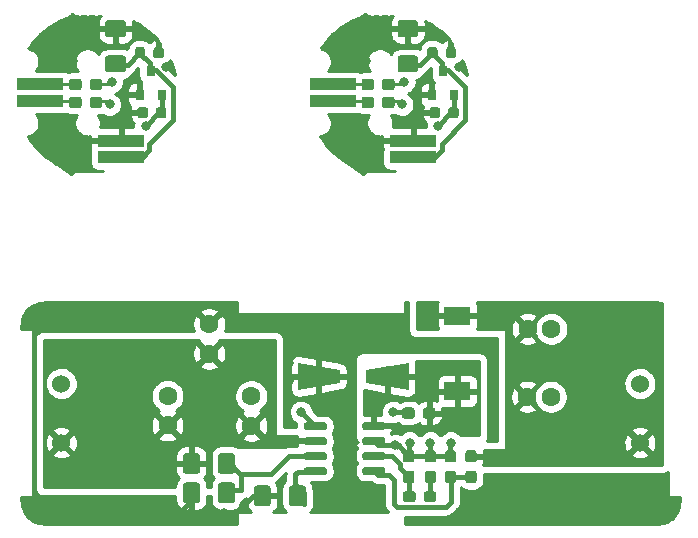
<source format=gbr>
%TF.GenerationSoftware,KiCad,Pcbnew,(5.1.0-1220-ga833aeeac)*%
%TF.CreationDate,2019-07-10T01:08:44+03:00*%
%TF.ProjectId,proto_II_panel,70726f74-6f5f-4494-995f-70616e656c2e,rev?*%
%TF.SameCoordinates,Original*%
%TF.FileFunction,Copper,L1,Top*%
%TF.FilePolarity,Positive*%
%FSLAX46Y46*%
G04 Gerber Fmt 4.6, Leading zero omitted, Abs format (unit mm)*
G04 Created by KiCad (PCBNEW (5.1.0-1220-ga833aeeac)) date 2019-07-10 01:08:44*
%MOMM*%
%LPD*%
G04 APERTURE LIST*
%ADD10C,0.160000*%
%ADD11C,0.950000*%
%ADD12C,0.875000*%
%ADD13R,0.800000X0.900000*%
%ADD14C,1.425000*%
%ADD15R,4.000000X1.000000*%
%ADD16C,0.600000*%
%ADD17R,2.200000X1.600000*%
%ADD18C,1.524000*%
%ADD19C,1.676868*%
%ADD20C,1.600000*%
%ADD21C,0.800000*%
%ADD22C,0.250000*%
%ADD23C,0.400000*%
%ADD24C,0.254000*%
G04 APERTURE END LIST*
D10*
G36*
X82328387Y-63718079D02*
G01*
X82405438Y-63769562D01*
X82456921Y-63846613D01*
X82475000Y-63937500D01*
X82475000Y-64412500D01*
X82456921Y-64503387D01*
X82405438Y-64580438D01*
X82328387Y-64631921D01*
X82237500Y-64650000D01*
X81662500Y-64650000D01*
X81571613Y-64631921D01*
X81494562Y-64580438D01*
X81443079Y-64503387D01*
X81425000Y-64412500D01*
X81425000Y-63937500D01*
X81443079Y-63846613D01*
X81494562Y-63769562D01*
X81571613Y-63718079D01*
X81662500Y-63700000D01*
X82237500Y-63700000D01*
X82328387Y-63718079D01*
X82328387Y-63718079D01*
G37*
D11*
X81950000Y-64175000D03*
D10*
G36*
X84078387Y-63718079D02*
G01*
X84155438Y-63769562D01*
X84206921Y-63846613D01*
X84225000Y-63937500D01*
X84225000Y-64412500D01*
X84206921Y-64503387D01*
X84155438Y-64580438D01*
X84078387Y-64631921D01*
X83987500Y-64650000D01*
X83412500Y-64650000D01*
X83321613Y-64631921D01*
X83244562Y-64580438D01*
X83193079Y-64503387D01*
X83175000Y-64412500D01*
X83175000Y-63937500D01*
X83193079Y-63846613D01*
X83244562Y-63769562D01*
X83321613Y-63718079D01*
X83412500Y-63700000D01*
X83987500Y-63700000D01*
X84078387Y-63718079D01*
X84078387Y-63718079D01*
G37*
D11*
X83700000Y-64175000D03*
D10*
G36*
X82328387Y-62193079D02*
G01*
X82405438Y-62244562D01*
X82456921Y-62321613D01*
X82475000Y-62412500D01*
X82475000Y-62887500D01*
X82456921Y-62978387D01*
X82405438Y-63055438D01*
X82328387Y-63106921D01*
X82237500Y-63125000D01*
X81662500Y-63125000D01*
X81571613Y-63106921D01*
X81494562Y-63055438D01*
X81443079Y-62978387D01*
X81425000Y-62887500D01*
X81425000Y-62412500D01*
X81443079Y-62321613D01*
X81494562Y-62244562D01*
X81571613Y-62193079D01*
X81662500Y-62175000D01*
X82237500Y-62175000D01*
X82328387Y-62193079D01*
X82328387Y-62193079D01*
G37*
D11*
X81950000Y-62650000D03*
D10*
G36*
X84078387Y-62193079D02*
G01*
X84155438Y-62244562D01*
X84206921Y-62321613D01*
X84225000Y-62412500D01*
X84225000Y-62887500D01*
X84206921Y-62978387D01*
X84155438Y-63055438D01*
X84078387Y-63106921D01*
X83987500Y-63125000D01*
X83412500Y-63125000D01*
X83321613Y-63106921D01*
X83244562Y-63055438D01*
X83193079Y-62978387D01*
X83175000Y-62887500D01*
X83175000Y-62412500D01*
X83193079Y-62321613D01*
X83244562Y-62244562D01*
X83321613Y-62193079D01*
X83412500Y-62175000D01*
X83987500Y-62175000D01*
X84078387Y-62193079D01*
X84078387Y-62193079D01*
G37*
D11*
X83700000Y-62650000D03*
D10*
G36*
X87727463Y-59516651D02*
G01*
X87798431Y-59564070D01*
X87845850Y-59635038D01*
X87862501Y-59718750D01*
X87862501Y-60231250D01*
X87845850Y-60314962D01*
X87798431Y-60385930D01*
X87727463Y-60433349D01*
X87643751Y-60450000D01*
X87206251Y-60450000D01*
X87122539Y-60433349D01*
X87051571Y-60385930D01*
X87004152Y-60314962D01*
X86987501Y-60231250D01*
X86987501Y-59718750D01*
X87004152Y-59635038D01*
X87051571Y-59564070D01*
X87122539Y-59516651D01*
X87206251Y-59500000D01*
X87643751Y-59500000D01*
X87727463Y-59516651D01*
X87727463Y-59516651D01*
G37*
D12*
X87425001Y-59975000D03*
D10*
G36*
X89302463Y-59516651D02*
G01*
X89373431Y-59564070D01*
X89420850Y-59635038D01*
X89437501Y-59718750D01*
X89437501Y-60231250D01*
X89420850Y-60314962D01*
X89373431Y-60385930D01*
X89302463Y-60433349D01*
X89218751Y-60450000D01*
X88781251Y-60450000D01*
X88697539Y-60433349D01*
X88626571Y-60385930D01*
X88579152Y-60314962D01*
X88562501Y-60231250D01*
X88562501Y-59718750D01*
X88579152Y-59635038D01*
X88626571Y-59564070D01*
X88697539Y-59516651D01*
X88781251Y-59500000D01*
X89218751Y-59500000D01*
X89302463Y-59516651D01*
X89302463Y-59516651D01*
G37*
D12*
X89000001Y-59975000D03*
D10*
G36*
X89514962Y-64591651D02*
G01*
X89585930Y-64639070D01*
X89633349Y-64710038D01*
X89650000Y-64793750D01*
X89650000Y-65306250D01*
X89633349Y-65389962D01*
X89585930Y-65460930D01*
X89514962Y-65508349D01*
X89431250Y-65525000D01*
X88993750Y-65525000D01*
X88910038Y-65508349D01*
X88839070Y-65460930D01*
X88791651Y-65389962D01*
X88775000Y-65306250D01*
X88775000Y-64793750D01*
X88791651Y-64710038D01*
X88839070Y-64639070D01*
X88910038Y-64591651D01*
X88993750Y-64575000D01*
X89431250Y-64575000D01*
X89514962Y-64591651D01*
X89514962Y-64591651D01*
G37*
D12*
X89212500Y-65050000D03*
D10*
G36*
X87939962Y-64591651D02*
G01*
X88010930Y-64639070D01*
X88058349Y-64710038D01*
X88075000Y-64793750D01*
X88075000Y-65306250D01*
X88058349Y-65389962D01*
X88010930Y-65460930D01*
X87939962Y-65508349D01*
X87856250Y-65525000D01*
X87418750Y-65525000D01*
X87335038Y-65508349D01*
X87264070Y-65460930D01*
X87216651Y-65389962D01*
X87200000Y-65306250D01*
X87200000Y-64793750D01*
X87216651Y-64710038D01*
X87264070Y-64639070D01*
X87335038Y-64591651D01*
X87418750Y-64575000D01*
X87856250Y-64575000D01*
X87939962Y-64591651D01*
X87939962Y-64591651D01*
G37*
D12*
X87637500Y-65050000D03*
D13*
X87385356Y-63550000D03*
X89285356Y-63550000D03*
X88335356Y-61550000D03*
D10*
G36*
X86070671Y-60231530D02*
G01*
X86151777Y-60285723D01*
X86205970Y-60366829D01*
X86225000Y-60462500D01*
X86225000Y-61387500D01*
X86205970Y-61483171D01*
X86151777Y-61564277D01*
X86070671Y-61618470D01*
X85975000Y-61637500D01*
X84725000Y-61637500D01*
X84629329Y-61618470D01*
X84548223Y-61564277D01*
X84494030Y-61483171D01*
X84475000Y-61387500D01*
X84475000Y-60462500D01*
X84494030Y-60366829D01*
X84548223Y-60285723D01*
X84629329Y-60231530D01*
X84725000Y-60212500D01*
X85975000Y-60212500D01*
X86070671Y-60231530D01*
X86070671Y-60231530D01*
G37*
D14*
X85350000Y-60925000D03*
D10*
G36*
X86070671Y-57256530D02*
G01*
X86151777Y-57310723D01*
X86205970Y-57391829D01*
X86225000Y-57487500D01*
X86225000Y-58412500D01*
X86205970Y-58508171D01*
X86151777Y-58589277D01*
X86070671Y-58643470D01*
X85975000Y-58662500D01*
X84725000Y-58662500D01*
X84629329Y-58643470D01*
X84548223Y-58589277D01*
X84494030Y-58508171D01*
X84475000Y-58412500D01*
X84475000Y-57487500D01*
X84494030Y-57391829D01*
X84548223Y-57310723D01*
X84629329Y-57256530D01*
X84725000Y-57237500D01*
X85975000Y-57237500D01*
X86070671Y-57256530D01*
X86070671Y-57256530D01*
G37*
D14*
X85350000Y-57950000D03*
D15*
X78975000Y-62650000D03*
X78975000Y-64050000D03*
X85825000Y-68825000D03*
X85825000Y-67425000D03*
X61075000Y-67425000D03*
X61075000Y-68825000D03*
X54225000Y-64050000D03*
X54225000Y-62650000D03*
D10*
G36*
X61320671Y-57256530D02*
G01*
X61401777Y-57310723D01*
X61455970Y-57391829D01*
X61475000Y-57487500D01*
X61475000Y-58412500D01*
X61455970Y-58508171D01*
X61401777Y-58589277D01*
X61320671Y-58643470D01*
X61225000Y-58662500D01*
X59975000Y-58662500D01*
X59879329Y-58643470D01*
X59798223Y-58589277D01*
X59744030Y-58508171D01*
X59725000Y-58412500D01*
X59725000Y-57487500D01*
X59744030Y-57391829D01*
X59798223Y-57310723D01*
X59879329Y-57256530D01*
X59975000Y-57237500D01*
X61225000Y-57237500D01*
X61320671Y-57256530D01*
X61320671Y-57256530D01*
G37*
D14*
X60600000Y-57950000D03*
D10*
G36*
X61320671Y-60231530D02*
G01*
X61401777Y-60285723D01*
X61455970Y-60366829D01*
X61475000Y-60462500D01*
X61475000Y-61387500D01*
X61455970Y-61483171D01*
X61401777Y-61564277D01*
X61320671Y-61618470D01*
X61225000Y-61637500D01*
X59975000Y-61637500D01*
X59879329Y-61618470D01*
X59798223Y-61564277D01*
X59744030Y-61483171D01*
X59725000Y-61387500D01*
X59725000Y-60462500D01*
X59744030Y-60366829D01*
X59798223Y-60285723D01*
X59879329Y-60231530D01*
X59975000Y-60212500D01*
X61225000Y-60212500D01*
X61320671Y-60231530D01*
X61320671Y-60231530D01*
G37*
D14*
X60600000Y-60925000D03*
D13*
X63585356Y-61550000D03*
X64535356Y-63550000D03*
X62635356Y-63550000D03*
D10*
G36*
X63189962Y-64591651D02*
G01*
X63260930Y-64639070D01*
X63308349Y-64710038D01*
X63325000Y-64793750D01*
X63325000Y-65306250D01*
X63308349Y-65389962D01*
X63260930Y-65460930D01*
X63189962Y-65508349D01*
X63106250Y-65525000D01*
X62668750Y-65525000D01*
X62585038Y-65508349D01*
X62514070Y-65460930D01*
X62466651Y-65389962D01*
X62450000Y-65306250D01*
X62450000Y-64793750D01*
X62466651Y-64710038D01*
X62514070Y-64639070D01*
X62585038Y-64591651D01*
X62668750Y-64575000D01*
X63106250Y-64575000D01*
X63189962Y-64591651D01*
X63189962Y-64591651D01*
G37*
D12*
X62887500Y-65050000D03*
D10*
G36*
X64764962Y-64591651D02*
G01*
X64835930Y-64639070D01*
X64883349Y-64710038D01*
X64900000Y-64793750D01*
X64900000Y-65306250D01*
X64883349Y-65389962D01*
X64835930Y-65460930D01*
X64764962Y-65508349D01*
X64681250Y-65525000D01*
X64243750Y-65525000D01*
X64160038Y-65508349D01*
X64089070Y-65460930D01*
X64041651Y-65389962D01*
X64025000Y-65306250D01*
X64025000Y-64793750D01*
X64041651Y-64710038D01*
X64089070Y-64639070D01*
X64160038Y-64591651D01*
X64243750Y-64575000D01*
X64681250Y-64575000D01*
X64764962Y-64591651D01*
X64764962Y-64591651D01*
G37*
D12*
X64462500Y-65050000D03*
D10*
G36*
X64552463Y-59516651D02*
G01*
X64623431Y-59564070D01*
X64670850Y-59635038D01*
X64687501Y-59718750D01*
X64687501Y-60231250D01*
X64670850Y-60314962D01*
X64623431Y-60385930D01*
X64552463Y-60433349D01*
X64468751Y-60450000D01*
X64031251Y-60450000D01*
X63947539Y-60433349D01*
X63876571Y-60385930D01*
X63829152Y-60314962D01*
X63812501Y-60231250D01*
X63812501Y-59718750D01*
X63829152Y-59635038D01*
X63876571Y-59564070D01*
X63947539Y-59516651D01*
X64031251Y-59500000D01*
X64468751Y-59500000D01*
X64552463Y-59516651D01*
X64552463Y-59516651D01*
G37*
D12*
X64250001Y-59975000D03*
D10*
G36*
X62977463Y-59516651D02*
G01*
X63048431Y-59564070D01*
X63095850Y-59635038D01*
X63112501Y-59718750D01*
X63112501Y-60231250D01*
X63095850Y-60314962D01*
X63048431Y-60385930D01*
X62977463Y-60433349D01*
X62893751Y-60450000D01*
X62456251Y-60450000D01*
X62372539Y-60433349D01*
X62301571Y-60385930D01*
X62254152Y-60314962D01*
X62237501Y-60231250D01*
X62237501Y-59718750D01*
X62254152Y-59635038D01*
X62301571Y-59564070D01*
X62372539Y-59516651D01*
X62456251Y-59500000D01*
X62893751Y-59500000D01*
X62977463Y-59516651D01*
X62977463Y-59516651D01*
G37*
D12*
X62675001Y-59975000D03*
D10*
G36*
X59328387Y-62193079D02*
G01*
X59405438Y-62244562D01*
X59456921Y-62321613D01*
X59475000Y-62412500D01*
X59475000Y-62887500D01*
X59456921Y-62978387D01*
X59405438Y-63055438D01*
X59328387Y-63106921D01*
X59237500Y-63125000D01*
X58662500Y-63125000D01*
X58571613Y-63106921D01*
X58494562Y-63055438D01*
X58443079Y-62978387D01*
X58425000Y-62887500D01*
X58425000Y-62412500D01*
X58443079Y-62321613D01*
X58494562Y-62244562D01*
X58571613Y-62193079D01*
X58662500Y-62175000D01*
X59237500Y-62175000D01*
X59328387Y-62193079D01*
X59328387Y-62193079D01*
G37*
D11*
X58950000Y-62650000D03*
D10*
G36*
X57578387Y-62193079D02*
G01*
X57655438Y-62244562D01*
X57706921Y-62321613D01*
X57725000Y-62412500D01*
X57725000Y-62887500D01*
X57706921Y-62978387D01*
X57655438Y-63055438D01*
X57578387Y-63106921D01*
X57487500Y-63125000D01*
X56912500Y-63125000D01*
X56821613Y-63106921D01*
X56744562Y-63055438D01*
X56693079Y-62978387D01*
X56675000Y-62887500D01*
X56675000Y-62412500D01*
X56693079Y-62321613D01*
X56744562Y-62244562D01*
X56821613Y-62193079D01*
X56912500Y-62175000D01*
X57487500Y-62175000D01*
X57578387Y-62193079D01*
X57578387Y-62193079D01*
G37*
D11*
X57200000Y-62650000D03*
D10*
G36*
X59328387Y-63718079D02*
G01*
X59405438Y-63769562D01*
X59456921Y-63846613D01*
X59475000Y-63937500D01*
X59475000Y-64412500D01*
X59456921Y-64503387D01*
X59405438Y-64580438D01*
X59328387Y-64631921D01*
X59237500Y-64650000D01*
X58662500Y-64650000D01*
X58571613Y-64631921D01*
X58494562Y-64580438D01*
X58443079Y-64503387D01*
X58425000Y-64412500D01*
X58425000Y-63937500D01*
X58443079Y-63846613D01*
X58494562Y-63769562D01*
X58571613Y-63718079D01*
X58662500Y-63700000D01*
X59237500Y-63700000D01*
X59328387Y-63718079D01*
X59328387Y-63718079D01*
G37*
D11*
X58950000Y-64175000D03*
D10*
G36*
X57578387Y-63718079D02*
G01*
X57655438Y-63769562D01*
X57706921Y-63846613D01*
X57725000Y-63937500D01*
X57725000Y-64412500D01*
X57706921Y-64503387D01*
X57655438Y-64580438D01*
X57578387Y-64631921D01*
X57487500Y-64650000D01*
X56912500Y-64650000D01*
X56821613Y-64631921D01*
X56744562Y-64580438D01*
X56693079Y-64503387D01*
X56675000Y-64412500D01*
X56675000Y-63937500D01*
X56693079Y-63846613D01*
X56744562Y-63769562D01*
X56821613Y-63718079D01*
X56912500Y-63700000D01*
X57487500Y-63700000D01*
X57578387Y-63718079D01*
X57578387Y-63718079D01*
G37*
D11*
X57200000Y-64175000D03*
D10*
G36*
X83357403Y-91306418D02*
G01*
X83406066Y-91338934D01*
X83438582Y-91387597D01*
X83450000Y-91445000D01*
X83450000Y-91745000D01*
X83438582Y-91802403D01*
X83406066Y-91851066D01*
X83357403Y-91883582D01*
X83300000Y-91895000D01*
X81650000Y-91895000D01*
X81592597Y-91883582D01*
X81543934Y-91851066D01*
X81511418Y-91802403D01*
X81500000Y-91745000D01*
X81500000Y-91445000D01*
X81511418Y-91387597D01*
X81543934Y-91338934D01*
X81592597Y-91306418D01*
X81650000Y-91295000D01*
X83300000Y-91295000D01*
X83357403Y-91306418D01*
X83357403Y-91306418D01*
G37*
D16*
X82475000Y-91595000D03*
D10*
G36*
X83357403Y-92576418D02*
G01*
X83406066Y-92608934D01*
X83438582Y-92657597D01*
X83450000Y-92715000D01*
X83450000Y-93015000D01*
X83438582Y-93072403D01*
X83406066Y-93121066D01*
X83357403Y-93153582D01*
X83300000Y-93165000D01*
X81650000Y-93165000D01*
X81592597Y-93153582D01*
X81543934Y-93121066D01*
X81511418Y-93072403D01*
X81500000Y-93015000D01*
X81500000Y-92715000D01*
X81511418Y-92657597D01*
X81543934Y-92608934D01*
X81592597Y-92576418D01*
X81650000Y-92565000D01*
X83300000Y-92565000D01*
X83357403Y-92576418D01*
X83357403Y-92576418D01*
G37*
D16*
X82475000Y-92865000D03*
D10*
G36*
X83357403Y-93846418D02*
G01*
X83406066Y-93878934D01*
X83438582Y-93927597D01*
X83450000Y-93985000D01*
X83450000Y-94285000D01*
X83438582Y-94342403D01*
X83406066Y-94391066D01*
X83357403Y-94423582D01*
X83300000Y-94435000D01*
X81650000Y-94435000D01*
X81592597Y-94423582D01*
X81543934Y-94391066D01*
X81511418Y-94342403D01*
X81500000Y-94285000D01*
X81500000Y-93985000D01*
X81511418Y-93927597D01*
X81543934Y-93878934D01*
X81592597Y-93846418D01*
X81650000Y-93835000D01*
X83300000Y-93835000D01*
X83357403Y-93846418D01*
X83357403Y-93846418D01*
G37*
D16*
X82475000Y-94135000D03*
D10*
G36*
X83357403Y-95116418D02*
G01*
X83406066Y-95148934D01*
X83438582Y-95197597D01*
X83450000Y-95255000D01*
X83450000Y-95555000D01*
X83438582Y-95612403D01*
X83406066Y-95661066D01*
X83357403Y-95693582D01*
X83300000Y-95705000D01*
X81650000Y-95705000D01*
X81592597Y-95693582D01*
X81543934Y-95661066D01*
X81511418Y-95612403D01*
X81500000Y-95555000D01*
X81500000Y-95255000D01*
X81511418Y-95197597D01*
X81543934Y-95148934D01*
X81592597Y-95116418D01*
X81650000Y-95105000D01*
X83300000Y-95105000D01*
X83357403Y-95116418D01*
X83357403Y-95116418D01*
G37*
D16*
X82475000Y-95405000D03*
D10*
G36*
X78407403Y-95116418D02*
G01*
X78456066Y-95148934D01*
X78488582Y-95197597D01*
X78500000Y-95255000D01*
X78500000Y-95555000D01*
X78488582Y-95612403D01*
X78456066Y-95661066D01*
X78407403Y-95693582D01*
X78350000Y-95705000D01*
X76700000Y-95705000D01*
X76642597Y-95693582D01*
X76593934Y-95661066D01*
X76561418Y-95612403D01*
X76550000Y-95555000D01*
X76550000Y-95255000D01*
X76561418Y-95197597D01*
X76593934Y-95148934D01*
X76642597Y-95116418D01*
X76700000Y-95105000D01*
X78350000Y-95105000D01*
X78407403Y-95116418D01*
X78407403Y-95116418D01*
G37*
D16*
X77525000Y-95405000D03*
D10*
G36*
X78407403Y-93846418D02*
G01*
X78456066Y-93878934D01*
X78488582Y-93927597D01*
X78500000Y-93985000D01*
X78500000Y-94285000D01*
X78488582Y-94342403D01*
X78456066Y-94391066D01*
X78407403Y-94423582D01*
X78350000Y-94435000D01*
X76700000Y-94435000D01*
X76642597Y-94423582D01*
X76593934Y-94391066D01*
X76561418Y-94342403D01*
X76550000Y-94285000D01*
X76550000Y-93985000D01*
X76561418Y-93927597D01*
X76593934Y-93878934D01*
X76642597Y-93846418D01*
X76700000Y-93835000D01*
X78350000Y-93835000D01*
X78407403Y-93846418D01*
X78407403Y-93846418D01*
G37*
D16*
X77525000Y-94135000D03*
D10*
G36*
X78407403Y-92576418D02*
G01*
X78456066Y-92608934D01*
X78488582Y-92657597D01*
X78500000Y-92715000D01*
X78500000Y-93015000D01*
X78488582Y-93072403D01*
X78456066Y-93121066D01*
X78407403Y-93153582D01*
X78350000Y-93165000D01*
X76700000Y-93165000D01*
X76642597Y-93153582D01*
X76593934Y-93121066D01*
X76561418Y-93072403D01*
X76550000Y-93015000D01*
X76550000Y-92715000D01*
X76561418Y-92657597D01*
X76593934Y-92608934D01*
X76642597Y-92576418D01*
X76700000Y-92565000D01*
X78350000Y-92565000D01*
X78407403Y-92576418D01*
X78407403Y-92576418D01*
G37*
D16*
X77525000Y-92865000D03*
D10*
G36*
X78407403Y-91306418D02*
G01*
X78456066Y-91338934D01*
X78488582Y-91387597D01*
X78500000Y-91445000D01*
X78500000Y-91745000D01*
X78488582Y-91802403D01*
X78456066Y-91851066D01*
X78407403Y-91883582D01*
X78350000Y-91895000D01*
X76700000Y-91895000D01*
X76642597Y-91883582D01*
X76593934Y-91851066D01*
X76561418Y-91802403D01*
X76550000Y-91745000D01*
X76550000Y-91445000D01*
X76561418Y-91387597D01*
X76593934Y-91338934D01*
X76642597Y-91306418D01*
X76700000Y-91295000D01*
X78350000Y-91295000D01*
X78407403Y-91306418D01*
X78407403Y-91306418D01*
G37*
D16*
X77525000Y-91595000D03*
D10*
G36*
X87578387Y-93643079D02*
G01*
X87655438Y-93694562D01*
X87706921Y-93771613D01*
X87725000Y-93862500D01*
X87725000Y-94437500D01*
X87706921Y-94528387D01*
X87655438Y-94605438D01*
X87578387Y-94656921D01*
X87487500Y-94675000D01*
X87012500Y-94675000D01*
X86921613Y-94656921D01*
X86844562Y-94605438D01*
X86793079Y-94528387D01*
X86775000Y-94437500D01*
X86775000Y-93862500D01*
X86793079Y-93771613D01*
X86844562Y-93694562D01*
X86921613Y-93643079D01*
X87012500Y-93625000D01*
X87487500Y-93625000D01*
X87578387Y-93643079D01*
X87578387Y-93643079D01*
G37*
D11*
X87250000Y-94150000D03*
D10*
G36*
X87578387Y-95393079D02*
G01*
X87655438Y-95444562D01*
X87706921Y-95521613D01*
X87725000Y-95612500D01*
X87725000Y-96187500D01*
X87706921Y-96278387D01*
X87655438Y-96355438D01*
X87578387Y-96406921D01*
X87487500Y-96425000D01*
X87012500Y-96425000D01*
X86921613Y-96406921D01*
X86844562Y-96355438D01*
X86793079Y-96278387D01*
X86775000Y-96187500D01*
X86775000Y-95612500D01*
X86793079Y-95521613D01*
X86844562Y-95444562D01*
X86921613Y-95393079D01*
X87012500Y-95375000D01*
X87487500Y-95375000D01*
X87578387Y-95393079D01*
X87578387Y-95393079D01*
G37*
D11*
X87250000Y-95900000D03*
D10*
G36*
X67583171Y-96394030D02*
G01*
X67664277Y-96448223D01*
X67718470Y-96529329D01*
X67737500Y-96625000D01*
X67737500Y-97875000D01*
X67718470Y-97970671D01*
X67664277Y-98051777D01*
X67583171Y-98105970D01*
X67487500Y-98125000D01*
X66562500Y-98125000D01*
X66466829Y-98105970D01*
X66385723Y-98051777D01*
X66331530Y-97970671D01*
X66312500Y-97875000D01*
X66312500Y-96625000D01*
X66331530Y-96529329D01*
X66385723Y-96448223D01*
X66466829Y-96394030D01*
X66562500Y-96375000D01*
X67487500Y-96375000D01*
X67583171Y-96394030D01*
X67583171Y-96394030D01*
G37*
D14*
X67025000Y-97250000D03*
D10*
G36*
X70558171Y-96394030D02*
G01*
X70639277Y-96448223D01*
X70693470Y-96529329D01*
X70712500Y-96625000D01*
X70712500Y-97875000D01*
X70693470Y-97970671D01*
X70639277Y-98051777D01*
X70558171Y-98105970D01*
X70462500Y-98125000D01*
X69537500Y-98125000D01*
X69441829Y-98105970D01*
X69360723Y-98051777D01*
X69306530Y-97970671D01*
X69287500Y-97875000D01*
X69287500Y-96625000D01*
X69306530Y-96529329D01*
X69360723Y-96448223D01*
X69441829Y-96394030D01*
X69537500Y-96375000D01*
X70462500Y-96375000D01*
X70558171Y-96394030D01*
X70558171Y-96394030D01*
G37*
D14*
X70000000Y-97250000D03*
D10*
G36*
X89278387Y-93643079D02*
G01*
X89355438Y-93694562D01*
X89406921Y-93771613D01*
X89425000Y-93862500D01*
X89425000Y-94437500D01*
X89406921Y-94528387D01*
X89355438Y-94605438D01*
X89278387Y-94656921D01*
X89187500Y-94675000D01*
X88712500Y-94675000D01*
X88621613Y-94656921D01*
X88544562Y-94605438D01*
X88493079Y-94528387D01*
X88475000Y-94437500D01*
X88475000Y-93862500D01*
X88493079Y-93771613D01*
X88544562Y-93694562D01*
X88621613Y-93643079D01*
X88712500Y-93625000D01*
X89187500Y-93625000D01*
X89278387Y-93643079D01*
X89278387Y-93643079D01*
G37*
D11*
X88950000Y-94150000D03*
D10*
G36*
X89278387Y-95393079D02*
G01*
X89355438Y-95444562D01*
X89406921Y-95521613D01*
X89425000Y-95612500D01*
X89425000Y-96187500D01*
X89406921Y-96278387D01*
X89355438Y-96355438D01*
X89278387Y-96406921D01*
X89187500Y-96425000D01*
X88712500Y-96425000D01*
X88621613Y-96406921D01*
X88544562Y-96355438D01*
X88493079Y-96278387D01*
X88475000Y-96187500D01*
X88475000Y-95612500D01*
X88493079Y-95521613D01*
X88544562Y-95444562D01*
X88621613Y-95393079D01*
X88712500Y-95375000D01*
X89187500Y-95375000D01*
X89278387Y-95393079D01*
X89278387Y-95393079D01*
G37*
D11*
X88950000Y-95900000D03*
D10*
G36*
X70558171Y-93894030D02*
G01*
X70639277Y-93948223D01*
X70693470Y-94029329D01*
X70712500Y-94125000D01*
X70712500Y-95375000D01*
X70693470Y-95470671D01*
X70639277Y-95551777D01*
X70558171Y-95605970D01*
X70462500Y-95625000D01*
X69537500Y-95625000D01*
X69441829Y-95605970D01*
X69360723Y-95551777D01*
X69306530Y-95470671D01*
X69287500Y-95375000D01*
X69287500Y-94125000D01*
X69306530Y-94029329D01*
X69360723Y-93948223D01*
X69441829Y-93894030D01*
X69537500Y-93875000D01*
X70462500Y-93875000D01*
X70558171Y-93894030D01*
X70558171Y-93894030D01*
G37*
D14*
X70000000Y-94750000D03*
D10*
G36*
X67583171Y-93894030D02*
G01*
X67664277Y-93948223D01*
X67718470Y-94029329D01*
X67737500Y-94125000D01*
X67737500Y-95375000D01*
X67718470Y-95470671D01*
X67664277Y-95551777D01*
X67583171Y-95605970D01*
X67487500Y-95625000D01*
X66562500Y-95625000D01*
X66466829Y-95605970D01*
X66385723Y-95551777D01*
X66331530Y-95470671D01*
X66312500Y-95375000D01*
X66312500Y-94125000D01*
X66331530Y-94029329D01*
X66385723Y-93948223D01*
X66466829Y-93894030D01*
X66562500Y-93875000D01*
X67487500Y-93875000D01*
X67583171Y-93894030D01*
X67583171Y-93894030D01*
G37*
D14*
X67025000Y-94750000D03*
D10*
G36*
X91028387Y-95393079D02*
G01*
X91105438Y-95444562D01*
X91156921Y-95521613D01*
X91175000Y-95612500D01*
X91175000Y-96187500D01*
X91156921Y-96278387D01*
X91105438Y-96355438D01*
X91028387Y-96406921D01*
X90937500Y-96425000D01*
X90462500Y-96425000D01*
X90371613Y-96406921D01*
X90294562Y-96355438D01*
X90243079Y-96278387D01*
X90225000Y-96187500D01*
X90225000Y-95612500D01*
X90243079Y-95521613D01*
X90294562Y-95444562D01*
X90371613Y-95393079D01*
X90462500Y-95375000D01*
X90937500Y-95375000D01*
X91028387Y-95393079D01*
X91028387Y-95393079D01*
G37*
D11*
X90700000Y-95900000D03*
D10*
G36*
X91028387Y-93643079D02*
G01*
X91105438Y-93694562D01*
X91156921Y-93771613D01*
X91175000Y-93862500D01*
X91175000Y-94437500D01*
X91156921Y-94528387D01*
X91105438Y-94605438D01*
X91028387Y-94656921D01*
X90937500Y-94675000D01*
X90462500Y-94675000D01*
X90371613Y-94656921D01*
X90294562Y-94605438D01*
X90243079Y-94528387D01*
X90225000Y-94437500D01*
X90225000Y-93862500D01*
X90243079Y-93771613D01*
X90294562Y-93694562D01*
X90371613Y-93643079D01*
X90462500Y-93625000D01*
X90937500Y-93625000D01*
X91028387Y-93643079D01*
X91028387Y-93643079D01*
G37*
D11*
X90700000Y-94150000D03*
D17*
X89550000Y-88650000D03*
X89550000Y-82250000D03*
D18*
X56000000Y-93000000D03*
X56000000Y-88000000D03*
X105000000Y-88000000D03*
X105000000Y-93000000D03*
D19*
X77825000Y-87400000D03*
D10*
G36*
X76025000Y-88550000D02*
G01*
X76025000Y-86250000D01*
X79625000Y-86850000D01*
X79625000Y-87950000D01*
X76025000Y-88550000D01*
X76025000Y-88550000D01*
G37*
D19*
X83625000Y-87400000D03*
D10*
G36*
X85425000Y-86250000D02*
G01*
X85425000Y-88550000D01*
X81825000Y-87950000D01*
X81825000Y-86850000D01*
X85425000Y-86250000D01*
X85425000Y-86250000D01*
G37*
G36*
X85753387Y-93643079D02*
G01*
X85830438Y-93694562D01*
X85881921Y-93771613D01*
X85900000Y-93862500D01*
X85900000Y-94437500D01*
X85881921Y-94528387D01*
X85830438Y-94605438D01*
X85753387Y-94656921D01*
X85662500Y-94675000D01*
X85187500Y-94675000D01*
X85096613Y-94656921D01*
X85019562Y-94605438D01*
X84968079Y-94528387D01*
X84950000Y-94437500D01*
X84950000Y-93862500D01*
X84968079Y-93771613D01*
X85019562Y-93694562D01*
X85096613Y-93643079D01*
X85187500Y-93625000D01*
X85662500Y-93625000D01*
X85753387Y-93643079D01*
X85753387Y-93643079D01*
G37*
D11*
X85425000Y-94150000D03*
D10*
G36*
X85753387Y-95393079D02*
G01*
X85830438Y-95444562D01*
X85881921Y-95521613D01*
X85900000Y-95612500D01*
X85900000Y-96187500D01*
X85881921Y-96278387D01*
X85830438Y-96355438D01*
X85753387Y-96406921D01*
X85662500Y-96425000D01*
X85187500Y-96425000D01*
X85096613Y-96406921D01*
X85019562Y-96355438D01*
X84968079Y-96278387D01*
X84950000Y-96187500D01*
X84950000Y-95612500D01*
X84968079Y-95521613D01*
X85019562Y-95444562D01*
X85096613Y-95393079D01*
X85187500Y-95375000D01*
X85662500Y-95375000D01*
X85753387Y-95393079D01*
X85753387Y-95393079D01*
G37*
D11*
X85425000Y-95900000D03*
D10*
G36*
X73583171Y-96644030D02*
G01*
X73664277Y-96698223D01*
X73718470Y-96779329D01*
X73737500Y-96875000D01*
X73737500Y-98125000D01*
X73718470Y-98220671D01*
X73664277Y-98301777D01*
X73583171Y-98355970D01*
X73487500Y-98375000D01*
X72562500Y-98375000D01*
X72466829Y-98355970D01*
X72385723Y-98301777D01*
X72331530Y-98220671D01*
X72312500Y-98125000D01*
X72312500Y-96875000D01*
X72331530Y-96779329D01*
X72385723Y-96698223D01*
X72466829Y-96644030D01*
X72562500Y-96625000D01*
X73487500Y-96625000D01*
X73583171Y-96644030D01*
X73583171Y-96644030D01*
G37*
D14*
X73025000Y-97500000D03*
D10*
G36*
X76558171Y-96644030D02*
G01*
X76639277Y-96698223D01*
X76693470Y-96779329D01*
X76712500Y-96875000D01*
X76712500Y-98125000D01*
X76693470Y-98220671D01*
X76639277Y-98301777D01*
X76558171Y-98355970D01*
X76462500Y-98375000D01*
X75537500Y-98375000D01*
X75441829Y-98355970D01*
X75360723Y-98301777D01*
X75306530Y-98220671D01*
X75287500Y-98125000D01*
X75287500Y-96875000D01*
X75306530Y-96779329D01*
X75360723Y-96698223D01*
X75441829Y-96644030D01*
X75537500Y-96625000D01*
X76462500Y-96625000D01*
X76558171Y-96644030D01*
X76558171Y-96644030D01*
G37*
D14*
X76000000Y-97500000D03*
D10*
G36*
X87603387Y-97093079D02*
G01*
X87680438Y-97144562D01*
X87731921Y-97221613D01*
X87750000Y-97312500D01*
X87750000Y-97787500D01*
X87731921Y-97878387D01*
X87680438Y-97955438D01*
X87603387Y-98006921D01*
X87512500Y-98025000D01*
X86937500Y-98025000D01*
X86846613Y-98006921D01*
X86769562Y-97955438D01*
X86718079Y-97878387D01*
X86700000Y-97787500D01*
X86700000Y-97312500D01*
X86718079Y-97221613D01*
X86769562Y-97144562D01*
X86846613Y-97093079D01*
X86937500Y-97075000D01*
X87512500Y-97075000D01*
X87603387Y-97093079D01*
X87603387Y-97093079D01*
G37*
D11*
X87225000Y-97550000D03*
D10*
G36*
X85853387Y-97093079D02*
G01*
X85930438Y-97144562D01*
X85981921Y-97221613D01*
X86000000Y-97312500D01*
X86000000Y-97787500D01*
X85981921Y-97878387D01*
X85930438Y-97955438D01*
X85853387Y-98006921D01*
X85762500Y-98025000D01*
X85187500Y-98025000D01*
X85096613Y-98006921D01*
X85019562Y-97955438D01*
X84968079Y-97878387D01*
X84950000Y-97787500D01*
X84950000Y-97312500D01*
X84968079Y-97221613D01*
X85019562Y-97144562D01*
X85096613Y-97093079D01*
X85187500Y-97075000D01*
X85762500Y-97075000D01*
X85853387Y-97093079D01*
X85853387Y-97093079D01*
G37*
D11*
X85475000Y-97550000D03*
D20*
X72100000Y-89075000D03*
X72100000Y-91575000D03*
X65000000Y-89050000D03*
X65000000Y-91550000D03*
X68525000Y-82975000D03*
X68525000Y-85475000D03*
X97450000Y-89125000D03*
X95450000Y-89125000D03*
X97500000Y-83375000D03*
X95500000Y-83375000D03*
D10*
G36*
X85778387Y-90043079D02*
G01*
X85855438Y-90094562D01*
X85906921Y-90171613D01*
X85925000Y-90262500D01*
X85925000Y-90737500D01*
X85906921Y-90828387D01*
X85855438Y-90905438D01*
X85778387Y-90956921D01*
X85687500Y-90975000D01*
X85112500Y-90975000D01*
X85021613Y-90956921D01*
X84944562Y-90905438D01*
X84893079Y-90828387D01*
X84875000Y-90737500D01*
X84875000Y-90262500D01*
X84893079Y-90171613D01*
X84944562Y-90094562D01*
X85021613Y-90043079D01*
X85112500Y-90025000D01*
X85687500Y-90025000D01*
X85778387Y-90043079D01*
X85778387Y-90043079D01*
G37*
D11*
X85400000Y-90500000D03*
D10*
G36*
X87528387Y-90043079D02*
G01*
X87605438Y-90094562D01*
X87656921Y-90171613D01*
X87675000Y-90262500D01*
X87675000Y-90737500D01*
X87656921Y-90828387D01*
X87605438Y-90905438D01*
X87528387Y-90956921D01*
X87437500Y-90975000D01*
X86862500Y-90975000D01*
X86771613Y-90956921D01*
X86694562Y-90905438D01*
X86643079Y-90828387D01*
X86625000Y-90737500D01*
X86625000Y-90262500D01*
X86643079Y-90171613D01*
X86694562Y-90094562D01*
X86771613Y-90043079D01*
X86862500Y-90025000D01*
X87437500Y-90025000D01*
X87528387Y-90043079D01*
X87528387Y-90043079D01*
G37*
D11*
X87150000Y-90500000D03*
D21*
X78430000Y-67234000D03*
X87900000Y-66175000D03*
X79350000Y-59100000D03*
X79700000Y-65710000D03*
X81775000Y-60700000D03*
X79600000Y-68275000D03*
X79175000Y-60200000D03*
X84875000Y-64375000D03*
X85050000Y-62450000D03*
X89650000Y-61200000D03*
X87600000Y-58325000D03*
X79950000Y-58075000D03*
X55200000Y-58075000D03*
X62850000Y-58325000D03*
X64900000Y-61200000D03*
X60300000Y-62450000D03*
X60125000Y-64375000D03*
X54425000Y-60200000D03*
X54850000Y-68275000D03*
X57025000Y-60700000D03*
X54950000Y-65710000D03*
X54600000Y-59100000D03*
X63150000Y-66175000D03*
X53680000Y-67234000D03*
X76300000Y-90400000D03*
X84100000Y-90400000D03*
X79000000Y-96500000D03*
X80000000Y-96500000D03*
X81000000Y-96500000D03*
X79000000Y-97500000D03*
X80000000Y-97500000D03*
X81000000Y-97500000D03*
X79000000Y-98500000D03*
X80000000Y-98500000D03*
X81000000Y-98500000D03*
X78000000Y-89500000D03*
X79000000Y-89500000D03*
X80000000Y-89500000D03*
X54500000Y-83000000D03*
X57000000Y-83000000D03*
X59500000Y-83000000D03*
X62000000Y-83000000D03*
X64500000Y-83000000D03*
X72000000Y-83000000D03*
X74500000Y-83000000D03*
X77000000Y-83000000D03*
X79500000Y-83000000D03*
X82000000Y-83000000D03*
X84500000Y-83000000D03*
X79500000Y-85500000D03*
X94500000Y-98000000D03*
X99500000Y-98000000D03*
X97000000Y-98000000D03*
X104500000Y-98000000D03*
X102000000Y-98000000D03*
X54500000Y-98000000D03*
X57000000Y-98000000D03*
X59500000Y-98000000D03*
X62000000Y-98000000D03*
X84264290Y-93235710D03*
X87250000Y-93000000D03*
X89000000Y-93000000D03*
X85500000Y-93000000D03*
X64500000Y-98000000D03*
X78500000Y-85500000D03*
X75250000Y-86250000D03*
X75250000Y-87750000D03*
X80000000Y-95250000D03*
X80000000Y-94250000D03*
X80000000Y-93250000D03*
X80000000Y-92250000D03*
X80000000Y-91250000D03*
X77500000Y-85500000D03*
X88000000Y-84500000D03*
X90000000Y-84500000D03*
X92000000Y-84500000D03*
X66000000Y-99000000D03*
X92000000Y-98000000D03*
X103250000Y-99000000D03*
X100750000Y-99000000D03*
X98250000Y-99000000D03*
X95750000Y-99000000D03*
X93250000Y-99000000D03*
X93250000Y-96750000D03*
X95750000Y-96750000D03*
X98250000Y-96750000D03*
X100750000Y-96750000D03*
X103250000Y-96750000D03*
X55750000Y-99000000D03*
X58250000Y-99000000D03*
X60750000Y-99000000D03*
X63250000Y-99000000D03*
X55750000Y-81750000D03*
X58500000Y-81750000D03*
X60750000Y-81750000D03*
X63250000Y-81750000D03*
X66000000Y-81750000D03*
X86250000Y-84500000D03*
X83250000Y-84250000D03*
X80750000Y-84250000D03*
X78250000Y-84250000D03*
X75750000Y-84250000D03*
X71500000Y-98250000D03*
X68000000Y-99000000D03*
X69750000Y-99000000D03*
D22*
X83700000Y-64075000D02*
X84575000Y-64075000D01*
D23*
X88250000Y-61450000D02*
X88755358Y-61450000D01*
D22*
X84575000Y-64075000D02*
X84875000Y-64375000D01*
D23*
X85825000Y-68900000D02*
X85825000Y-68925000D01*
X88755358Y-61450000D02*
X90225000Y-62919642D01*
D22*
X85325000Y-61025000D02*
X85375000Y-61025000D01*
D23*
X89212500Y-65050000D02*
X89025000Y-65050000D01*
D22*
X81925000Y-64050000D02*
X81950000Y-64075000D01*
D23*
X89285356Y-64989644D02*
X89250000Y-65025000D01*
X85825000Y-68925000D02*
X85825000Y-68950000D01*
D22*
X78975000Y-64050000D02*
X81925000Y-64050000D01*
X78975000Y-62650000D02*
X81900000Y-62650000D01*
D23*
X88225001Y-68245001D02*
X87570002Y-68900000D01*
X88225001Y-67724999D02*
X88225001Y-68245001D01*
X85325000Y-61025000D02*
X86375000Y-61025000D01*
D22*
X87325000Y-60125000D02*
X87325000Y-60025000D01*
D23*
X85825000Y-68950000D02*
X85775000Y-68900000D01*
D22*
X81900000Y-62650000D02*
X81925000Y-62675000D01*
D23*
X88250000Y-60900000D02*
X88250000Y-61450000D01*
D22*
X83700000Y-62650000D02*
X84850000Y-62650000D01*
X84850000Y-62650000D02*
X85050000Y-62450000D01*
D23*
X87375000Y-60025000D02*
X88250000Y-60900000D01*
X90225000Y-65725000D02*
X88225001Y-67724999D01*
X89285356Y-63550000D02*
X89285356Y-64989644D01*
X87570002Y-68900000D02*
X85825000Y-68900000D01*
X90225000Y-62919642D02*
X90225000Y-65725000D01*
X89025000Y-65050000D02*
X87900000Y-66175000D01*
X86375000Y-61025000D02*
X87375000Y-60025000D01*
X61625000Y-61025000D02*
X62625000Y-60025000D01*
X64275000Y-65050000D02*
X63150000Y-66175000D01*
X65475000Y-62919642D02*
X65475000Y-65725000D01*
X62820002Y-68900000D02*
X61075000Y-68900000D01*
X64535356Y-63550000D02*
X64535356Y-64989644D01*
X65475000Y-65725000D02*
X63475001Y-67724999D01*
X62625000Y-60025000D02*
X63500000Y-60900000D01*
D22*
X60100000Y-62650000D02*
X60300000Y-62450000D01*
X58950000Y-62650000D02*
X60100000Y-62650000D01*
D23*
X63500000Y-60900000D02*
X63500000Y-61450000D01*
D22*
X57150000Y-62650000D02*
X57175000Y-62675000D01*
D23*
X61075000Y-68950000D02*
X61025000Y-68900000D01*
D22*
X62575000Y-60125000D02*
X62575000Y-60025000D01*
D23*
X60575000Y-61025000D02*
X61625000Y-61025000D01*
X63475001Y-67724999D02*
X63475001Y-68245001D01*
X63475001Y-68245001D02*
X62820002Y-68900000D01*
D22*
X54225000Y-62650000D02*
X57150000Y-62650000D01*
X54225000Y-64050000D02*
X57175000Y-64050000D01*
D23*
X61075000Y-68925000D02*
X61075000Y-68950000D01*
X64535356Y-64989644D02*
X64500000Y-65025000D01*
D22*
X57175000Y-64050000D02*
X57200000Y-64075000D01*
D23*
X64462500Y-65050000D02*
X64275000Y-65050000D01*
D22*
X60575000Y-61025000D02*
X60625000Y-61025000D01*
D23*
X64005358Y-61450000D02*
X65475000Y-62919642D01*
X61075000Y-68900000D02*
X61075000Y-68925000D01*
D22*
X59825000Y-64075000D02*
X60125000Y-64375000D01*
D23*
X63500000Y-61450000D02*
X64005358Y-61450000D01*
D22*
X58950000Y-64075000D02*
X59825000Y-64075000D01*
D23*
X77525000Y-94135000D02*
X75290000Y-94135000D01*
X75290000Y-94135000D02*
X73775000Y-95650000D01*
X71150000Y-95650000D02*
X71150000Y-95675000D01*
X76562500Y-97250000D02*
X75825000Y-96512500D01*
X76562500Y-98225000D02*
X76562500Y-97250000D01*
X75825000Y-96512500D02*
X75825000Y-95700000D01*
X75825000Y-95700000D02*
X76050000Y-95475000D01*
X76050000Y-95475000D02*
X77375000Y-95475000D01*
X83986148Y-94135000D02*
X84675000Y-94823852D01*
X82475000Y-94135000D02*
X83986148Y-94135000D01*
X84675000Y-95150000D02*
X85425000Y-95900000D01*
X84675000Y-94823852D02*
X84675000Y-95150000D01*
X85425000Y-95900000D02*
X85475000Y-95900000D01*
X85475000Y-97550000D02*
X85475000Y-96000000D01*
X85475000Y-96000000D02*
X85425000Y-95950000D01*
X82845710Y-93235710D02*
X84264290Y-93235710D01*
X82475000Y-92865000D02*
X82845710Y-93235710D01*
X84485710Y-93235710D02*
X85400000Y-94150000D01*
X85400000Y-94150000D02*
X89050000Y-94150000D01*
X87225000Y-97550000D02*
X87225000Y-96025000D01*
X87225000Y-96025000D02*
X87275000Y-95975000D01*
X90700000Y-95900000D02*
X89300000Y-95900000D01*
X89300000Y-95900000D02*
X89275000Y-95875000D01*
X77525000Y-91595000D02*
X77495000Y-91595000D01*
X77495000Y-91595000D02*
X76300000Y-90400000D01*
X84100000Y-90400000D02*
X85200000Y-90400000D01*
X85200000Y-90400000D02*
X85300000Y-90500000D01*
X89000000Y-98000000D02*
X89000000Y-96025000D01*
X82845710Y-95775710D02*
X83775710Y-95775710D01*
X82475000Y-95405000D02*
X82845710Y-95775710D01*
X84175000Y-96175000D02*
X84175000Y-98174426D01*
X83775710Y-95775710D02*
X84175000Y-96175000D01*
X84264290Y-93235710D02*
X84485710Y-93235710D01*
X85425000Y-93075000D02*
X85500000Y-93000000D01*
X85425000Y-94150000D02*
X85425000Y-93075000D01*
X87250000Y-94150000D02*
X87250000Y-93000000D01*
X88950000Y-93050000D02*
X89000000Y-93000000D01*
X88950000Y-94150000D02*
X88950000Y-93050000D01*
X73775000Y-95650000D02*
X71150000Y-95650000D01*
X71150000Y-95650000D02*
X70000000Y-94500000D01*
X71237500Y-95625000D02*
X71237500Y-97012500D01*
X71225000Y-97000000D02*
X71237500Y-97012500D01*
X70000000Y-97000000D02*
X71225000Y-97000000D01*
X73025000Y-97500000D02*
X72250000Y-97500000D01*
X72250000Y-97500000D02*
X71500000Y-98250000D01*
X67025000Y-97975000D02*
X66000000Y-99000000D01*
X67025000Y-97000000D02*
X67025000Y-97975000D01*
X84425584Y-98425010D02*
X88574990Y-98425010D01*
X88574990Y-98425010D02*
X89000000Y-98000000D01*
X84175000Y-98174426D02*
X84425584Y-98425010D01*
D24*
G36*
X67682326Y-84327803D02*
G01*
X67668783Y-84398070D01*
X67705405Y-84475801D01*
X68435197Y-85205593D01*
X68498004Y-85239888D01*
X68569382Y-85234783D01*
X68614803Y-85205593D01*
X69344595Y-84475801D01*
X69378890Y-84412994D01*
X69373785Y-84341616D01*
X69361421Y-84327000D01*
X74073000Y-84327000D01*
X74073000Y-92300000D01*
X74093161Y-92368661D01*
X74147242Y-92415523D01*
X74200000Y-92427000D01*
X75969919Y-92427000D01*
X75951402Y-92465451D01*
X75940243Y-92501626D01*
X75926611Y-92592072D01*
X75936314Y-92662972D01*
X75982807Y-92717370D01*
X76052193Y-92738000D01*
X77652000Y-92738000D01*
X77652000Y-92992000D01*
X76056260Y-92992000D01*
X75987599Y-93012161D01*
X75940737Y-93066242D01*
X75931474Y-93142611D01*
X75957475Y-93280027D01*
X75964886Y-93300000D01*
X75383547Y-93300000D01*
X75375393Y-93298155D01*
X75339501Y-93295268D01*
X75263229Y-93300000D01*
X75239165Y-93300000D01*
X75221163Y-93301282D01*
X75204806Y-93303624D01*
X75137085Y-93307826D01*
X75101826Y-93315128D01*
X75086927Y-93320507D01*
X75071241Y-93322753D01*
X75036679Y-93332859D01*
X74974903Y-93360947D01*
X74941516Y-93373000D01*
X70934767Y-93373000D01*
X70926707Y-93367820D01*
X70728436Y-93277273D01*
X70693752Y-93267089D01*
X70478003Y-93236069D01*
X70459929Y-93234776D01*
X69540071Y-93234776D01*
X69513075Y-93237678D01*
X69194952Y-93306881D01*
X69153286Y-93324140D01*
X68969920Y-93441983D01*
X68942602Y-93465655D01*
X68799863Y-93630384D01*
X68780320Y-93660793D01*
X68689773Y-93859064D01*
X68679589Y-93893748D01*
X68648569Y-94109497D01*
X68647276Y-94127571D01*
X68647276Y-95372429D01*
X68650178Y-95399425D01*
X68719381Y-95717548D01*
X68736640Y-95759214D01*
X68854483Y-95942580D01*
X68878155Y-95969898D01*
X68912864Y-95999974D01*
X68799863Y-96130384D01*
X68780320Y-96160793D01*
X68689773Y-96359064D01*
X68679589Y-96393748D01*
X68648569Y-96609497D01*
X68647276Y-96627571D01*
X68647276Y-96773000D01*
X68377724Y-96773000D01*
X68377724Y-96627571D01*
X68374822Y-96600575D01*
X68305619Y-96282452D01*
X68288360Y-96240786D01*
X68170517Y-96057420D01*
X68146845Y-96030102D01*
X68112136Y-96000026D01*
X68225137Y-95869616D01*
X68244680Y-95839207D01*
X68335227Y-95640936D01*
X68345411Y-95606252D01*
X68376431Y-95390503D01*
X68377724Y-95372429D01*
X68377724Y-95004000D01*
X68357563Y-94935339D01*
X68303482Y-94888477D01*
X68250724Y-94877000D01*
X65799276Y-94877000D01*
X65730615Y-94897161D01*
X65683753Y-94951242D01*
X65672276Y-95004000D01*
X65672276Y-95372429D01*
X65675178Y-95399425D01*
X65744381Y-95717548D01*
X65761640Y-95759214D01*
X65879483Y-95942580D01*
X65903155Y-95969898D01*
X65937864Y-95999974D01*
X65824863Y-96130384D01*
X65805320Y-96160793D01*
X65714773Y-96359064D01*
X65704589Y-96393748D01*
X65673569Y-96609497D01*
X65672276Y-96627571D01*
X65672276Y-96773000D01*
X54527000Y-96773000D01*
X54527000Y-94033072D01*
X55175044Y-94033072D01*
X55180149Y-94104450D01*
X55225573Y-94163589D01*
X55283091Y-94204465D01*
X55302586Y-94215857D01*
X55507714Y-94312383D01*
X55528918Y-94320143D01*
X55747898Y-94378818D01*
X55770140Y-94382700D01*
X55996049Y-94401671D01*
X56018629Y-94401552D01*
X56244327Y-94380217D01*
X56266528Y-94376103D01*
X56484880Y-94315138D01*
X56506001Y-94307156D01*
X56710107Y-94208487D01*
X56729481Y-94196893D01*
X56775877Y-94163185D01*
X56803339Y-94127571D01*
X65672276Y-94127571D01*
X65672276Y-94496000D01*
X65692437Y-94564661D01*
X65746518Y-94611523D01*
X65799276Y-94623000D01*
X66771000Y-94623000D01*
X66839661Y-94602839D01*
X66886523Y-94548758D01*
X66898000Y-94496000D01*
X66898000Y-93361776D01*
X67152000Y-93361776D01*
X67152000Y-94496000D01*
X67172161Y-94564661D01*
X67226242Y-94611523D01*
X67279000Y-94623000D01*
X68250724Y-94623000D01*
X68319385Y-94602839D01*
X68366247Y-94548758D01*
X68377724Y-94496000D01*
X68377724Y-94127571D01*
X68374822Y-94100575D01*
X68305619Y-93782452D01*
X68288360Y-93740786D01*
X68170517Y-93557420D01*
X68146845Y-93530102D01*
X67982116Y-93387363D01*
X67951707Y-93367820D01*
X67753436Y-93277273D01*
X67718752Y-93267089D01*
X67503003Y-93236069D01*
X67484929Y-93234776D01*
X67279000Y-93234776D01*
X67210339Y-93254937D01*
X67163477Y-93309018D01*
X67152000Y-93361776D01*
X66898000Y-93361776D01*
X66877839Y-93293115D01*
X66823758Y-93246253D01*
X66771000Y-93234776D01*
X66565071Y-93234776D01*
X66538075Y-93237678D01*
X66219952Y-93306881D01*
X66178286Y-93324140D01*
X65994920Y-93441983D01*
X65967602Y-93465655D01*
X65824863Y-93630384D01*
X65805320Y-93660793D01*
X65714773Y-93859064D01*
X65704589Y-93893748D01*
X65673569Y-94109497D01*
X65672276Y-94127571D01*
X56803339Y-94127571D01*
X56819575Y-94106517D01*
X56825700Y-94035219D01*
X56791032Y-93970636D01*
X56089803Y-93269407D01*
X56026996Y-93235112D01*
X55955618Y-93240217D01*
X55910197Y-93269407D01*
X55209339Y-93970265D01*
X55175044Y-94033072D01*
X54527000Y-94033072D01*
X54527000Y-92974595D01*
X54598555Y-92974595D01*
X54612790Y-93200852D01*
X54616205Y-93223171D01*
X54670281Y-93443331D01*
X54677595Y-93464694D01*
X54769804Y-93671798D01*
X54780784Y-93691526D01*
X54835336Y-93771798D01*
X54890604Y-93817255D01*
X54961674Y-93825615D01*
X55030179Y-93790217D01*
X55730593Y-93089803D01*
X55764888Y-93026996D01*
X55761027Y-92973004D01*
X56235112Y-92973004D01*
X56240217Y-93044382D01*
X56269407Y-93089803D01*
X56969748Y-93790144D01*
X57032555Y-93824439D01*
X57103933Y-93819334D01*
X57165332Y-93770622D01*
X57226390Y-93678722D01*
X57237164Y-93658879D01*
X57327199Y-93450820D01*
X57334289Y-93429383D01*
X57386057Y-93208669D01*
X57389368Y-93182992D01*
X57397041Y-92889972D01*
X57395078Y-92864158D01*
X57354932Y-92641037D01*
X57348974Y-92619258D01*
X57346277Y-92612006D01*
X64146110Y-92612006D01*
X64151215Y-92683384D01*
X64206708Y-92748987D01*
X64381604Y-92849963D01*
X64401667Y-92859319D01*
X64616735Y-92937598D01*
X64638119Y-92943328D01*
X64863512Y-92983071D01*
X64885565Y-92985000D01*
X65114435Y-92985000D01*
X65136488Y-92983071D01*
X65361881Y-92943328D01*
X65383265Y-92937598D01*
X65598333Y-92859319D01*
X65618396Y-92849963D01*
X65793292Y-92748987D01*
X65842674Y-92697197D01*
X65854274Y-92637006D01*
X71246110Y-92637006D01*
X71251215Y-92708384D01*
X71306708Y-92773987D01*
X71481604Y-92874963D01*
X71501667Y-92884319D01*
X71716735Y-92962598D01*
X71738119Y-92968328D01*
X71963512Y-93008071D01*
X71985565Y-93010000D01*
X72214435Y-93010000D01*
X72236488Y-93008071D01*
X72461881Y-92968328D01*
X72483265Y-92962598D01*
X72698333Y-92884319D01*
X72718396Y-92874963D01*
X72893292Y-92773987D01*
X72942674Y-92722197D01*
X72956217Y-92651930D01*
X72919595Y-92574199D01*
X72189803Y-91844407D01*
X72126996Y-91810112D01*
X72055618Y-91815217D01*
X72010197Y-91844407D01*
X71280405Y-92574199D01*
X71246110Y-92637006D01*
X65854274Y-92637006D01*
X65856217Y-92626930D01*
X65819595Y-92549199D01*
X65089803Y-91819407D01*
X65026996Y-91785112D01*
X64955618Y-91790217D01*
X64910197Y-91819407D01*
X64180405Y-92549199D01*
X64146110Y-92612006D01*
X57346277Y-92612006D01*
X57269951Y-92406772D01*
X57260230Y-92386393D01*
X57170020Y-92233856D01*
X57117716Y-92185019D01*
X57047311Y-92172212D01*
X56970903Y-92208701D01*
X56269407Y-92910197D01*
X56235112Y-92973004D01*
X55761027Y-92973004D01*
X55759783Y-92955618D01*
X55730593Y-92910197D01*
X55028328Y-92207932D01*
X54965521Y-92173637D01*
X54894143Y-92178742D01*
X54837364Y-92220953D01*
X54818646Y-92245614D01*
X54806649Y-92264739D01*
X54703727Y-92466734D01*
X54695305Y-92487684D01*
X54629781Y-92704712D01*
X54625203Y-92726822D01*
X54599146Y-92952024D01*
X54598555Y-92974595D01*
X54527000Y-92974595D01*
X54527000Y-91957648D01*
X55173694Y-91957648D01*
X55209700Y-92030096D01*
X55910197Y-92730593D01*
X55973004Y-92764888D01*
X56044382Y-92759783D01*
X56089803Y-92730593D01*
X56793238Y-92027158D01*
X56827533Y-91964351D01*
X56822428Y-91892973D01*
X56764618Y-91826064D01*
X56573720Y-91721117D01*
X56553045Y-91712041D01*
X56338182Y-91639732D01*
X56316227Y-91634461D01*
X56091955Y-91601343D01*
X56069413Y-91600044D01*
X55842821Y-91607165D01*
X55820405Y-91609877D01*
X55598654Y-91657012D01*
X55577073Y-91663651D01*
X55367175Y-91749309D01*
X55347112Y-91759665D01*
X55231454Y-91833063D01*
X55184283Y-91886876D01*
X55173694Y-91957648D01*
X54527000Y-91957648D01*
X54527000Y-91435565D01*
X63565000Y-91435565D01*
X63565000Y-91664435D01*
X63566929Y-91686488D01*
X63606672Y-91911881D01*
X63612402Y-91933265D01*
X63690681Y-92148333D01*
X63700037Y-92168396D01*
X63801013Y-92343292D01*
X63852803Y-92392674D01*
X63923070Y-92406217D01*
X64000801Y-92369595D01*
X64730593Y-91639803D01*
X64764888Y-91576996D01*
X64761027Y-91523004D01*
X65235112Y-91523004D01*
X65240217Y-91594382D01*
X65269407Y-91639803D01*
X65999199Y-92369595D01*
X66062006Y-92403890D01*
X66133384Y-92398785D01*
X66198987Y-92343292D01*
X66299963Y-92168396D01*
X66309319Y-92148333D01*
X66387598Y-91933265D01*
X66393328Y-91911881D01*
X66433071Y-91686488D01*
X66435000Y-91664435D01*
X66435000Y-91460565D01*
X70665000Y-91460565D01*
X70665000Y-91689435D01*
X70666929Y-91711488D01*
X70706672Y-91936881D01*
X70712402Y-91958265D01*
X70790681Y-92173333D01*
X70800037Y-92193396D01*
X70901013Y-92368292D01*
X70952803Y-92417674D01*
X71023070Y-92431217D01*
X71100801Y-92394595D01*
X71830593Y-91664803D01*
X71864888Y-91601996D01*
X71861027Y-91548004D01*
X72335112Y-91548004D01*
X72340217Y-91619382D01*
X72369407Y-91664803D01*
X73099199Y-92394595D01*
X73162006Y-92428890D01*
X73233384Y-92423785D01*
X73298987Y-92368292D01*
X73399963Y-92193396D01*
X73409319Y-92173333D01*
X73487598Y-91958265D01*
X73493328Y-91936881D01*
X73533071Y-91711488D01*
X73535000Y-91689435D01*
X73535000Y-91460565D01*
X73533071Y-91438512D01*
X73493328Y-91213119D01*
X73487598Y-91191735D01*
X73409319Y-90976667D01*
X73399963Y-90956604D01*
X73298987Y-90781708D01*
X73247197Y-90732326D01*
X73176930Y-90718783D01*
X73099199Y-90755405D01*
X72369407Y-91485197D01*
X72335112Y-91548004D01*
X71861027Y-91548004D01*
X71859783Y-91530618D01*
X71830593Y-91485197D01*
X71100801Y-90755405D01*
X71037994Y-90721110D01*
X70966616Y-90726215D01*
X70901013Y-90781708D01*
X70800037Y-90956604D01*
X70790681Y-90976667D01*
X70712402Y-91191735D01*
X70706672Y-91213119D01*
X70666929Y-91438512D01*
X70665000Y-91460565D01*
X66435000Y-91460565D01*
X66435000Y-91435565D01*
X66433071Y-91413512D01*
X66393328Y-91188119D01*
X66387598Y-91166735D01*
X66309319Y-90951667D01*
X66299963Y-90931604D01*
X66198987Y-90756708D01*
X66147197Y-90707326D01*
X66076930Y-90693783D01*
X65999199Y-90730405D01*
X65269407Y-91460197D01*
X65235112Y-91523004D01*
X64761027Y-91523004D01*
X64759783Y-91505618D01*
X64730593Y-91460197D01*
X64000801Y-90730405D01*
X63937994Y-90696110D01*
X63866616Y-90701215D01*
X63801013Y-90756708D01*
X63700037Y-90931604D01*
X63690681Y-90951667D01*
X63612402Y-91166735D01*
X63606672Y-91188119D01*
X63566929Y-91413512D01*
X63565000Y-91435565D01*
X54527000Y-91435565D01*
X54527000Y-87974595D01*
X54598555Y-87974595D01*
X54612790Y-88200852D01*
X54616205Y-88223171D01*
X54670281Y-88443331D01*
X54677595Y-88464694D01*
X54769804Y-88671798D01*
X54780785Y-88691527D01*
X54908212Y-88879030D01*
X54922513Y-88896502D01*
X55081129Y-89058476D01*
X55098298Y-89073140D01*
X55283091Y-89204465D01*
X55302586Y-89215857D01*
X55507714Y-89312383D01*
X55528918Y-89320143D01*
X55747898Y-89378818D01*
X55770140Y-89382700D01*
X55996049Y-89401671D01*
X56018629Y-89401552D01*
X56244327Y-89380217D01*
X56266528Y-89376103D01*
X56484880Y-89315138D01*
X56506001Y-89307156D01*
X56710107Y-89208487D01*
X56729481Y-89196892D01*
X56912889Y-89063639D01*
X56929904Y-89048796D01*
X57038488Y-88935565D01*
X63565000Y-88935565D01*
X63565000Y-89164435D01*
X63566929Y-89186488D01*
X63606672Y-89411881D01*
X63612402Y-89433265D01*
X63690681Y-89648333D01*
X63700037Y-89668396D01*
X63814472Y-89866604D01*
X63827170Y-89884738D01*
X63974285Y-90060062D01*
X63989938Y-90075715D01*
X64165262Y-90222830D01*
X64183396Y-90235528D01*
X64295065Y-90300000D01*
X64206708Y-90351013D01*
X64157326Y-90402803D01*
X64143783Y-90473070D01*
X64180405Y-90550801D01*
X64910197Y-91280593D01*
X64973004Y-91314888D01*
X65044382Y-91309783D01*
X65089803Y-91280593D01*
X65819595Y-90550801D01*
X65853890Y-90487994D01*
X65848785Y-90416616D01*
X65793292Y-90351013D01*
X65704935Y-90300000D01*
X65816604Y-90235528D01*
X65834738Y-90222830D01*
X66010062Y-90075715D01*
X66025715Y-90060062D01*
X66172830Y-89884738D01*
X66185528Y-89866604D01*
X66299963Y-89668396D01*
X66309319Y-89648333D01*
X66387598Y-89433265D01*
X66393328Y-89411881D01*
X66433071Y-89186488D01*
X66435000Y-89164435D01*
X66435000Y-88960565D01*
X70665000Y-88960565D01*
X70665000Y-89189435D01*
X70666929Y-89211488D01*
X70706672Y-89436881D01*
X70712402Y-89458265D01*
X70790681Y-89673333D01*
X70800037Y-89693396D01*
X70914472Y-89891604D01*
X70927170Y-89909738D01*
X71074285Y-90085062D01*
X71089938Y-90100715D01*
X71265262Y-90247830D01*
X71283396Y-90260528D01*
X71395065Y-90325000D01*
X71306708Y-90376013D01*
X71257326Y-90427803D01*
X71243783Y-90498070D01*
X71280405Y-90575801D01*
X72010197Y-91305593D01*
X72073004Y-91339888D01*
X72144382Y-91334783D01*
X72189803Y-91305593D01*
X72919595Y-90575801D01*
X72953890Y-90512994D01*
X72948785Y-90441616D01*
X72893292Y-90376013D01*
X72804935Y-90325000D01*
X72916604Y-90260528D01*
X72934738Y-90247830D01*
X73110062Y-90100715D01*
X73125715Y-90085062D01*
X73272830Y-89909738D01*
X73285528Y-89891604D01*
X73399963Y-89693396D01*
X73409319Y-89673333D01*
X73487598Y-89458265D01*
X73493328Y-89436881D01*
X73533071Y-89211488D01*
X73535000Y-89189435D01*
X73535000Y-88960565D01*
X73533071Y-88938512D01*
X73493328Y-88713119D01*
X73487598Y-88691735D01*
X73409319Y-88476667D01*
X73399963Y-88456604D01*
X73285528Y-88258396D01*
X73272830Y-88240262D01*
X73125715Y-88064938D01*
X73110062Y-88049285D01*
X72934738Y-87902170D01*
X72916604Y-87889472D01*
X72718396Y-87775037D01*
X72698333Y-87765681D01*
X72483265Y-87687402D01*
X72461881Y-87681672D01*
X72236488Y-87641929D01*
X72214435Y-87640000D01*
X71985565Y-87640000D01*
X71963512Y-87641929D01*
X71738119Y-87681672D01*
X71716735Y-87687402D01*
X71501667Y-87765681D01*
X71481604Y-87775037D01*
X71283396Y-87889472D01*
X71265262Y-87902170D01*
X71089938Y-88049285D01*
X71074285Y-88064938D01*
X70927170Y-88240262D01*
X70914472Y-88258396D01*
X70800037Y-88456604D01*
X70790681Y-88476667D01*
X70712402Y-88691735D01*
X70706672Y-88713119D01*
X70666929Y-88938512D01*
X70665000Y-88960565D01*
X66435000Y-88960565D01*
X66435000Y-88935565D01*
X66433071Y-88913512D01*
X66393328Y-88688119D01*
X66387598Y-88666735D01*
X66309319Y-88451667D01*
X66299963Y-88431604D01*
X66185528Y-88233396D01*
X66172830Y-88215262D01*
X66025715Y-88039938D01*
X66010062Y-88024285D01*
X65834738Y-87877170D01*
X65816604Y-87864472D01*
X65618396Y-87750037D01*
X65598333Y-87740681D01*
X65383265Y-87662402D01*
X65361881Y-87656672D01*
X65136488Y-87616929D01*
X65114435Y-87615000D01*
X64885565Y-87615000D01*
X64863512Y-87616929D01*
X64638119Y-87656672D01*
X64616735Y-87662402D01*
X64401667Y-87740681D01*
X64381604Y-87750037D01*
X64183396Y-87864472D01*
X64165262Y-87877170D01*
X63989938Y-88024285D01*
X63974285Y-88039938D01*
X63827170Y-88215262D01*
X63814472Y-88233396D01*
X63700037Y-88431604D01*
X63690681Y-88451667D01*
X63612402Y-88666735D01*
X63606672Y-88688119D01*
X63566929Y-88913512D01*
X63565000Y-88935565D01*
X57038488Y-88935565D01*
X57086816Y-88885170D01*
X57100934Y-88867549D01*
X57226390Y-88678722D01*
X57237164Y-88658879D01*
X57327199Y-88450820D01*
X57334289Y-88429383D01*
X57386057Y-88208669D01*
X57389368Y-88182992D01*
X57397041Y-87889972D01*
X57395078Y-87864158D01*
X57354932Y-87641037D01*
X57348974Y-87619258D01*
X57269951Y-87406772D01*
X57260230Y-87386393D01*
X57144829Y-87191259D01*
X57131653Y-87172922D01*
X56983519Y-87001308D01*
X56967305Y-86985595D01*
X56791123Y-86842926D01*
X56772382Y-86830333D01*
X56573720Y-86721117D01*
X56553045Y-86712041D01*
X56338182Y-86639732D01*
X56316227Y-86634461D01*
X56091955Y-86601343D01*
X56069413Y-86600044D01*
X55842821Y-86607165D01*
X55820405Y-86609877D01*
X55598654Y-86657012D01*
X55577073Y-86663651D01*
X55367175Y-86749309D01*
X55347111Y-86759665D01*
X55155698Y-86881139D01*
X55137785Y-86894885D01*
X54970909Y-87048336D01*
X54955713Y-87065036D01*
X54818648Y-87245612D01*
X54806649Y-87264739D01*
X54703727Y-87466734D01*
X54695305Y-87487684D01*
X54629781Y-87704712D01*
X54625203Y-87726822D01*
X54599146Y-87952024D01*
X54598555Y-87974595D01*
X54527000Y-87974595D01*
X54527000Y-86537006D01*
X67671110Y-86537006D01*
X67676215Y-86608384D01*
X67731708Y-86673987D01*
X67906604Y-86774963D01*
X67926667Y-86784319D01*
X68141735Y-86862598D01*
X68163119Y-86868328D01*
X68388512Y-86908071D01*
X68410565Y-86910000D01*
X68639435Y-86910000D01*
X68661488Y-86908071D01*
X68886881Y-86868328D01*
X68908265Y-86862598D01*
X69123333Y-86784319D01*
X69143396Y-86774963D01*
X69318292Y-86673987D01*
X69367674Y-86622197D01*
X69381217Y-86551930D01*
X69344595Y-86474199D01*
X68614803Y-85744407D01*
X68551996Y-85710112D01*
X68480618Y-85715217D01*
X68435197Y-85744407D01*
X67705405Y-86474199D01*
X67671110Y-86537006D01*
X54527000Y-86537006D01*
X54527000Y-85360565D01*
X67090000Y-85360565D01*
X67090000Y-85589435D01*
X67091929Y-85611488D01*
X67131672Y-85836881D01*
X67137402Y-85858265D01*
X67215681Y-86073333D01*
X67225037Y-86093396D01*
X67326013Y-86268292D01*
X67377803Y-86317674D01*
X67448070Y-86331217D01*
X67525801Y-86294595D01*
X68255593Y-85564803D01*
X68289888Y-85501996D01*
X68286027Y-85448004D01*
X68760112Y-85448004D01*
X68765217Y-85519382D01*
X68794407Y-85564803D01*
X69524199Y-86294595D01*
X69587006Y-86328890D01*
X69658384Y-86323785D01*
X69723987Y-86268292D01*
X69824963Y-86093396D01*
X69834319Y-86073333D01*
X69912598Y-85858265D01*
X69918328Y-85836881D01*
X69958071Y-85611488D01*
X69960000Y-85589435D01*
X69960000Y-85360565D01*
X69958071Y-85338512D01*
X69918328Y-85113119D01*
X69912598Y-85091735D01*
X69834319Y-84876667D01*
X69824963Y-84856604D01*
X69723987Y-84681708D01*
X69672197Y-84632326D01*
X69601930Y-84618783D01*
X69524199Y-84655405D01*
X68794407Y-85385197D01*
X68760112Y-85448004D01*
X68286027Y-85448004D01*
X68284783Y-85430618D01*
X68255593Y-85385197D01*
X67525801Y-84655405D01*
X67462994Y-84621110D01*
X67391616Y-84626215D01*
X67326013Y-84681708D01*
X67225037Y-84856604D01*
X67215681Y-84876667D01*
X67137402Y-85091735D01*
X67131672Y-85113119D01*
X67091929Y-85338512D01*
X67090000Y-85360565D01*
X54527000Y-85360565D01*
X54527000Y-84327000D01*
X67683092Y-84327000D01*
X67682326Y-84327803D01*
X67682326Y-84327803D01*
G37*
X67682326Y-84327803D02*
X67668783Y-84398070D01*
X67705405Y-84475801D01*
X68435197Y-85205593D01*
X68498004Y-85239888D01*
X68569382Y-85234783D01*
X68614803Y-85205593D01*
X69344595Y-84475801D01*
X69378890Y-84412994D01*
X69373785Y-84341616D01*
X69361421Y-84327000D01*
X74073000Y-84327000D01*
X74073000Y-92300000D01*
X74093161Y-92368661D01*
X74147242Y-92415523D01*
X74200000Y-92427000D01*
X75969919Y-92427000D01*
X75951402Y-92465451D01*
X75940243Y-92501626D01*
X75926611Y-92592072D01*
X75936314Y-92662972D01*
X75982807Y-92717370D01*
X76052193Y-92738000D01*
X77652000Y-92738000D01*
X77652000Y-92992000D01*
X76056260Y-92992000D01*
X75987599Y-93012161D01*
X75940737Y-93066242D01*
X75931474Y-93142611D01*
X75957475Y-93280027D01*
X75964886Y-93300000D01*
X75383547Y-93300000D01*
X75375393Y-93298155D01*
X75339501Y-93295268D01*
X75263229Y-93300000D01*
X75239165Y-93300000D01*
X75221163Y-93301282D01*
X75204806Y-93303624D01*
X75137085Y-93307826D01*
X75101826Y-93315128D01*
X75086927Y-93320507D01*
X75071241Y-93322753D01*
X75036679Y-93332859D01*
X74974903Y-93360947D01*
X74941516Y-93373000D01*
X70934767Y-93373000D01*
X70926707Y-93367820D01*
X70728436Y-93277273D01*
X70693752Y-93267089D01*
X70478003Y-93236069D01*
X70459929Y-93234776D01*
X69540071Y-93234776D01*
X69513075Y-93237678D01*
X69194952Y-93306881D01*
X69153286Y-93324140D01*
X68969920Y-93441983D01*
X68942602Y-93465655D01*
X68799863Y-93630384D01*
X68780320Y-93660793D01*
X68689773Y-93859064D01*
X68679589Y-93893748D01*
X68648569Y-94109497D01*
X68647276Y-94127571D01*
X68647276Y-95372429D01*
X68650178Y-95399425D01*
X68719381Y-95717548D01*
X68736640Y-95759214D01*
X68854483Y-95942580D01*
X68878155Y-95969898D01*
X68912864Y-95999974D01*
X68799863Y-96130384D01*
X68780320Y-96160793D01*
X68689773Y-96359064D01*
X68679589Y-96393748D01*
X68648569Y-96609497D01*
X68647276Y-96627571D01*
X68647276Y-96773000D01*
X68377724Y-96773000D01*
X68377724Y-96627571D01*
X68374822Y-96600575D01*
X68305619Y-96282452D01*
X68288360Y-96240786D01*
X68170517Y-96057420D01*
X68146845Y-96030102D01*
X68112136Y-96000026D01*
X68225137Y-95869616D01*
X68244680Y-95839207D01*
X68335227Y-95640936D01*
X68345411Y-95606252D01*
X68376431Y-95390503D01*
X68377724Y-95372429D01*
X68377724Y-95004000D01*
X68357563Y-94935339D01*
X68303482Y-94888477D01*
X68250724Y-94877000D01*
X65799276Y-94877000D01*
X65730615Y-94897161D01*
X65683753Y-94951242D01*
X65672276Y-95004000D01*
X65672276Y-95372429D01*
X65675178Y-95399425D01*
X65744381Y-95717548D01*
X65761640Y-95759214D01*
X65879483Y-95942580D01*
X65903155Y-95969898D01*
X65937864Y-95999974D01*
X65824863Y-96130384D01*
X65805320Y-96160793D01*
X65714773Y-96359064D01*
X65704589Y-96393748D01*
X65673569Y-96609497D01*
X65672276Y-96627571D01*
X65672276Y-96773000D01*
X54527000Y-96773000D01*
X54527000Y-94033072D01*
X55175044Y-94033072D01*
X55180149Y-94104450D01*
X55225573Y-94163589D01*
X55283091Y-94204465D01*
X55302586Y-94215857D01*
X55507714Y-94312383D01*
X55528918Y-94320143D01*
X55747898Y-94378818D01*
X55770140Y-94382700D01*
X55996049Y-94401671D01*
X56018629Y-94401552D01*
X56244327Y-94380217D01*
X56266528Y-94376103D01*
X56484880Y-94315138D01*
X56506001Y-94307156D01*
X56710107Y-94208487D01*
X56729481Y-94196893D01*
X56775877Y-94163185D01*
X56803339Y-94127571D01*
X65672276Y-94127571D01*
X65672276Y-94496000D01*
X65692437Y-94564661D01*
X65746518Y-94611523D01*
X65799276Y-94623000D01*
X66771000Y-94623000D01*
X66839661Y-94602839D01*
X66886523Y-94548758D01*
X66898000Y-94496000D01*
X66898000Y-93361776D01*
X67152000Y-93361776D01*
X67152000Y-94496000D01*
X67172161Y-94564661D01*
X67226242Y-94611523D01*
X67279000Y-94623000D01*
X68250724Y-94623000D01*
X68319385Y-94602839D01*
X68366247Y-94548758D01*
X68377724Y-94496000D01*
X68377724Y-94127571D01*
X68374822Y-94100575D01*
X68305619Y-93782452D01*
X68288360Y-93740786D01*
X68170517Y-93557420D01*
X68146845Y-93530102D01*
X67982116Y-93387363D01*
X67951707Y-93367820D01*
X67753436Y-93277273D01*
X67718752Y-93267089D01*
X67503003Y-93236069D01*
X67484929Y-93234776D01*
X67279000Y-93234776D01*
X67210339Y-93254937D01*
X67163477Y-93309018D01*
X67152000Y-93361776D01*
X66898000Y-93361776D01*
X66877839Y-93293115D01*
X66823758Y-93246253D01*
X66771000Y-93234776D01*
X66565071Y-93234776D01*
X66538075Y-93237678D01*
X66219952Y-93306881D01*
X66178286Y-93324140D01*
X65994920Y-93441983D01*
X65967602Y-93465655D01*
X65824863Y-93630384D01*
X65805320Y-93660793D01*
X65714773Y-93859064D01*
X65704589Y-93893748D01*
X65673569Y-94109497D01*
X65672276Y-94127571D01*
X56803339Y-94127571D01*
X56819575Y-94106517D01*
X56825700Y-94035219D01*
X56791032Y-93970636D01*
X56089803Y-93269407D01*
X56026996Y-93235112D01*
X55955618Y-93240217D01*
X55910197Y-93269407D01*
X55209339Y-93970265D01*
X55175044Y-94033072D01*
X54527000Y-94033072D01*
X54527000Y-92974595D01*
X54598555Y-92974595D01*
X54612790Y-93200852D01*
X54616205Y-93223171D01*
X54670281Y-93443331D01*
X54677595Y-93464694D01*
X54769804Y-93671798D01*
X54780784Y-93691526D01*
X54835336Y-93771798D01*
X54890604Y-93817255D01*
X54961674Y-93825615D01*
X55030179Y-93790217D01*
X55730593Y-93089803D01*
X55764888Y-93026996D01*
X55761027Y-92973004D01*
X56235112Y-92973004D01*
X56240217Y-93044382D01*
X56269407Y-93089803D01*
X56969748Y-93790144D01*
X57032555Y-93824439D01*
X57103933Y-93819334D01*
X57165332Y-93770622D01*
X57226390Y-93678722D01*
X57237164Y-93658879D01*
X57327199Y-93450820D01*
X57334289Y-93429383D01*
X57386057Y-93208669D01*
X57389368Y-93182992D01*
X57397041Y-92889972D01*
X57395078Y-92864158D01*
X57354932Y-92641037D01*
X57348974Y-92619258D01*
X57346277Y-92612006D01*
X64146110Y-92612006D01*
X64151215Y-92683384D01*
X64206708Y-92748987D01*
X64381604Y-92849963D01*
X64401667Y-92859319D01*
X64616735Y-92937598D01*
X64638119Y-92943328D01*
X64863512Y-92983071D01*
X64885565Y-92985000D01*
X65114435Y-92985000D01*
X65136488Y-92983071D01*
X65361881Y-92943328D01*
X65383265Y-92937598D01*
X65598333Y-92859319D01*
X65618396Y-92849963D01*
X65793292Y-92748987D01*
X65842674Y-92697197D01*
X65854274Y-92637006D01*
X71246110Y-92637006D01*
X71251215Y-92708384D01*
X71306708Y-92773987D01*
X71481604Y-92874963D01*
X71501667Y-92884319D01*
X71716735Y-92962598D01*
X71738119Y-92968328D01*
X71963512Y-93008071D01*
X71985565Y-93010000D01*
X72214435Y-93010000D01*
X72236488Y-93008071D01*
X72461881Y-92968328D01*
X72483265Y-92962598D01*
X72698333Y-92884319D01*
X72718396Y-92874963D01*
X72893292Y-92773987D01*
X72942674Y-92722197D01*
X72956217Y-92651930D01*
X72919595Y-92574199D01*
X72189803Y-91844407D01*
X72126996Y-91810112D01*
X72055618Y-91815217D01*
X72010197Y-91844407D01*
X71280405Y-92574199D01*
X71246110Y-92637006D01*
X65854274Y-92637006D01*
X65856217Y-92626930D01*
X65819595Y-92549199D01*
X65089803Y-91819407D01*
X65026996Y-91785112D01*
X64955618Y-91790217D01*
X64910197Y-91819407D01*
X64180405Y-92549199D01*
X64146110Y-92612006D01*
X57346277Y-92612006D01*
X57269951Y-92406772D01*
X57260230Y-92386393D01*
X57170020Y-92233856D01*
X57117716Y-92185019D01*
X57047311Y-92172212D01*
X56970903Y-92208701D01*
X56269407Y-92910197D01*
X56235112Y-92973004D01*
X55761027Y-92973004D01*
X55759783Y-92955618D01*
X55730593Y-92910197D01*
X55028328Y-92207932D01*
X54965521Y-92173637D01*
X54894143Y-92178742D01*
X54837364Y-92220953D01*
X54818646Y-92245614D01*
X54806649Y-92264739D01*
X54703727Y-92466734D01*
X54695305Y-92487684D01*
X54629781Y-92704712D01*
X54625203Y-92726822D01*
X54599146Y-92952024D01*
X54598555Y-92974595D01*
X54527000Y-92974595D01*
X54527000Y-91957648D01*
X55173694Y-91957648D01*
X55209700Y-92030096D01*
X55910197Y-92730593D01*
X55973004Y-92764888D01*
X56044382Y-92759783D01*
X56089803Y-92730593D01*
X56793238Y-92027158D01*
X56827533Y-91964351D01*
X56822428Y-91892973D01*
X56764618Y-91826064D01*
X56573720Y-91721117D01*
X56553045Y-91712041D01*
X56338182Y-91639732D01*
X56316227Y-91634461D01*
X56091955Y-91601343D01*
X56069413Y-91600044D01*
X55842821Y-91607165D01*
X55820405Y-91609877D01*
X55598654Y-91657012D01*
X55577073Y-91663651D01*
X55367175Y-91749309D01*
X55347112Y-91759665D01*
X55231454Y-91833063D01*
X55184283Y-91886876D01*
X55173694Y-91957648D01*
X54527000Y-91957648D01*
X54527000Y-91435565D01*
X63565000Y-91435565D01*
X63565000Y-91664435D01*
X63566929Y-91686488D01*
X63606672Y-91911881D01*
X63612402Y-91933265D01*
X63690681Y-92148333D01*
X63700037Y-92168396D01*
X63801013Y-92343292D01*
X63852803Y-92392674D01*
X63923070Y-92406217D01*
X64000801Y-92369595D01*
X64730593Y-91639803D01*
X64764888Y-91576996D01*
X64761027Y-91523004D01*
X65235112Y-91523004D01*
X65240217Y-91594382D01*
X65269407Y-91639803D01*
X65999199Y-92369595D01*
X66062006Y-92403890D01*
X66133384Y-92398785D01*
X66198987Y-92343292D01*
X66299963Y-92168396D01*
X66309319Y-92148333D01*
X66387598Y-91933265D01*
X66393328Y-91911881D01*
X66433071Y-91686488D01*
X66435000Y-91664435D01*
X66435000Y-91460565D01*
X70665000Y-91460565D01*
X70665000Y-91689435D01*
X70666929Y-91711488D01*
X70706672Y-91936881D01*
X70712402Y-91958265D01*
X70790681Y-92173333D01*
X70800037Y-92193396D01*
X70901013Y-92368292D01*
X70952803Y-92417674D01*
X71023070Y-92431217D01*
X71100801Y-92394595D01*
X71830593Y-91664803D01*
X71864888Y-91601996D01*
X71861027Y-91548004D01*
X72335112Y-91548004D01*
X72340217Y-91619382D01*
X72369407Y-91664803D01*
X73099199Y-92394595D01*
X73162006Y-92428890D01*
X73233384Y-92423785D01*
X73298987Y-92368292D01*
X73399963Y-92193396D01*
X73409319Y-92173333D01*
X73487598Y-91958265D01*
X73493328Y-91936881D01*
X73533071Y-91711488D01*
X73535000Y-91689435D01*
X73535000Y-91460565D01*
X73533071Y-91438512D01*
X73493328Y-91213119D01*
X73487598Y-91191735D01*
X73409319Y-90976667D01*
X73399963Y-90956604D01*
X73298987Y-90781708D01*
X73247197Y-90732326D01*
X73176930Y-90718783D01*
X73099199Y-90755405D01*
X72369407Y-91485197D01*
X72335112Y-91548004D01*
X71861027Y-91548004D01*
X71859783Y-91530618D01*
X71830593Y-91485197D01*
X71100801Y-90755405D01*
X71037994Y-90721110D01*
X70966616Y-90726215D01*
X70901013Y-90781708D01*
X70800037Y-90956604D01*
X70790681Y-90976667D01*
X70712402Y-91191735D01*
X70706672Y-91213119D01*
X70666929Y-91438512D01*
X70665000Y-91460565D01*
X66435000Y-91460565D01*
X66435000Y-91435565D01*
X66433071Y-91413512D01*
X66393328Y-91188119D01*
X66387598Y-91166735D01*
X66309319Y-90951667D01*
X66299963Y-90931604D01*
X66198987Y-90756708D01*
X66147197Y-90707326D01*
X66076930Y-90693783D01*
X65999199Y-90730405D01*
X65269407Y-91460197D01*
X65235112Y-91523004D01*
X64761027Y-91523004D01*
X64759783Y-91505618D01*
X64730593Y-91460197D01*
X64000801Y-90730405D01*
X63937994Y-90696110D01*
X63866616Y-90701215D01*
X63801013Y-90756708D01*
X63700037Y-90931604D01*
X63690681Y-90951667D01*
X63612402Y-91166735D01*
X63606672Y-91188119D01*
X63566929Y-91413512D01*
X63565000Y-91435565D01*
X54527000Y-91435565D01*
X54527000Y-87974595D01*
X54598555Y-87974595D01*
X54612790Y-88200852D01*
X54616205Y-88223171D01*
X54670281Y-88443331D01*
X54677595Y-88464694D01*
X54769804Y-88671798D01*
X54780785Y-88691527D01*
X54908212Y-88879030D01*
X54922513Y-88896502D01*
X55081129Y-89058476D01*
X55098298Y-89073140D01*
X55283091Y-89204465D01*
X55302586Y-89215857D01*
X55507714Y-89312383D01*
X55528918Y-89320143D01*
X55747898Y-89378818D01*
X55770140Y-89382700D01*
X55996049Y-89401671D01*
X56018629Y-89401552D01*
X56244327Y-89380217D01*
X56266528Y-89376103D01*
X56484880Y-89315138D01*
X56506001Y-89307156D01*
X56710107Y-89208487D01*
X56729481Y-89196892D01*
X56912889Y-89063639D01*
X56929904Y-89048796D01*
X57038488Y-88935565D01*
X63565000Y-88935565D01*
X63565000Y-89164435D01*
X63566929Y-89186488D01*
X63606672Y-89411881D01*
X63612402Y-89433265D01*
X63690681Y-89648333D01*
X63700037Y-89668396D01*
X63814472Y-89866604D01*
X63827170Y-89884738D01*
X63974285Y-90060062D01*
X63989938Y-90075715D01*
X64165262Y-90222830D01*
X64183396Y-90235528D01*
X64295065Y-90300000D01*
X64206708Y-90351013D01*
X64157326Y-90402803D01*
X64143783Y-90473070D01*
X64180405Y-90550801D01*
X64910197Y-91280593D01*
X64973004Y-91314888D01*
X65044382Y-91309783D01*
X65089803Y-91280593D01*
X65819595Y-90550801D01*
X65853890Y-90487994D01*
X65848785Y-90416616D01*
X65793292Y-90351013D01*
X65704935Y-90300000D01*
X65816604Y-90235528D01*
X65834738Y-90222830D01*
X66010062Y-90075715D01*
X66025715Y-90060062D01*
X66172830Y-89884738D01*
X66185528Y-89866604D01*
X66299963Y-89668396D01*
X66309319Y-89648333D01*
X66387598Y-89433265D01*
X66393328Y-89411881D01*
X66433071Y-89186488D01*
X66435000Y-89164435D01*
X66435000Y-88960565D01*
X70665000Y-88960565D01*
X70665000Y-89189435D01*
X70666929Y-89211488D01*
X70706672Y-89436881D01*
X70712402Y-89458265D01*
X70790681Y-89673333D01*
X70800037Y-89693396D01*
X70914472Y-89891604D01*
X70927170Y-89909738D01*
X71074285Y-90085062D01*
X71089938Y-90100715D01*
X71265262Y-90247830D01*
X71283396Y-90260528D01*
X71395065Y-90325000D01*
X71306708Y-90376013D01*
X71257326Y-90427803D01*
X71243783Y-90498070D01*
X71280405Y-90575801D01*
X72010197Y-91305593D01*
X72073004Y-91339888D01*
X72144382Y-91334783D01*
X72189803Y-91305593D01*
X72919595Y-90575801D01*
X72953890Y-90512994D01*
X72948785Y-90441616D01*
X72893292Y-90376013D01*
X72804935Y-90325000D01*
X72916604Y-90260528D01*
X72934738Y-90247830D01*
X73110062Y-90100715D01*
X73125715Y-90085062D01*
X73272830Y-89909738D01*
X73285528Y-89891604D01*
X73399963Y-89693396D01*
X73409319Y-89673333D01*
X73487598Y-89458265D01*
X73493328Y-89436881D01*
X73533071Y-89211488D01*
X73535000Y-89189435D01*
X73535000Y-88960565D01*
X73533071Y-88938512D01*
X73493328Y-88713119D01*
X73487598Y-88691735D01*
X73409319Y-88476667D01*
X73399963Y-88456604D01*
X73285528Y-88258396D01*
X73272830Y-88240262D01*
X73125715Y-88064938D01*
X73110062Y-88049285D01*
X72934738Y-87902170D01*
X72916604Y-87889472D01*
X72718396Y-87775037D01*
X72698333Y-87765681D01*
X72483265Y-87687402D01*
X72461881Y-87681672D01*
X72236488Y-87641929D01*
X72214435Y-87640000D01*
X71985565Y-87640000D01*
X71963512Y-87641929D01*
X71738119Y-87681672D01*
X71716735Y-87687402D01*
X71501667Y-87765681D01*
X71481604Y-87775037D01*
X71283396Y-87889472D01*
X71265262Y-87902170D01*
X71089938Y-88049285D01*
X71074285Y-88064938D01*
X70927170Y-88240262D01*
X70914472Y-88258396D01*
X70800037Y-88456604D01*
X70790681Y-88476667D01*
X70712402Y-88691735D01*
X70706672Y-88713119D01*
X70666929Y-88938512D01*
X70665000Y-88960565D01*
X66435000Y-88960565D01*
X66435000Y-88935565D01*
X66433071Y-88913512D01*
X66393328Y-88688119D01*
X66387598Y-88666735D01*
X66309319Y-88451667D01*
X66299963Y-88431604D01*
X66185528Y-88233396D01*
X66172830Y-88215262D01*
X66025715Y-88039938D01*
X66010062Y-88024285D01*
X65834738Y-87877170D01*
X65816604Y-87864472D01*
X65618396Y-87750037D01*
X65598333Y-87740681D01*
X65383265Y-87662402D01*
X65361881Y-87656672D01*
X65136488Y-87616929D01*
X65114435Y-87615000D01*
X64885565Y-87615000D01*
X64863512Y-87616929D01*
X64638119Y-87656672D01*
X64616735Y-87662402D01*
X64401667Y-87740681D01*
X64381604Y-87750037D01*
X64183396Y-87864472D01*
X64165262Y-87877170D01*
X63989938Y-88024285D01*
X63974285Y-88039938D01*
X63827170Y-88215262D01*
X63814472Y-88233396D01*
X63700037Y-88431604D01*
X63690681Y-88451667D01*
X63612402Y-88666735D01*
X63606672Y-88688119D01*
X63566929Y-88913512D01*
X63565000Y-88935565D01*
X57038488Y-88935565D01*
X57086816Y-88885170D01*
X57100934Y-88867549D01*
X57226390Y-88678722D01*
X57237164Y-88658879D01*
X57327199Y-88450820D01*
X57334289Y-88429383D01*
X57386057Y-88208669D01*
X57389368Y-88182992D01*
X57397041Y-87889972D01*
X57395078Y-87864158D01*
X57354932Y-87641037D01*
X57348974Y-87619258D01*
X57269951Y-87406772D01*
X57260230Y-87386393D01*
X57144829Y-87191259D01*
X57131653Y-87172922D01*
X56983519Y-87001308D01*
X56967305Y-86985595D01*
X56791123Y-86842926D01*
X56772382Y-86830333D01*
X56573720Y-86721117D01*
X56553045Y-86712041D01*
X56338182Y-86639732D01*
X56316227Y-86634461D01*
X56091955Y-86601343D01*
X56069413Y-86600044D01*
X55842821Y-86607165D01*
X55820405Y-86609877D01*
X55598654Y-86657012D01*
X55577073Y-86663651D01*
X55367175Y-86749309D01*
X55347111Y-86759665D01*
X55155698Y-86881139D01*
X55137785Y-86894885D01*
X54970909Y-87048336D01*
X54955713Y-87065036D01*
X54818648Y-87245612D01*
X54806649Y-87264739D01*
X54703727Y-87466734D01*
X54695305Y-87487684D01*
X54629781Y-87704712D01*
X54625203Y-87726822D01*
X54599146Y-87952024D01*
X54598555Y-87974595D01*
X54527000Y-87974595D01*
X54527000Y-86537006D01*
X67671110Y-86537006D01*
X67676215Y-86608384D01*
X67731708Y-86673987D01*
X67906604Y-86774963D01*
X67926667Y-86784319D01*
X68141735Y-86862598D01*
X68163119Y-86868328D01*
X68388512Y-86908071D01*
X68410565Y-86910000D01*
X68639435Y-86910000D01*
X68661488Y-86908071D01*
X68886881Y-86868328D01*
X68908265Y-86862598D01*
X69123333Y-86784319D01*
X69143396Y-86774963D01*
X69318292Y-86673987D01*
X69367674Y-86622197D01*
X69381217Y-86551930D01*
X69344595Y-86474199D01*
X68614803Y-85744407D01*
X68551996Y-85710112D01*
X68480618Y-85715217D01*
X68435197Y-85744407D01*
X67705405Y-86474199D01*
X67671110Y-86537006D01*
X54527000Y-86537006D01*
X54527000Y-85360565D01*
X67090000Y-85360565D01*
X67090000Y-85589435D01*
X67091929Y-85611488D01*
X67131672Y-85836881D01*
X67137402Y-85858265D01*
X67215681Y-86073333D01*
X67225037Y-86093396D01*
X67326013Y-86268292D01*
X67377803Y-86317674D01*
X67448070Y-86331217D01*
X67525801Y-86294595D01*
X68255593Y-85564803D01*
X68289888Y-85501996D01*
X68286027Y-85448004D01*
X68760112Y-85448004D01*
X68765217Y-85519382D01*
X68794407Y-85564803D01*
X69524199Y-86294595D01*
X69587006Y-86328890D01*
X69658384Y-86323785D01*
X69723987Y-86268292D01*
X69824963Y-86093396D01*
X69834319Y-86073333D01*
X69912598Y-85858265D01*
X69918328Y-85836881D01*
X69958071Y-85611488D01*
X69960000Y-85589435D01*
X69960000Y-85360565D01*
X69958071Y-85338512D01*
X69918328Y-85113119D01*
X69912598Y-85091735D01*
X69834319Y-84876667D01*
X69824963Y-84856604D01*
X69723987Y-84681708D01*
X69672197Y-84632326D01*
X69601930Y-84618783D01*
X69524199Y-84655405D01*
X68794407Y-85385197D01*
X68760112Y-85448004D01*
X68286027Y-85448004D01*
X68284783Y-85430618D01*
X68255593Y-85385197D01*
X67525801Y-84655405D01*
X67462994Y-84621110D01*
X67391616Y-84626215D01*
X67326013Y-84681708D01*
X67225037Y-84856604D01*
X67215681Y-84876667D01*
X67137402Y-85091735D01*
X67131672Y-85113119D01*
X67091929Y-85338512D01*
X67090000Y-85360565D01*
X54527000Y-85360565D01*
X54527000Y-84327000D01*
X67683092Y-84327000D01*
X67682326Y-84327803D01*
G36*
X91373000Y-92373000D02*
G01*
X89831981Y-92373000D01*
X89816384Y-92352672D01*
X89647328Y-92183616D01*
X89621025Y-92163434D01*
X89413975Y-92043894D01*
X89383345Y-92031206D01*
X89152410Y-91969327D01*
X89119540Y-91965000D01*
X88880460Y-91965000D01*
X88847590Y-91969327D01*
X88616655Y-92031206D01*
X88586025Y-92043894D01*
X88378975Y-92163434D01*
X88352672Y-92183616D01*
X88183616Y-92352672D01*
X88168019Y-92373000D01*
X88081981Y-92373000D01*
X88066384Y-92352672D01*
X87897328Y-92183616D01*
X87871025Y-92163434D01*
X87663975Y-92043894D01*
X87633345Y-92031206D01*
X87402410Y-91969327D01*
X87369540Y-91965000D01*
X87130460Y-91965000D01*
X87097590Y-91969327D01*
X86866655Y-92031206D01*
X86836025Y-92043894D01*
X86628975Y-92163434D01*
X86602672Y-92183616D01*
X86433616Y-92352672D01*
X86418019Y-92373000D01*
X86331981Y-92373000D01*
X86316384Y-92352672D01*
X86147328Y-92183616D01*
X86121025Y-92163434D01*
X85913975Y-92043894D01*
X85883345Y-92031206D01*
X85652410Y-91969327D01*
X85619540Y-91965000D01*
X85380460Y-91965000D01*
X85347590Y-91969327D01*
X85116655Y-92031206D01*
X85086025Y-92043894D01*
X84878975Y-92163434D01*
X84852672Y-92183616D01*
X84727981Y-92308307D01*
X84678265Y-92279604D01*
X84647635Y-92266916D01*
X84416700Y-92205037D01*
X84383830Y-92200710D01*
X84144750Y-92200710D01*
X84111880Y-92205037D01*
X83936475Y-92252037D01*
X83928547Y-92238304D01*
X83919919Y-92227484D01*
X83941209Y-92204539D01*
X83962535Y-92173260D01*
X84048598Y-91994549D01*
X84059757Y-91958374D01*
X84073389Y-91867928D01*
X84063686Y-91797028D01*
X84017193Y-91742630D01*
X83947807Y-91722000D01*
X82348000Y-91722000D01*
X82348000Y-90781262D01*
X82602000Y-90781262D01*
X82602000Y-91341000D01*
X82622161Y-91409661D01*
X82676242Y-91456523D01*
X82729000Y-91468000D01*
X83943740Y-91468000D01*
X84012401Y-91447839D01*
X84023526Y-91435000D01*
X84219540Y-91435000D01*
X84252410Y-91430673D01*
X84483345Y-91368794D01*
X84504064Y-91360212D01*
X84624583Y-91464642D01*
X84654993Y-91484185D01*
X84849994Y-91573238D01*
X84884677Y-91583422D01*
X85096868Y-91613931D01*
X85114942Y-91615224D01*
X85685058Y-91615224D01*
X85712054Y-91612322D01*
X86024930Y-91544260D01*
X86066595Y-91527001D01*
X86246938Y-91411102D01*
X86274257Y-91387430D01*
X86279068Y-91381878D01*
X86374583Y-91464642D01*
X86404993Y-91484185D01*
X86599994Y-91573238D01*
X86634677Y-91583422D01*
X86846868Y-91613931D01*
X86864942Y-91615224D01*
X86896000Y-91615224D01*
X86964661Y-91595063D01*
X87011523Y-91540982D01*
X87023000Y-91488224D01*
X87023000Y-90754000D01*
X87277000Y-90754000D01*
X87277000Y-91488224D01*
X87297161Y-91556885D01*
X87351242Y-91603747D01*
X87404000Y-91615224D01*
X87435058Y-91615224D01*
X87462054Y-91612322D01*
X87774930Y-91544260D01*
X87816595Y-91527001D01*
X87996938Y-91411102D01*
X88024257Y-91387430D01*
X88164642Y-91225417D01*
X88184185Y-91195007D01*
X88273238Y-91000006D01*
X88283422Y-90965324D01*
X88311208Y-90772075D01*
X88301025Y-90701243D01*
X88254163Y-90647161D01*
X88185501Y-90627000D01*
X87404000Y-90627000D01*
X87335339Y-90647161D01*
X87288477Y-90701242D01*
X87277000Y-90754000D01*
X87023000Y-90754000D01*
X87023000Y-89511776D01*
X87277000Y-89511776D01*
X87277000Y-90246000D01*
X87297161Y-90314661D01*
X87351242Y-90361523D01*
X87404000Y-90373000D01*
X88184103Y-90373000D01*
X88252764Y-90352839D01*
X88299626Y-90298758D01*
X88308201Y-90219004D01*
X88274448Y-90063842D01*
X88427947Y-90090908D01*
X88450000Y-90092837D01*
X89296000Y-90092837D01*
X89364661Y-90072676D01*
X89411523Y-90018595D01*
X89423000Y-89965837D01*
X89423000Y-88904000D01*
X89677000Y-88904000D01*
X89677000Y-89965837D01*
X89697161Y-90034498D01*
X89751242Y-90081360D01*
X89804000Y-90092837D01*
X90650000Y-90092837D01*
X90682870Y-90088510D01*
X90940789Y-90019401D01*
X90989553Y-89994016D01*
X91126788Y-89878862D01*
X91155139Y-89845074D01*
X91244713Y-89689927D01*
X91259799Y-89648480D01*
X91290908Y-89472053D01*
X91292837Y-89450000D01*
X91292837Y-88904000D01*
X91272676Y-88835339D01*
X91218595Y-88788477D01*
X91165837Y-88777000D01*
X89804000Y-88777000D01*
X89735339Y-88797161D01*
X89688477Y-88851242D01*
X89677000Y-88904000D01*
X89423000Y-88904000D01*
X89402839Y-88835339D01*
X89348758Y-88788477D01*
X89296000Y-88777000D01*
X87934163Y-88777000D01*
X87865502Y-88797161D01*
X87818640Y-88851242D01*
X87807163Y-88904000D01*
X87807163Y-89450000D01*
X87810762Y-89477342D01*
X87700006Y-89426762D01*
X87665323Y-89416578D01*
X87453132Y-89386069D01*
X87435058Y-89384776D01*
X87404000Y-89384776D01*
X87335339Y-89404937D01*
X87288477Y-89459018D01*
X87277000Y-89511776D01*
X87023000Y-89511776D01*
X87002839Y-89443115D01*
X86948758Y-89396253D01*
X86896000Y-89384776D01*
X86864942Y-89384776D01*
X86837946Y-89387678D01*
X86525070Y-89455740D01*
X86483405Y-89472999D01*
X86303062Y-89588898D01*
X86275743Y-89612570D01*
X86270932Y-89618122D01*
X86175417Y-89535358D01*
X86145007Y-89515815D01*
X85950006Y-89426762D01*
X85915323Y-89416578D01*
X85703132Y-89386069D01*
X85685058Y-89384776D01*
X85114942Y-89384776D01*
X85087946Y-89387678D01*
X84775070Y-89455740D01*
X84733405Y-89472999D01*
X84653420Y-89524402D01*
X84513975Y-89443894D01*
X84483345Y-89431206D01*
X84252410Y-89369327D01*
X84219540Y-89365000D01*
X83980460Y-89365000D01*
X83947590Y-89369327D01*
X83716655Y-89431206D01*
X83686025Y-89443894D01*
X83478975Y-89563434D01*
X83452672Y-89583616D01*
X83283616Y-89752672D01*
X83263434Y-89778975D01*
X83143894Y-89986025D01*
X83131206Y-90016655D01*
X83069327Y-90247590D01*
X83065000Y-90280460D01*
X83065000Y-90519540D01*
X83069327Y-90552410D01*
X83096618Y-90654262D01*
X82729000Y-90654262D01*
X82660339Y-90674423D01*
X82613477Y-90728504D01*
X82602000Y-90781262D01*
X82348000Y-90781262D01*
X82327839Y-90712601D01*
X82273758Y-90665739D01*
X82221000Y-90654262D01*
X81651694Y-90654262D01*
X81628083Y-90656476D01*
X81627000Y-90656681D01*
X81627000Y-88553514D01*
X81697883Y-88578562D01*
X81719318Y-88584090D01*
X83350121Y-88855891D01*
X83421163Y-88847292D01*
X83476278Y-88801651D01*
X83498000Y-88730619D01*
X83498000Y-87654000D01*
X83752000Y-87654000D01*
X83752000Y-88815285D01*
X83772161Y-88883946D01*
X83858121Y-88940557D01*
X85319318Y-89184090D01*
X85340793Y-89185817D01*
X85515170Y-89184999D01*
X85558010Y-89177341D01*
X85726355Y-89116069D01*
X85764553Y-89094016D01*
X85901788Y-88978862D01*
X85930139Y-88945074D01*
X86019713Y-88789927D01*
X86034799Y-88748480D01*
X86065908Y-88572053D01*
X86067837Y-88550000D01*
X86067837Y-87850000D01*
X87807163Y-87850000D01*
X87807163Y-88396000D01*
X87827324Y-88464661D01*
X87881405Y-88511523D01*
X87934163Y-88523000D01*
X89296000Y-88523000D01*
X89364661Y-88502839D01*
X89411523Y-88448758D01*
X89423000Y-88396000D01*
X89423000Y-87334163D01*
X89677000Y-87334163D01*
X89677000Y-88396000D01*
X89697161Y-88464661D01*
X89751242Y-88511523D01*
X89804000Y-88523000D01*
X91165837Y-88523000D01*
X91234498Y-88502839D01*
X91281360Y-88448758D01*
X91292837Y-88396000D01*
X91292837Y-87850000D01*
X91288510Y-87817130D01*
X91219401Y-87559212D01*
X91194016Y-87510448D01*
X91078862Y-87373212D01*
X91045074Y-87344861D01*
X90889927Y-87255287D01*
X90848480Y-87240201D01*
X90672053Y-87209092D01*
X90650000Y-87207163D01*
X89804000Y-87207163D01*
X89735339Y-87227324D01*
X89688477Y-87281405D01*
X89677000Y-87334163D01*
X89423000Y-87334163D01*
X89402839Y-87265502D01*
X89348758Y-87218640D01*
X89296000Y-87207163D01*
X88450000Y-87207163D01*
X88417130Y-87211490D01*
X88159212Y-87280599D01*
X88110448Y-87305984D01*
X87973212Y-87421138D01*
X87944861Y-87454926D01*
X87855287Y-87610073D01*
X87840201Y-87651520D01*
X87809092Y-87827947D01*
X87807163Y-87850000D01*
X86067837Y-87850000D01*
X86067837Y-87654000D01*
X86047676Y-87585339D01*
X85993595Y-87538477D01*
X85940837Y-87527000D01*
X83879000Y-87527000D01*
X83810339Y-87547161D01*
X83763477Y-87601242D01*
X83752000Y-87654000D01*
X83498000Y-87654000D01*
X83498000Y-87273000D01*
X85940837Y-87273000D01*
X86009498Y-87252839D01*
X86056360Y-87198758D01*
X86067837Y-87146000D01*
X86067837Y-86250000D01*
X86066010Y-86228533D01*
X86048598Y-86127000D01*
X91373000Y-86127000D01*
X91373000Y-92373000D01*
X91373000Y-92373000D01*
G37*
X91373000Y-92373000D02*
X89831981Y-92373000D01*
X89816384Y-92352672D01*
X89647328Y-92183616D01*
X89621025Y-92163434D01*
X89413975Y-92043894D01*
X89383345Y-92031206D01*
X89152410Y-91969327D01*
X89119540Y-91965000D01*
X88880460Y-91965000D01*
X88847590Y-91969327D01*
X88616655Y-92031206D01*
X88586025Y-92043894D01*
X88378975Y-92163434D01*
X88352672Y-92183616D01*
X88183616Y-92352672D01*
X88168019Y-92373000D01*
X88081981Y-92373000D01*
X88066384Y-92352672D01*
X87897328Y-92183616D01*
X87871025Y-92163434D01*
X87663975Y-92043894D01*
X87633345Y-92031206D01*
X87402410Y-91969327D01*
X87369540Y-91965000D01*
X87130460Y-91965000D01*
X87097590Y-91969327D01*
X86866655Y-92031206D01*
X86836025Y-92043894D01*
X86628975Y-92163434D01*
X86602672Y-92183616D01*
X86433616Y-92352672D01*
X86418019Y-92373000D01*
X86331981Y-92373000D01*
X86316384Y-92352672D01*
X86147328Y-92183616D01*
X86121025Y-92163434D01*
X85913975Y-92043894D01*
X85883345Y-92031206D01*
X85652410Y-91969327D01*
X85619540Y-91965000D01*
X85380460Y-91965000D01*
X85347590Y-91969327D01*
X85116655Y-92031206D01*
X85086025Y-92043894D01*
X84878975Y-92163434D01*
X84852672Y-92183616D01*
X84727981Y-92308307D01*
X84678265Y-92279604D01*
X84647635Y-92266916D01*
X84416700Y-92205037D01*
X84383830Y-92200710D01*
X84144750Y-92200710D01*
X84111880Y-92205037D01*
X83936475Y-92252037D01*
X83928547Y-92238304D01*
X83919919Y-92227484D01*
X83941209Y-92204539D01*
X83962535Y-92173260D01*
X84048598Y-91994549D01*
X84059757Y-91958374D01*
X84073389Y-91867928D01*
X84063686Y-91797028D01*
X84017193Y-91742630D01*
X83947807Y-91722000D01*
X82348000Y-91722000D01*
X82348000Y-90781262D01*
X82602000Y-90781262D01*
X82602000Y-91341000D01*
X82622161Y-91409661D01*
X82676242Y-91456523D01*
X82729000Y-91468000D01*
X83943740Y-91468000D01*
X84012401Y-91447839D01*
X84023526Y-91435000D01*
X84219540Y-91435000D01*
X84252410Y-91430673D01*
X84483345Y-91368794D01*
X84504064Y-91360212D01*
X84624583Y-91464642D01*
X84654993Y-91484185D01*
X84849994Y-91573238D01*
X84884677Y-91583422D01*
X85096868Y-91613931D01*
X85114942Y-91615224D01*
X85685058Y-91615224D01*
X85712054Y-91612322D01*
X86024930Y-91544260D01*
X86066595Y-91527001D01*
X86246938Y-91411102D01*
X86274257Y-91387430D01*
X86279068Y-91381878D01*
X86374583Y-91464642D01*
X86404993Y-91484185D01*
X86599994Y-91573238D01*
X86634677Y-91583422D01*
X86846868Y-91613931D01*
X86864942Y-91615224D01*
X86896000Y-91615224D01*
X86964661Y-91595063D01*
X87011523Y-91540982D01*
X87023000Y-91488224D01*
X87023000Y-90754000D01*
X87277000Y-90754000D01*
X87277000Y-91488224D01*
X87297161Y-91556885D01*
X87351242Y-91603747D01*
X87404000Y-91615224D01*
X87435058Y-91615224D01*
X87462054Y-91612322D01*
X87774930Y-91544260D01*
X87816595Y-91527001D01*
X87996938Y-91411102D01*
X88024257Y-91387430D01*
X88164642Y-91225417D01*
X88184185Y-91195007D01*
X88273238Y-91000006D01*
X88283422Y-90965324D01*
X88311208Y-90772075D01*
X88301025Y-90701243D01*
X88254163Y-90647161D01*
X88185501Y-90627000D01*
X87404000Y-90627000D01*
X87335339Y-90647161D01*
X87288477Y-90701242D01*
X87277000Y-90754000D01*
X87023000Y-90754000D01*
X87023000Y-89511776D01*
X87277000Y-89511776D01*
X87277000Y-90246000D01*
X87297161Y-90314661D01*
X87351242Y-90361523D01*
X87404000Y-90373000D01*
X88184103Y-90373000D01*
X88252764Y-90352839D01*
X88299626Y-90298758D01*
X88308201Y-90219004D01*
X88274448Y-90063842D01*
X88427947Y-90090908D01*
X88450000Y-90092837D01*
X89296000Y-90092837D01*
X89364661Y-90072676D01*
X89411523Y-90018595D01*
X89423000Y-89965837D01*
X89423000Y-88904000D01*
X89677000Y-88904000D01*
X89677000Y-89965837D01*
X89697161Y-90034498D01*
X89751242Y-90081360D01*
X89804000Y-90092837D01*
X90650000Y-90092837D01*
X90682870Y-90088510D01*
X90940789Y-90019401D01*
X90989553Y-89994016D01*
X91126788Y-89878862D01*
X91155139Y-89845074D01*
X91244713Y-89689927D01*
X91259799Y-89648480D01*
X91290908Y-89472053D01*
X91292837Y-89450000D01*
X91292837Y-88904000D01*
X91272676Y-88835339D01*
X91218595Y-88788477D01*
X91165837Y-88777000D01*
X89804000Y-88777000D01*
X89735339Y-88797161D01*
X89688477Y-88851242D01*
X89677000Y-88904000D01*
X89423000Y-88904000D01*
X89402839Y-88835339D01*
X89348758Y-88788477D01*
X89296000Y-88777000D01*
X87934163Y-88777000D01*
X87865502Y-88797161D01*
X87818640Y-88851242D01*
X87807163Y-88904000D01*
X87807163Y-89450000D01*
X87810762Y-89477342D01*
X87700006Y-89426762D01*
X87665323Y-89416578D01*
X87453132Y-89386069D01*
X87435058Y-89384776D01*
X87404000Y-89384776D01*
X87335339Y-89404937D01*
X87288477Y-89459018D01*
X87277000Y-89511776D01*
X87023000Y-89511776D01*
X87002839Y-89443115D01*
X86948758Y-89396253D01*
X86896000Y-89384776D01*
X86864942Y-89384776D01*
X86837946Y-89387678D01*
X86525070Y-89455740D01*
X86483405Y-89472999D01*
X86303062Y-89588898D01*
X86275743Y-89612570D01*
X86270932Y-89618122D01*
X86175417Y-89535358D01*
X86145007Y-89515815D01*
X85950006Y-89426762D01*
X85915323Y-89416578D01*
X85703132Y-89386069D01*
X85685058Y-89384776D01*
X85114942Y-89384776D01*
X85087946Y-89387678D01*
X84775070Y-89455740D01*
X84733405Y-89472999D01*
X84653420Y-89524402D01*
X84513975Y-89443894D01*
X84483345Y-89431206D01*
X84252410Y-89369327D01*
X84219540Y-89365000D01*
X83980460Y-89365000D01*
X83947590Y-89369327D01*
X83716655Y-89431206D01*
X83686025Y-89443894D01*
X83478975Y-89563434D01*
X83452672Y-89583616D01*
X83283616Y-89752672D01*
X83263434Y-89778975D01*
X83143894Y-89986025D01*
X83131206Y-90016655D01*
X83069327Y-90247590D01*
X83065000Y-90280460D01*
X83065000Y-90519540D01*
X83069327Y-90552410D01*
X83096618Y-90654262D01*
X82729000Y-90654262D01*
X82660339Y-90674423D01*
X82613477Y-90728504D01*
X82602000Y-90781262D01*
X82348000Y-90781262D01*
X82327839Y-90712601D01*
X82273758Y-90665739D01*
X82221000Y-90654262D01*
X81651694Y-90654262D01*
X81628083Y-90656476D01*
X81627000Y-90656681D01*
X81627000Y-88553514D01*
X81697883Y-88578562D01*
X81719318Y-88584090D01*
X83350121Y-88855891D01*
X83421163Y-88847292D01*
X83476278Y-88801651D01*
X83498000Y-88730619D01*
X83498000Y-87654000D01*
X83752000Y-87654000D01*
X83752000Y-88815285D01*
X83772161Y-88883946D01*
X83858121Y-88940557D01*
X85319318Y-89184090D01*
X85340793Y-89185817D01*
X85515170Y-89184999D01*
X85558010Y-89177341D01*
X85726355Y-89116069D01*
X85764553Y-89094016D01*
X85901788Y-88978862D01*
X85930139Y-88945074D01*
X86019713Y-88789927D01*
X86034799Y-88748480D01*
X86065908Y-88572053D01*
X86067837Y-88550000D01*
X86067837Y-87850000D01*
X87807163Y-87850000D01*
X87807163Y-88396000D01*
X87827324Y-88464661D01*
X87881405Y-88511523D01*
X87934163Y-88523000D01*
X89296000Y-88523000D01*
X89364661Y-88502839D01*
X89411523Y-88448758D01*
X89423000Y-88396000D01*
X89423000Y-87334163D01*
X89677000Y-87334163D01*
X89677000Y-88396000D01*
X89697161Y-88464661D01*
X89751242Y-88511523D01*
X89804000Y-88523000D01*
X91165837Y-88523000D01*
X91234498Y-88502839D01*
X91281360Y-88448758D01*
X91292837Y-88396000D01*
X91292837Y-87850000D01*
X91288510Y-87817130D01*
X91219401Y-87559212D01*
X91194016Y-87510448D01*
X91078862Y-87373212D01*
X91045074Y-87344861D01*
X90889927Y-87255287D01*
X90848480Y-87240201D01*
X90672053Y-87209092D01*
X90650000Y-87207163D01*
X89804000Y-87207163D01*
X89735339Y-87227324D01*
X89688477Y-87281405D01*
X89677000Y-87334163D01*
X89423000Y-87334163D01*
X89402839Y-87265502D01*
X89348758Y-87218640D01*
X89296000Y-87207163D01*
X88450000Y-87207163D01*
X88417130Y-87211490D01*
X88159212Y-87280599D01*
X88110448Y-87305984D01*
X87973212Y-87421138D01*
X87944861Y-87454926D01*
X87855287Y-87610073D01*
X87840201Y-87651520D01*
X87809092Y-87827947D01*
X87807163Y-87850000D01*
X86067837Y-87850000D01*
X86067837Y-87654000D01*
X86047676Y-87585339D01*
X85993595Y-87538477D01*
X85940837Y-87527000D01*
X83879000Y-87527000D01*
X83810339Y-87547161D01*
X83763477Y-87601242D01*
X83752000Y-87654000D01*
X83498000Y-87654000D01*
X83498000Y-87273000D01*
X85940837Y-87273000D01*
X86009498Y-87252839D01*
X86056360Y-87198758D01*
X86067837Y-87146000D01*
X86067837Y-86250000D01*
X86066010Y-86228533D01*
X86048598Y-86127000D01*
X91373000Y-86127000D01*
X91373000Y-92373000D01*
G36*
X87855287Y-81210073D02*
G01*
X87840201Y-81251520D01*
X87809092Y-81427947D01*
X87807163Y-81450000D01*
X87807163Y-81996000D01*
X87827324Y-82064661D01*
X87881405Y-82111523D01*
X87934163Y-82123000D01*
X91165837Y-82123000D01*
X91234498Y-82102839D01*
X91281360Y-82048758D01*
X91292837Y-81996000D01*
X91292837Y-81450000D01*
X91288510Y-81417130D01*
X91219401Y-81159212D01*
X91206797Y-81135000D01*
X106430548Y-81135000D01*
X106434140Y-81135793D01*
X106452790Y-81138480D01*
X106459045Y-81138911D01*
X106459800Y-81138960D01*
X106732935Y-81156144D01*
X106873000Y-81182863D01*
X106873000Y-94873000D01*
X91694235Y-94873000D01*
X91773238Y-94700006D01*
X91783422Y-94665323D01*
X91813931Y-94453132D01*
X91815224Y-94435058D01*
X91815224Y-94404000D01*
X91795063Y-94335339D01*
X91740982Y-94288477D01*
X91688224Y-94277000D01*
X90573000Y-94277000D01*
X90573000Y-94033072D01*
X104175044Y-94033072D01*
X104180149Y-94104450D01*
X104225573Y-94163589D01*
X104283091Y-94204465D01*
X104302586Y-94215857D01*
X104507714Y-94312383D01*
X104528918Y-94320143D01*
X104747898Y-94378818D01*
X104770140Y-94382700D01*
X104996049Y-94401671D01*
X105018629Y-94401552D01*
X105244327Y-94380217D01*
X105266528Y-94376103D01*
X105484880Y-94315138D01*
X105506001Y-94307156D01*
X105710107Y-94208487D01*
X105729481Y-94196893D01*
X105775877Y-94163185D01*
X105819575Y-94106517D01*
X105825700Y-94035219D01*
X105791032Y-93970636D01*
X105089803Y-93269407D01*
X105026996Y-93235112D01*
X104955618Y-93240217D01*
X104910197Y-93269407D01*
X104209339Y-93970265D01*
X104175044Y-94033072D01*
X90573000Y-94033072D01*
X90573000Y-94023000D01*
X91688224Y-94023000D01*
X91756885Y-94002839D01*
X91803747Y-93948758D01*
X91815224Y-93896000D01*
X91815224Y-93864942D01*
X91812322Y-93837946D01*
X91766434Y-93627000D01*
X93500000Y-93627000D01*
X93568661Y-93606839D01*
X93615523Y-93552758D01*
X93627000Y-93500000D01*
X93627000Y-92974595D01*
X103598555Y-92974595D01*
X103612790Y-93200852D01*
X103616205Y-93223171D01*
X103670281Y-93443331D01*
X103677595Y-93464694D01*
X103769804Y-93671798D01*
X103780784Y-93691526D01*
X103835336Y-93771798D01*
X103890604Y-93817255D01*
X103961674Y-93825615D01*
X104030179Y-93790217D01*
X104730593Y-93089803D01*
X104764888Y-93026996D01*
X104761027Y-92973004D01*
X105235112Y-92973004D01*
X105240217Y-93044382D01*
X105269407Y-93089803D01*
X105969748Y-93790144D01*
X106032555Y-93824439D01*
X106103933Y-93819334D01*
X106165332Y-93770622D01*
X106226390Y-93678722D01*
X106237164Y-93658879D01*
X106327199Y-93450820D01*
X106334289Y-93429383D01*
X106386057Y-93208669D01*
X106389368Y-93182992D01*
X106397041Y-92889972D01*
X106395078Y-92864158D01*
X106354932Y-92641037D01*
X106348974Y-92619258D01*
X106269951Y-92406772D01*
X106260230Y-92386393D01*
X106170020Y-92233856D01*
X106117716Y-92185019D01*
X106047311Y-92172212D01*
X105970903Y-92208701D01*
X105269407Y-92910197D01*
X105235112Y-92973004D01*
X104761027Y-92973004D01*
X104759783Y-92955618D01*
X104730593Y-92910197D01*
X104028328Y-92207932D01*
X103965521Y-92173637D01*
X103894143Y-92178742D01*
X103837364Y-92220953D01*
X103818646Y-92245614D01*
X103806649Y-92264739D01*
X103703727Y-92466734D01*
X103695305Y-92487684D01*
X103629781Y-92704712D01*
X103625203Y-92726822D01*
X103599146Y-92952024D01*
X103598555Y-92974595D01*
X93627000Y-92974595D01*
X93627000Y-91957648D01*
X104173694Y-91957648D01*
X104209700Y-92030096D01*
X104910197Y-92730593D01*
X104973004Y-92764888D01*
X105044382Y-92759783D01*
X105089803Y-92730593D01*
X105793238Y-92027158D01*
X105827533Y-91964351D01*
X105822428Y-91892973D01*
X105764618Y-91826064D01*
X105573720Y-91721117D01*
X105553045Y-91712041D01*
X105338182Y-91639732D01*
X105316227Y-91634461D01*
X105091955Y-91601343D01*
X105069413Y-91600044D01*
X104842821Y-91607165D01*
X104820405Y-91609877D01*
X104598654Y-91657012D01*
X104577073Y-91663651D01*
X104367175Y-91749309D01*
X104347112Y-91759665D01*
X104231454Y-91833063D01*
X104184283Y-91886876D01*
X104173694Y-91957648D01*
X93627000Y-91957648D01*
X93627000Y-90187006D01*
X94596110Y-90187006D01*
X94601215Y-90258384D01*
X94656708Y-90323987D01*
X94831604Y-90424963D01*
X94851667Y-90434319D01*
X95066735Y-90512598D01*
X95088119Y-90518328D01*
X95313512Y-90558071D01*
X95335565Y-90560000D01*
X95564435Y-90560000D01*
X95586488Y-90558071D01*
X95811881Y-90518328D01*
X95833265Y-90512598D01*
X96048333Y-90434319D01*
X96068396Y-90424963D01*
X96243292Y-90323987D01*
X96292674Y-90272197D01*
X96306217Y-90201930D01*
X96269595Y-90124199D01*
X95539803Y-89394407D01*
X95476996Y-89360112D01*
X95405618Y-89365217D01*
X95360197Y-89394407D01*
X94630405Y-90124199D01*
X94596110Y-90187006D01*
X93627000Y-90187006D01*
X93627000Y-89010565D01*
X94015000Y-89010565D01*
X94015000Y-89239435D01*
X94016929Y-89261488D01*
X94056672Y-89486881D01*
X94062402Y-89508265D01*
X94140681Y-89723333D01*
X94150037Y-89743396D01*
X94251013Y-89918292D01*
X94302803Y-89967674D01*
X94373070Y-89981217D01*
X94450801Y-89944595D01*
X95180593Y-89214803D01*
X95214888Y-89151996D01*
X95211027Y-89098004D01*
X95685112Y-89098004D01*
X95690217Y-89169382D01*
X95719407Y-89214803D01*
X96090748Y-89586144D01*
X96140681Y-89723333D01*
X96150037Y-89743396D01*
X96264472Y-89941604D01*
X96277170Y-89959738D01*
X96424285Y-90135062D01*
X96439938Y-90150715D01*
X96615262Y-90297830D01*
X96633396Y-90310528D01*
X96831604Y-90424963D01*
X96851667Y-90434319D01*
X97066735Y-90512598D01*
X97088119Y-90518328D01*
X97313512Y-90558071D01*
X97335565Y-90560000D01*
X97564435Y-90560000D01*
X97586488Y-90558071D01*
X97811881Y-90518328D01*
X97833265Y-90512598D01*
X98048333Y-90434319D01*
X98068396Y-90424963D01*
X98266604Y-90310528D01*
X98284738Y-90297830D01*
X98460062Y-90150715D01*
X98475715Y-90135062D01*
X98622830Y-89959738D01*
X98635528Y-89941604D01*
X98749963Y-89743396D01*
X98759319Y-89723333D01*
X98837598Y-89508265D01*
X98843328Y-89486881D01*
X98883071Y-89261488D01*
X98885000Y-89239435D01*
X98885000Y-89010565D01*
X98883071Y-88988512D01*
X98843328Y-88763119D01*
X98837598Y-88741735D01*
X98759319Y-88526667D01*
X98749963Y-88506604D01*
X98635528Y-88308396D01*
X98622830Y-88290262D01*
X98475715Y-88114938D01*
X98460062Y-88099285D01*
X98311463Y-87974595D01*
X103598555Y-87974595D01*
X103612790Y-88200852D01*
X103616205Y-88223171D01*
X103670281Y-88443331D01*
X103677595Y-88464694D01*
X103769804Y-88671798D01*
X103780785Y-88691527D01*
X103908212Y-88879030D01*
X103922513Y-88896502D01*
X104081129Y-89058476D01*
X104098298Y-89073140D01*
X104283091Y-89204465D01*
X104302586Y-89215857D01*
X104507714Y-89312383D01*
X104528918Y-89320143D01*
X104747898Y-89378818D01*
X104770140Y-89382700D01*
X104996049Y-89401671D01*
X105018629Y-89401552D01*
X105244327Y-89380217D01*
X105266528Y-89376103D01*
X105484880Y-89315138D01*
X105506001Y-89307156D01*
X105710107Y-89208487D01*
X105729481Y-89196892D01*
X105912889Y-89063639D01*
X105929904Y-89048796D01*
X106086816Y-88885170D01*
X106100934Y-88867549D01*
X106226390Y-88678722D01*
X106237164Y-88658879D01*
X106327199Y-88450820D01*
X106334289Y-88429383D01*
X106386057Y-88208669D01*
X106389368Y-88182992D01*
X106397041Y-87889972D01*
X106395078Y-87864158D01*
X106354932Y-87641037D01*
X106348974Y-87619258D01*
X106269951Y-87406772D01*
X106260230Y-87386393D01*
X106144829Y-87191259D01*
X106131653Y-87172922D01*
X105983519Y-87001308D01*
X105967305Y-86985595D01*
X105791123Y-86842926D01*
X105772382Y-86830333D01*
X105573720Y-86721117D01*
X105553045Y-86712041D01*
X105338182Y-86639732D01*
X105316227Y-86634461D01*
X105091955Y-86601343D01*
X105069413Y-86600044D01*
X104842821Y-86607165D01*
X104820405Y-86609877D01*
X104598654Y-86657012D01*
X104577073Y-86663651D01*
X104367175Y-86749309D01*
X104347111Y-86759665D01*
X104155698Y-86881139D01*
X104137785Y-86894885D01*
X103970909Y-87048336D01*
X103955713Y-87065036D01*
X103818648Y-87245612D01*
X103806649Y-87264739D01*
X103703727Y-87466734D01*
X103695305Y-87487684D01*
X103629781Y-87704712D01*
X103625203Y-87726822D01*
X103599146Y-87952024D01*
X103598555Y-87974595D01*
X98311463Y-87974595D01*
X98284738Y-87952170D01*
X98266604Y-87939472D01*
X98068396Y-87825037D01*
X98048333Y-87815681D01*
X97833265Y-87737402D01*
X97811881Y-87731672D01*
X97586488Y-87691929D01*
X97564435Y-87690000D01*
X97335565Y-87690000D01*
X97313512Y-87691929D01*
X97088119Y-87731672D01*
X97066735Y-87737402D01*
X96851667Y-87815681D01*
X96831604Y-87825037D01*
X96633396Y-87939472D01*
X96615262Y-87952170D01*
X96439938Y-88099285D01*
X96424285Y-88114938D01*
X96277170Y-88290262D01*
X96264472Y-88308396D01*
X96150037Y-88506604D01*
X96140681Y-88526667D01*
X96090748Y-88663856D01*
X95719407Y-89035197D01*
X95685112Y-89098004D01*
X95211027Y-89098004D01*
X95209783Y-89080618D01*
X95180593Y-89035197D01*
X94450801Y-88305405D01*
X94387994Y-88271110D01*
X94316616Y-88276215D01*
X94251013Y-88331708D01*
X94150037Y-88506604D01*
X94140681Y-88526667D01*
X94062402Y-88741735D01*
X94056672Y-88763119D01*
X94016929Y-88988512D01*
X94015000Y-89010565D01*
X93627000Y-89010565D01*
X93627000Y-88048070D01*
X94593783Y-88048070D01*
X94630405Y-88125801D01*
X95360197Y-88855593D01*
X95423004Y-88889888D01*
X95494382Y-88884783D01*
X95539803Y-88855593D01*
X96269595Y-88125801D01*
X96303890Y-88062994D01*
X96298785Y-87991616D01*
X96243292Y-87926013D01*
X96068396Y-87825037D01*
X96048333Y-87815681D01*
X95833265Y-87737402D01*
X95811881Y-87731672D01*
X95586488Y-87691929D01*
X95564435Y-87690000D01*
X95335565Y-87690000D01*
X95313512Y-87691929D01*
X95088119Y-87731672D01*
X95066735Y-87737402D01*
X94851667Y-87815681D01*
X94831604Y-87825037D01*
X94656708Y-87926013D01*
X94607326Y-87977803D01*
X94593783Y-88048070D01*
X93627000Y-88048070D01*
X93627000Y-84437006D01*
X94646110Y-84437006D01*
X94651215Y-84508384D01*
X94706708Y-84573987D01*
X94881604Y-84674963D01*
X94901667Y-84684319D01*
X95116735Y-84762598D01*
X95138119Y-84768328D01*
X95363512Y-84808071D01*
X95385565Y-84810000D01*
X95614435Y-84810000D01*
X95636488Y-84808071D01*
X95861881Y-84768328D01*
X95883265Y-84762598D01*
X96098333Y-84684319D01*
X96118396Y-84674963D01*
X96293292Y-84573987D01*
X96342674Y-84522197D01*
X96356217Y-84451930D01*
X96319595Y-84374199D01*
X95589803Y-83644407D01*
X95526996Y-83610112D01*
X95455618Y-83615217D01*
X95410197Y-83644407D01*
X94680405Y-84374199D01*
X94646110Y-84437006D01*
X93627000Y-84437006D01*
X93627000Y-83500000D01*
X93606839Y-83431339D01*
X93552758Y-83384477D01*
X93500000Y-83373000D01*
X91196751Y-83373000D01*
X91244713Y-83289927D01*
X91255400Y-83260565D01*
X94065000Y-83260565D01*
X94065000Y-83489435D01*
X94066929Y-83511488D01*
X94106672Y-83736881D01*
X94112402Y-83758265D01*
X94190681Y-83973333D01*
X94200037Y-83993396D01*
X94301013Y-84168292D01*
X94352803Y-84217674D01*
X94423070Y-84231217D01*
X94500801Y-84194595D01*
X95230593Y-83464803D01*
X95264888Y-83401996D01*
X95261027Y-83348004D01*
X95735112Y-83348004D01*
X95740217Y-83419382D01*
X95769407Y-83464803D01*
X96140748Y-83836144D01*
X96190681Y-83973333D01*
X96200037Y-83993396D01*
X96314472Y-84191604D01*
X96327170Y-84209738D01*
X96474285Y-84385062D01*
X96489938Y-84400715D01*
X96665262Y-84547830D01*
X96683396Y-84560528D01*
X96881604Y-84674963D01*
X96901667Y-84684319D01*
X97116735Y-84762598D01*
X97138119Y-84768328D01*
X97363512Y-84808071D01*
X97385565Y-84810000D01*
X97614435Y-84810000D01*
X97636488Y-84808071D01*
X97861881Y-84768328D01*
X97883265Y-84762598D01*
X98098333Y-84684319D01*
X98118396Y-84674963D01*
X98316604Y-84560528D01*
X98334738Y-84547830D01*
X98510062Y-84400715D01*
X98525715Y-84385062D01*
X98672830Y-84209738D01*
X98685528Y-84191604D01*
X98799963Y-83993396D01*
X98809319Y-83973333D01*
X98887598Y-83758265D01*
X98893328Y-83736881D01*
X98933071Y-83511488D01*
X98935000Y-83489435D01*
X98935000Y-83260565D01*
X98933071Y-83238512D01*
X98893328Y-83013119D01*
X98887598Y-82991735D01*
X98809319Y-82776667D01*
X98799963Y-82756604D01*
X98685528Y-82558396D01*
X98672830Y-82540262D01*
X98525715Y-82364938D01*
X98510062Y-82349285D01*
X98334738Y-82202170D01*
X98316604Y-82189472D01*
X98118396Y-82075037D01*
X98098333Y-82065681D01*
X97883265Y-81987402D01*
X97861881Y-81981672D01*
X97636488Y-81941929D01*
X97614435Y-81940000D01*
X97385565Y-81940000D01*
X97363512Y-81941929D01*
X97138119Y-81981672D01*
X97116735Y-81987402D01*
X96901667Y-82065681D01*
X96881604Y-82075037D01*
X96683396Y-82189472D01*
X96665262Y-82202170D01*
X96489938Y-82349285D01*
X96474285Y-82364938D01*
X96327170Y-82540262D01*
X96314472Y-82558396D01*
X96200037Y-82756604D01*
X96190681Y-82776667D01*
X96140748Y-82913856D01*
X95769407Y-83285197D01*
X95735112Y-83348004D01*
X95261027Y-83348004D01*
X95259783Y-83330618D01*
X95230593Y-83285197D01*
X94500801Y-82555405D01*
X94437994Y-82521110D01*
X94366616Y-82526215D01*
X94301013Y-82581708D01*
X94200037Y-82756604D01*
X94190681Y-82776667D01*
X94112402Y-82991735D01*
X94106672Y-83013119D01*
X94066929Y-83238512D01*
X94065000Y-83260565D01*
X91255400Y-83260565D01*
X91259799Y-83248480D01*
X91290908Y-83072053D01*
X91292837Y-83050000D01*
X91292837Y-82504000D01*
X91272676Y-82435339D01*
X91218595Y-82388477D01*
X91165837Y-82377000D01*
X87934163Y-82377000D01*
X87865502Y-82397161D01*
X87818640Y-82451242D01*
X87807163Y-82504000D01*
X87807163Y-83050000D01*
X87811490Y-83082870D01*
X87880599Y-83340789D01*
X87897367Y-83373000D01*
X86127000Y-83373000D01*
X86127000Y-82298070D01*
X94643783Y-82298070D01*
X94680405Y-82375801D01*
X95410197Y-83105593D01*
X95473004Y-83139888D01*
X95544382Y-83134783D01*
X95589803Y-83105593D01*
X96319595Y-82375801D01*
X96353890Y-82312994D01*
X96348785Y-82241616D01*
X96293292Y-82176013D01*
X96118396Y-82075037D01*
X96098333Y-82065681D01*
X95883265Y-81987402D01*
X95861881Y-81981672D01*
X95636488Y-81941929D01*
X95614435Y-81940000D01*
X95385565Y-81940000D01*
X95363512Y-81941929D01*
X95138119Y-81981672D01*
X95116735Y-81987402D01*
X94901667Y-82065681D01*
X94881604Y-82075037D01*
X94706708Y-82176013D01*
X94657326Y-82227803D01*
X94643783Y-82298070D01*
X86127000Y-82298070D01*
X86127000Y-81135000D01*
X87898630Y-81135000D01*
X87855287Y-81210073D01*
X87855287Y-81210073D01*
G37*
X87855287Y-81210073D02*
X87840201Y-81251520D01*
X87809092Y-81427947D01*
X87807163Y-81450000D01*
X87807163Y-81996000D01*
X87827324Y-82064661D01*
X87881405Y-82111523D01*
X87934163Y-82123000D01*
X91165837Y-82123000D01*
X91234498Y-82102839D01*
X91281360Y-82048758D01*
X91292837Y-81996000D01*
X91292837Y-81450000D01*
X91288510Y-81417130D01*
X91219401Y-81159212D01*
X91206797Y-81135000D01*
X106430548Y-81135000D01*
X106434140Y-81135793D01*
X106452790Y-81138480D01*
X106459045Y-81138911D01*
X106459800Y-81138960D01*
X106732935Y-81156144D01*
X106873000Y-81182863D01*
X106873000Y-94873000D01*
X91694235Y-94873000D01*
X91773238Y-94700006D01*
X91783422Y-94665323D01*
X91813931Y-94453132D01*
X91815224Y-94435058D01*
X91815224Y-94404000D01*
X91795063Y-94335339D01*
X91740982Y-94288477D01*
X91688224Y-94277000D01*
X90573000Y-94277000D01*
X90573000Y-94033072D01*
X104175044Y-94033072D01*
X104180149Y-94104450D01*
X104225573Y-94163589D01*
X104283091Y-94204465D01*
X104302586Y-94215857D01*
X104507714Y-94312383D01*
X104528918Y-94320143D01*
X104747898Y-94378818D01*
X104770140Y-94382700D01*
X104996049Y-94401671D01*
X105018629Y-94401552D01*
X105244327Y-94380217D01*
X105266528Y-94376103D01*
X105484880Y-94315138D01*
X105506001Y-94307156D01*
X105710107Y-94208487D01*
X105729481Y-94196893D01*
X105775877Y-94163185D01*
X105819575Y-94106517D01*
X105825700Y-94035219D01*
X105791032Y-93970636D01*
X105089803Y-93269407D01*
X105026996Y-93235112D01*
X104955618Y-93240217D01*
X104910197Y-93269407D01*
X104209339Y-93970265D01*
X104175044Y-94033072D01*
X90573000Y-94033072D01*
X90573000Y-94023000D01*
X91688224Y-94023000D01*
X91756885Y-94002839D01*
X91803747Y-93948758D01*
X91815224Y-93896000D01*
X91815224Y-93864942D01*
X91812322Y-93837946D01*
X91766434Y-93627000D01*
X93500000Y-93627000D01*
X93568661Y-93606839D01*
X93615523Y-93552758D01*
X93627000Y-93500000D01*
X93627000Y-92974595D01*
X103598555Y-92974595D01*
X103612790Y-93200852D01*
X103616205Y-93223171D01*
X103670281Y-93443331D01*
X103677595Y-93464694D01*
X103769804Y-93671798D01*
X103780784Y-93691526D01*
X103835336Y-93771798D01*
X103890604Y-93817255D01*
X103961674Y-93825615D01*
X104030179Y-93790217D01*
X104730593Y-93089803D01*
X104764888Y-93026996D01*
X104761027Y-92973004D01*
X105235112Y-92973004D01*
X105240217Y-93044382D01*
X105269407Y-93089803D01*
X105969748Y-93790144D01*
X106032555Y-93824439D01*
X106103933Y-93819334D01*
X106165332Y-93770622D01*
X106226390Y-93678722D01*
X106237164Y-93658879D01*
X106327199Y-93450820D01*
X106334289Y-93429383D01*
X106386057Y-93208669D01*
X106389368Y-93182992D01*
X106397041Y-92889972D01*
X106395078Y-92864158D01*
X106354932Y-92641037D01*
X106348974Y-92619258D01*
X106269951Y-92406772D01*
X106260230Y-92386393D01*
X106170020Y-92233856D01*
X106117716Y-92185019D01*
X106047311Y-92172212D01*
X105970903Y-92208701D01*
X105269407Y-92910197D01*
X105235112Y-92973004D01*
X104761027Y-92973004D01*
X104759783Y-92955618D01*
X104730593Y-92910197D01*
X104028328Y-92207932D01*
X103965521Y-92173637D01*
X103894143Y-92178742D01*
X103837364Y-92220953D01*
X103818646Y-92245614D01*
X103806649Y-92264739D01*
X103703727Y-92466734D01*
X103695305Y-92487684D01*
X103629781Y-92704712D01*
X103625203Y-92726822D01*
X103599146Y-92952024D01*
X103598555Y-92974595D01*
X93627000Y-92974595D01*
X93627000Y-91957648D01*
X104173694Y-91957648D01*
X104209700Y-92030096D01*
X104910197Y-92730593D01*
X104973004Y-92764888D01*
X105044382Y-92759783D01*
X105089803Y-92730593D01*
X105793238Y-92027158D01*
X105827533Y-91964351D01*
X105822428Y-91892973D01*
X105764618Y-91826064D01*
X105573720Y-91721117D01*
X105553045Y-91712041D01*
X105338182Y-91639732D01*
X105316227Y-91634461D01*
X105091955Y-91601343D01*
X105069413Y-91600044D01*
X104842821Y-91607165D01*
X104820405Y-91609877D01*
X104598654Y-91657012D01*
X104577073Y-91663651D01*
X104367175Y-91749309D01*
X104347112Y-91759665D01*
X104231454Y-91833063D01*
X104184283Y-91886876D01*
X104173694Y-91957648D01*
X93627000Y-91957648D01*
X93627000Y-90187006D01*
X94596110Y-90187006D01*
X94601215Y-90258384D01*
X94656708Y-90323987D01*
X94831604Y-90424963D01*
X94851667Y-90434319D01*
X95066735Y-90512598D01*
X95088119Y-90518328D01*
X95313512Y-90558071D01*
X95335565Y-90560000D01*
X95564435Y-90560000D01*
X95586488Y-90558071D01*
X95811881Y-90518328D01*
X95833265Y-90512598D01*
X96048333Y-90434319D01*
X96068396Y-90424963D01*
X96243292Y-90323987D01*
X96292674Y-90272197D01*
X96306217Y-90201930D01*
X96269595Y-90124199D01*
X95539803Y-89394407D01*
X95476996Y-89360112D01*
X95405618Y-89365217D01*
X95360197Y-89394407D01*
X94630405Y-90124199D01*
X94596110Y-90187006D01*
X93627000Y-90187006D01*
X93627000Y-89010565D01*
X94015000Y-89010565D01*
X94015000Y-89239435D01*
X94016929Y-89261488D01*
X94056672Y-89486881D01*
X94062402Y-89508265D01*
X94140681Y-89723333D01*
X94150037Y-89743396D01*
X94251013Y-89918292D01*
X94302803Y-89967674D01*
X94373070Y-89981217D01*
X94450801Y-89944595D01*
X95180593Y-89214803D01*
X95214888Y-89151996D01*
X95211027Y-89098004D01*
X95685112Y-89098004D01*
X95690217Y-89169382D01*
X95719407Y-89214803D01*
X96090748Y-89586144D01*
X96140681Y-89723333D01*
X96150037Y-89743396D01*
X96264472Y-89941604D01*
X96277170Y-89959738D01*
X96424285Y-90135062D01*
X96439938Y-90150715D01*
X96615262Y-90297830D01*
X96633396Y-90310528D01*
X96831604Y-90424963D01*
X96851667Y-90434319D01*
X97066735Y-90512598D01*
X97088119Y-90518328D01*
X97313512Y-90558071D01*
X97335565Y-90560000D01*
X97564435Y-90560000D01*
X97586488Y-90558071D01*
X97811881Y-90518328D01*
X97833265Y-90512598D01*
X98048333Y-90434319D01*
X98068396Y-90424963D01*
X98266604Y-90310528D01*
X98284738Y-90297830D01*
X98460062Y-90150715D01*
X98475715Y-90135062D01*
X98622830Y-89959738D01*
X98635528Y-89941604D01*
X98749963Y-89743396D01*
X98759319Y-89723333D01*
X98837598Y-89508265D01*
X98843328Y-89486881D01*
X98883071Y-89261488D01*
X98885000Y-89239435D01*
X98885000Y-89010565D01*
X98883071Y-88988512D01*
X98843328Y-88763119D01*
X98837598Y-88741735D01*
X98759319Y-88526667D01*
X98749963Y-88506604D01*
X98635528Y-88308396D01*
X98622830Y-88290262D01*
X98475715Y-88114938D01*
X98460062Y-88099285D01*
X98311463Y-87974595D01*
X103598555Y-87974595D01*
X103612790Y-88200852D01*
X103616205Y-88223171D01*
X103670281Y-88443331D01*
X103677595Y-88464694D01*
X103769804Y-88671798D01*
X103780785Y-88691527D01*
X103908212Y-88879030D01*
X103922513Y-88896502D01*
X104081129Y-89058476D01*
X104098298Y-89073140D01*
X104283091Y-89204465D01*
X104302586Y-89215857D01*
X104507714Y-89312383D01*
X104528918Y-89320143D01*
X104747898Y-89378818D01*
X104770140Y-89382700D01*
X104996049Y-89401671D01*
X105018629Y-89401552D01*
X105244327Y-89380217D01*
X105266528Y-89376103D01*
X105484880Y-89315138D01*
X105506001Y-89307156D01*
X105710107Y-89208487D01*
X105729481Y-89196892D01*
X105912889Y-89063639D01*
X105929904Y-89048796D01*
X106086816Y-88885170D01*
X106100934Y-88867549D01*
X106226390Y-88678722D01*
X106237164Y-88658879D01*
X106327199Y-88450820D01*
X106334289Y-88429383D01*
X106386057Y-88208669D01*
X106389368Y-88182992D01*
X106397041Y-87889972D01*
X106395078Y-87864158D01*
X106354932Y-87641037D01*
X106348974Y-87619258D01*
X106269951Y-87406772D01*
X106260230Y-87386393D01*
X106144829Y-87191259D01*
X106131653Y-87172922D01*
X105983519Y-87001308D01*
X105967305Y-86985595D01*
X105791123Y-86842926D01*
X105772382Y-86830333D01*
X105573720Y-86721117D01*
X105553045Y-86712041D01*
X105338182Y-86639732D01*
X105316227Y-86634461D01*
X105091955Y-86601343D01*
X105069413Y-86600044D01*
X104842821Y-86607165D01*
X104820405Y-86609877D01*
X104598654Y-86657012D01*
X104577073Y-86663651D01*
X104367175Y-86749309D01*
X104347111Y-86759665D01*
X104155698Y-86881139D01*
X104137785Y-86894885D01*
X103970909Y-87048336D01*
X103955713Y-87065036D01*
X103818648Y-87245612D01*
X103806649Y-87264739D01*
X103703727Y-87466734D01*
X103695305Y-87487684D01*
X103629781Y-87704712D01*
X103625203Y-87726822D01*
X103599146Y-87952024D01*
X103598555Y-87974595D01*
X98311463Y-87974595D01*
X98284738Y-87952170D01*
X98266604Y-87939472D01*
X98068396Y-87825037D01*
X98048333Y-87815681D01*
X97833265Y-87737402D01*
X97811881Y-87731672D01*
X97586488Y-87691929D01*
X97564435Y-87690000D01*
X97335565Y-87690000D01*
X97313512Y-87691929D01*
X97088119Y-87731672D01*
X97066735Y-87737402D01*
X96851667Y-87815681D01*
X96831604Y-87825037D01*
X96633396Y-87939472D01*
X96615262Y-87952170D01*
X96439938Y-88099285D01*
X96424285Y-88114938D01*
X96277170Y-88290262D01*
X96264472Y-88308396D01*
X96150037Y-88506604D01*
X96140681Y-88526667D01*
X96090748Y-88663856D01*
X95719407Y-89035197D01*
X95685112Y-89098004D01*
X95211027Y-89098004D01*
X95209783Y-89080618D01*
X95180593Y-89035197D01*
X94450801Y-88305405D01*
X94387994Y-88271110D01*
X94316616Y-88276215D01*
X94251013Y-88331708D01*
X94150037Y-88506604D01*
X94140681Y-88526667D01*
X94062402Y-88741735D01*
X94056672Y-88763119D01*
X94016929Y-88988512D01*
X94015000Y-89010565D01*
X93627000Y-89010565D01*
X93627000Y-88048070D01*
X94593783Y-88048070D01*
X94630405Y-88125801D01*
X95360197Y-88855593D01*
X95423004Y-88889888D01*
X95494382Y-88884783D01*
X95539803Y-88855593D01*
X96269595Y-88125801D01*
X96303890Y-88062994D01*
X96298785Y-87991616D01*
X96243292Y-87926013D01*
X96068396Y-87825037D01*
X96048333Y-87815681D01*
X95833265Y-87737402D01*
X95811881Y-87731672D01*
X95586488Y-87691929D01*
X95564435Y-87690000D01*
X95335565Y-87690000D01*
X95313512Y-87691929D01*
X95088119Y-87731672D01*
X95066735Y-87737402D01*
X94851667Y-87815681D01*
X94831604Y-87825037D01*
X94656708Y-87926013D01*
X94607326Y-87977803D01*
X94593783Y-88048070D01*
X93627000Y-88048070D01*
X93627000Y-84437006D01*
X94646110Y-84437006D01*
X94651215Y-84508384D01*
X94706708Y-84573987D01*
X94881604Y-84674963D01*
X94901667Y-84684319D01*
X95116735Y-84762598D01*
X95138119Y-84768328D01*
X95363512Y-84808071D01*
X95385565Y-84810000D01*
X95614435Y-84810000D01*
X95636488Y-84808071D01*
X95861881Y-84768328D01*
X95883265Y-84762598D01*
X96098333Y-84684319D01*
X96118396Y-84674963D01*
X96293292Y-84573987D01*
X96342674Y-84522197D01*
X96356217Y-84451930D01*
X96319595Y-84374199D01*
X95589803Y-83644407D01*
X95526996Y-83610112D01*
X95455618Y-83615217D01*
X95410197Y-83644407D01*
X94680405Y-84374199D01*
X94646110Y-84437006D01*
X93627000Y-84437006D01*
X93627000Y-83500000D01*
X93606839Y-83431339D01*
X93552758Y-83384477D01*
X93500000Y-83373000D01*
X91196751Y-83373000D01*
X91244713Y-83289927D01*
X91255400Y-83260565D01*
X94065000Y-83260565D01*
X94065000Y-83489435D01*
X94066929Y-83511488D01*
X94106672Y-83736881D01*
X94112402Y-83758265D01*
X94190681Y-83973333D01*
X94200037Y-83993396D01*
X94301013Y-84168292D01*
X94352803Y-84217674D01*
X94423070Y-84231217D01*
X94500801Y-84194595D01*
X95230593Y-83464803D01*
X95264888Y-83401996D01*
X95261027Y-83348004D01*
X95735112Y-83348004D01*
X95740217Y-83419382D01*
X95769407Y-83464803D01*
X96140748Y-83836144D01*
X96190681Y-83973333D01*
X96200037Y-83993396D01*
X96314472Y-84191604D01*
X96327170Y-84209738D01*
X96474285Y-84385062D01*
X96489938Y-84400715D01*
X96665262Y-84547830D01*
X96683396Y-84560528D01*
X96881604Y-84674963D01*
X96901667Y-84684319D01*
X97116735Y-84762598D01*
X97138119Y-84768328D01*
X97363512Y-84808071D01*
X97385565Y-84810000D01*
X97614435Y-84810000D01*
X97636488Y-84808071D01*
X97861881Y-84768328D01*
X97883265Y-84762598D01*
X98098333Y-84684319D01*
X98118396Y-84674963D01*
X98316604Y-84560528D01*
X98334738Y-84547830D01*
X98510062Y-84400715D01*
X98525715Y-84385062D01*
X98672830Y-84209738D01*
X98685528Y-84191604D01*
X98799963Y-83993396D01*
X98809319Y-83973333D01*
X98887598Y-83758265D01*
X98893328Y-83736881D01*
X98933071Y-83511488D01*
X98935000Y-83489435D01*
X98935000Y-83260565D01*
X98933071Y-83238512D01*
X98893328Y-83013119D01*
X98887598Y-82991735D01*
X98809319Y-82776667D01*
X98799963Y-82756604D01*
X98685528Y-82558396D01*
X98672830Y-82540262D01*
X98525715Y-82364938D01*
X98510062Y-82349285D01*
X98334738Y-82202170D01*
X98316604Y-82189472D01*
X98118396Y-82075037D01*
X98098333Y-82065681D01*
X97883265Y-81987402D01*
X97861881Y-81981672D01*
X97636488Y-81941929D01*
X97614435Y-81940000D01*
X97385565Y-81940000D01*
X97363512Y-81941929D01*
X97138119Y-81981672D01*
X97116735Y-81987402D01*
X96901667Y-82065681D01*
X96881604Y-82075037D01*
X96683396Y-82189472D01*
X96665262Y-82202170D01*
X96489938Y-82349285D01*
X96474285Y-82364938D01*
X96327170Y-82540262D01*
X96314472Y-82558396D01*
X96200037Y-82756604D01*
X96190681Y-82776667D01*
X96140748Y-82913856D01*
X95769407Y-83285197D01*
X95735112Y-83348004D01*
X95261027Y-83348004D01*
X95259783Y-83330618D01*
X95230593Y-83285197D01*
X94500801Y-82555405D01*
X94437994Y-82521110D01*
X94366616Y-82526215D01*
X94301013Y-82581708D01*
X94200037Y-82756604D01*
X94190681Y-82776667D01*
X94112402Y-82991735D01*
X94106672Y-83013119D01*
X94066929Y-83238512D01*
X94065000Y-83260565D01*
X91255400Y-83260565D01*
X91259799Y-83248480D01*
X91290908Y-83072053D01*
X91292837Y-83050000D01*
X91292837Y-82504000D01*
X91272676Y-82435339D01*
X91218595Y-82388477D01*
X91165837Y-82377000D01*
X87934163Y-82377000D01*
X87865502Y-82397161D01*
X87818640Y-82451242D01*
X87807163Y-82504000D01*
X87807163Y-83050000D01*
X87811490Y-83082870D01*
X87880599Y-83340789D01*
X87897367Y-83373000D01*
X86127000Y-83373000D01*
X86127000Y-82298070D01*
X94643783Y-82298070D01*
X94680405Y-82375801D01*
X95410197Y-83105593D01*
X95473004Y-83139888D01*
X95544382Y-83134783D01*
X95589803Y-83105593D01*
X96319595Y-82375801D01*
X96353890Y-82312994D01*
X96348785Y-82241616D01*
X96293292Y-82176013D01*
X96118396Y-82075037D01*
X96098333Y-82065681D01*
X95883265Y-81987402D01*
X95861881Y-81981672D01*
X95636488Y-81941929D01*
X95614435Y-81940000D01*
X95385565Y-81940000D01*
X95363512Y-81941929D01*
X95138119Y-81981672D01*
X95116735Y-81987402D01*
X94901667Y-82065681D01*
X94881604Y-82075037D01*
X94706708Y-82176013D01*
X94657326Y-82227803D01*
X94643783Y-82298070D01*
X86127000Y-82298070D01*
X86127000Y-81135000D01*
X87898630Y-81135000D01*
X87855287Y-81210073D01*
G36*
X107373000Y-97500000D02*
G01*
X107393161Y-97568661D01*
X107447242Y-97615523D01*
X107500000Y-97627000D01*
X108365000Y-97627000D01*
X108365000Y-97930548D01*
X108364207Y-97934140D01*
X108361520Y-97952790D01*
X108361089Y-97959045D01*
X108361040Y-97959800D01*
X108343856Y-98232935D01*
X108300124Y-98462186D01*
X108227999Y-98684164D01*
X108128625Y-98895344D01*
X108003567Y-99092403D01*
X107854797Y-99272236D01*
X107684660Y-99432006D01*
X107495841Y-99569191D01*
X107291312Y-99681632D01*
X107074309Y-99767549D01*
X106848252Y-99825590D01*
X106606683Y-99856107D01*
X106479891Y-99860092D01*
X106461936Y-99861939D01*
X106444487Y-99865000D01*
X85127000Y-99865000D01*
X85127000Y-99260010D01*
X88481448Y-99260010D01*
X88489598Y-99261854D01*
X88525489Y-99264741D01*
X88601751Y-99260010D01*
X88625825Y-99260010D01*
X88643829Y-99258727D01*
X88660181Y-99256385D01*
X88727903Y-99252184D01*
X88763164Y-99244882D01*
X88778060Y-99239504D01*
X88793747Y-99237258D01*
X88828311Y-99227150D01*
X88890080Y-99199065D01*
X88953916Y-99176020D01*
X88986336Y-99158654D01*
X88998091Y-99149955D01*
X89012927Y-99143210D01*
X89043263Y-99123809D01*
X89103070Y-99072276D01*
X89116718Y-99062177D01*
X89130980Y-99049889D01*
X89142984Y-99037885D01*
X89196900Y-98991428D01*
X89220570Y-98964294D01*
X89227932Y-98952936D01*
X89524288Y-98656579D01*
X89531355Y-98652120D01*
X89558777Y-98628783D01*
X89609368Y-98571500D01*
X89626380Y-98554488D01*
X89638202Y-98540851D01*
X89648098Y-98527647D01*
X89693027Y-98476775D01*
X89712796Y-98446679D01*
X89719529Y-98432338D01*
X89729031Y-98419660D01*
X89746324Y-98388075D01*
X89770145Y-98324530D01*
X89798986Y-98263102D01*
X89809631Y-98227900D01*
X89811793Y-98213430D01*
X89817512Y-98198176D01*
X89825244Y-98163009D01*
X89831096Y-98084274D01*
X89833605Y-98067481D01*
X89835000Y-98048712D01*
X89835000Y-98031730D01*
X89840274Y-97960762D01*
X89837825Y-97924837D01*
X89835000Y-97911603D01*
X89835000Y-96793693D01*
X89974583Y-96914642D01*
X90004993Y-96934185D01*
X90199994Y-97023238D01*
X90234677Y-97033422D01*
X90446868Y-97063931D01*
X90464942Y-97065224D01*
X90935058Y-97065224D01*
X90962054Y-97062322D01*
X91274930Y-96994260D01*
X91316595Y-96977001D01*
X91496938Y-96861102D01*
X91524257Y-96837430D01*
X91664642Y-96675417D01*
X91684185Y-96645007D01*
X91773238Y-96450006D01*
X91783422Y-96415323D01*
X91813931Y-96203132D01*
X91815224Y-96185058D01*
X91815224Y-95635000D01*
X107000000Y-95635000D01*
X107026996Y-95632098D01*
X107238027Y-95586191D01*
X107279692Y-95568932D01*
X107373000Y-95508967D01*
X107373000Y-97500000D01*
X107373000Y-97500000D01*
G37*
X107373000Y-97500000D02*
X107393161Y-97568661D01*
X107447242Y-97615523D01*
X107500000Y-97627000D01*
X108365000Y-97627000D01*
X108365000Y-97930548D01*
X108364207Y-97934140D01*
X108361520Y-97952790D01*
X108361089Y-97959045D01*
X108361040Y-97959800D01*
X108343856Y-98232935D01*
X108300124Y-98462186D01*
X108227999Y-98684164D01*
X108128625Y-98895344D01*
X108003567Y-99092403D01*
X107854797Y-99272236D01*
X107684660Y-99432006D01*
X107495841Y-99569191D01*
X107291312Y-99681632D01*
X107074309Y-99767549D01*
X106848252Y-99825590D01*
X106606683Y-99856107D01*
X106479891Y-99860092D01*
X106461936Y-99861939D01*
X106444487Y-99865000D01*
X85127000Y-99865000D01*
X85127000Y-99260010D01*
X88481448Y-99260010D01*
X88489598Y-99261854D01*
X88525489Y-99264741D01*
X88601751Y-99260010D01*
X88625825Y-99260010D01*
X88643829Y-99258727D01*
X88660181Y-99256385D01*
X88727903Y-99252184D01*
X88763164Y-99244882D01*
X88778060Y-99239504D01*
X88793747Y-99237258D01*
X88828311Y-99227150D01*
X88890080Y-99199065D01*
X88953916Y-99176020D01*
X88986336Y-99158654D01*
X88998091Y-99149955D01*
X89012927Y-99143210D01*
X89043263Y-99123809D01*
X89103070Y-99072276D01*
X89116718Y-99062177D01*
X89130980Y-99049889D01*
X89142984Y-99037885D01*
X89196900Y-98991428D01*
X89220570Y-98964294D01*
X89227932Y-98952936D01*
X89524288Y-98656579D01*
X89531355Y-98652120D01*
X89558777Y-98628783D01*
X89609368Y-98571500D01*
X89626380Y-98554488D01*
X89638202Y-98540851D01*
X89648098Y-98527647D01*
X89693027Y-98476775D01*
X89712796Y-98446679D01*
X89719529Y-98432338D01*
X89729031Y-98419660D01*
X89746324Y-98388075D01*
X89770145Y-98324530D01*
X89798986Y-98263102D01*
X89809631Y-98227900D01*
X89811793Y-98213430D01*
X89817512Y-98198176D01*
X89825244Y-98163009D01*
X89831096Y-98084274D01*
X89833605Y-98067481D01*
X89835000Y-98048712D01*
X89835000Y-98031730D01*
X89840274Y-97960762D01*
X89837825Y-97924837D01*
X89835000Y-97911603D01*
X89835000Y-96793693D01*
X89974583Y-96914642D01*
X90004993Y-96934185D01*
X90199994Y-97023238D01*
X90234677Y-97033422D01*
X90446868Y-97063931D01*
X90464942Y-97065224D01*
X90935058Y-97065224D01*
X90962054Y-97062322D01*
X91274930Y-96994260D01*
X91316595Y-96977001D01*
X91496938Y-96861102D01*
X91524257Y-96837430D01*
X91664642Y-96675417D01*
X91684185Y-96645007D01*
X91773238Y-96450006D01*
X91783422Y-96415323D01*
X91813931Y-96203132D01*
X91815224Y-96185058D01*
X91815224Y-95635000D01*
X107000000Y-95635000D01*
X107026996Y-95632098D01*
X107238027Y-95586191D01*
X107279692Y-95568932D01*
X107373000Y-95508967D01*
X107373000Y-97500000D01*
G36*
X70873000Y-82000000D02*
G01*
X70893161Y-82068661D01*
X70947242Y-82115523D01*
X71000000Y-82127000D01*
X85000000Y-82127000D01*
X85068661Y-82106839D01*
X85115523Y-82052758D01*
X85127000Y-82000000D01*
X85127000Y-81135000D01*
X85365000Y-81135000D01*
X85365000Y-83500000D01*
X85367902Y-83526996D01*
X85413809Y-83738027D01*
X85431068Y-83779692D01*
X85509240Y-83901330D01*
X85532911Y-83928649D01*
X85642186Y-84023337D01*
X85672597Y-84042881D01*
X85804123Y-84102946D01*
X85838806Y-84113129D01*
X85981926Y-84133707D01*
X86000000Y-84135000D01*
X92865000Y-84135000D01*
X92865000Y-92865000D01*
X92017110Y-92865000D01*
X92023337Y-92857814D01*
X92042881Y-92827403D01*
X92102946Y-92695877D01*
X92113129Y-92661194D01*
X92133707Y-92518074D01*
X92135000Y-92500000D01*
X92135000Y-86000000D01*
X92132098Y-85973004D01*
X92086191Y-85761973D01*
X92068932Y-85720308D01*
X91990760Y-85598670D01*
X91967089Y-85571351D01*
X91857814Y-85476663D01*
X91827403Y-85457119D01*
X91695877Y-85397054D01*
X91661194Y-85386871D01*
X91518074Y-85366293D01*
X91500000Y-85365000D01*
X81500000Y-85365000D01*
X81473004Y-85367902D01*
X81261973Y-85413809D01*
X81220308Y-85431068D01*
X81098670Y-85509240D01*
X81071351Y-85532911D01*
X80976663Y-85642186D01*
X80957119Y-85672597D01*
X80897054Y-85804123D01*
X80886871Y-85838806D01*
X80866293Y-85981926D01*
X80865000Y-86000000D01*
X80865000Y-91399104D01*
X80860680Y-91427766D01*
X80859262Y-91446694D01*
X80859262Y-91743306D01*
X80861476Y-91766917D01*
X80865000Y-91785542D01*
X80865000Y-92500000D01*
X80867902Y-92526996D01*
X80878841Y-92577279D01*
X80876611Y-92592072D01*
X80886314Y-92662971D01*
X80901295Y-92680500D01*
X80913809Y-92738026D01*
X80931068Y-92779692D01*
X81009240Y-92901330D01*
X81032911Y-92928649D01*
X81106021Y-92992000D01*
X81006260Y-92992000D01*
X80937599Y-93012161D01*
X80890737Y-93066242D01*
X80881474Y-93142611D01*
X80907475Y-93280027D01*
X80922276Y-93319916D01*
X81021453Y-93491696D01*
X81030081Y-93502516D01*
X81008791Y-93525461D01*
X80987465Y-93556740D01*
X80901402Y-93735451D01*
X80890243Y-93771626D01*
X80860680Y-93967766D01*
X80859262Y-93986694D01*
X80859262Y-94283306D01*
X80861476Y-94306917D01*
X80907475Y-94550027D01*
X80922276Y-94589916D01*
X81021453Y-94761696D01*
X81030081Y-94772516D01*
X81008791Y-94795461D01*
X80987465Y-94826740D01*
X80901402Y-95005451D01*
X80890243Y-95041626D01*
X80860680Y-95237766D01*
X80859262Y-95256694D01*
X80859262Y-95553306D01*
X80861476Y-95576917D01*
X80907475Y-95820027D01*
X80922276Y-95859916D01*
X81021453Y-96031696D01*
X81045056Y-96061294D01*
X81190461Y-96196210D01*
X81221740Y-96217535D01*
X81400451Y-96303598D01*
X81436626Y-96314757D01*
X81632766Y-96344320D01*
X81651694Y-96345738D01*
X82229665Y-96345738D01*
X82274215Y-96385083D01*
X82291222Y-96402090D01*
X82304858Y-96413912D01*
X82318072Y-96423816D01*
X82368936Y-96468737D01*
X82399031Y-96488506D01*
X82413372Y-96495239D01*
X82426050Y-96504741D01*
X82457635Y-96522034D01*
X82521180Y-96545855D01*
X82582608Y-96574696D01*
X82617810Y-96585341D01*
X82632280Y-96587503D01*
X82647534Y-96593222D01*
X82682701Y-96600954D01*
X82761436Y-96606806D01*
X82778229Y-96609315D01*
X82796998Y-96610710D01*
X82813980Y-96610710D01*
X82884948Y-96615984D01*
X82920873Y-96613535D01*
X82934107Y-96610710D01*
X83340000Y-96610710D01*
X83340001Y-98080880D01*
X83338156Y-98089034D01*
X83335269Y-98124926D01*
X83340001Y-98201204D01*
X83340001Y-98225261D01*
X83341283Y-98243263D01*
X83343624Y-98259613D01*
X83347826Y-98327339D01*
X83355127Y-98362597D01*
X83360508Y-98377503D01*
X83362754Y-98393186D01*
X83372860Y-98427747D01*
X83400945Y-98489517D01*
X83423990Y-98553352D01*
X83441356Y-98585772D01*
X83450057Y-98597531D01*
X83456801Y-98612363D01*
X83476201Y-98642699D01*
X83527734Y-98702506D01*
X83537833Y-98716154D01*
X83550121Y-98730416D01*
X83562139Y-98742434D01*
X83608583Y-98796335D01*
X83635717Y-98820006D01*
X83647069Y-98827364D01*
X83692705Y-98873000D01*
X77098696Y-98873000D01*
X77121276Y-98853783D01*
X77255526Y-98701775D01*
X77275296Y-98671679D01*
X77361486Y-98488102D01*
X77372131Y-98452900D01*
X77396105Y-98292484D01*
X77397500Y-98273712D01*
X77397500Y-97343547D01*
X77399345Y-97335393D01*
X77402232Y-97299501D01*
X77397500Y-97223229D01*
X77397500Y-97199165D01*
X77396218Y-97181163D01*
X77393876Y-97164806D01*
X77389674Y-97097085D01*
X77382372Y-97061826D01*
X77376993Y-97046927D01*
X77374747Y-97031241D01*
X77364641Y-96996679D01*
X77352724Y-96970469D01*
X77352724Y-96877571D01*
X77349822Y-96850575D01*
X77280619Y-96532452D01*
X77263360Y-96490786D01*
X77170143Y-96345738D01*
X78348306Y-96345738D01*
X78371917Y-96343524D01*
X78615027Y-96297525D01*
X78654916Y-96282724D01*
X78826696Y-96183547D01*
X78856294Y-96159944D01*
X78991210Y-96014539D01*
X79012535Y-95983260D01*
X79098598Y-95804549D01*
X79109757Y-95768374D01*
X79139320Y-95572234D01*
X79140738Y-95553306D01*
X79140738Y-95256694D01*
X79138524Y-95233083D01*
X79092525Y-94989973D01*
X79077724Y-94950084D01*
X78978547Y-94778304D01*
X78969919Y-94767484D01*
X78991209Y-94744539D01*
X79012535Y-94713260D01*
X79098598Y-94534549D01*
X79109757Y-94498374D01*
X79139320Y-94302234D01*
X79140738Y-94283306D01*
X79140738Y-93986694D01*
X79138524Y-93963083D01*
X79092525Y-93719973D01*
X79077724Y-93680084D01*
X78978547Y-93508304D01*
X78969919Y-93497484D01*
X78991209Y-93474539D01*
X79012535Y-93443260D01*
X79098598Y-93264549D01*
X79109757Y-93228374D01*
X79139320Y-93032234D01*
X79140738Y-93013306D01*
X79140738Y-92716694D01*
X79138524Y-92693083D01*
X79092525Y-92449973D01*
X79077724Y-92410084D01*
X78978547Y-92238304D01*
X78969919Y-92227484D01*
X78991209Y-92204539D01*
X79012535Y-92173260D01*
X79098598Y-91994549D01*
X79109757Y-91958374D01*
X79139320Y-91762234D01*
X79140738Y-91743306D01*
X79140738Y-91446694D01*
X79138524Y-91423083D01*
X79092525Y-91179973D01*
X79077724Y-91140084D01*
X78978547Y-90968304D01*
X78954944Y-90938706D01*
X78809539Y-90803790D01*
X78778260Y-90782465D01*
X78599549Y-90696402D01*
X78563374Y-90685243D01*
X78367234Y-90655680D01*
X78348306Y-90654262D01*
X77735131Y-90654262D01*
X77331009Y-90250140D01*
X77330673Y-90247590D01*
X77268794Y-90016655D01*
X77256106Y-89986025D01*
X77136566Y-89778975D01*
X77116384Y-89752672D01*
X76947328Y-89583616D01*
X76921025Y-89563434D01*
X76713975Y-89443894D01*
X76683345Y-89431206D01*
X76452410Y-89369327D01*
X76419540Y-89365000D01*
X76180460Y-89365000D01*
X76147590Y-89369327D01*
X75916655Y-89431206D01*
X75886025Y-89443894D01*
X75678975Y-89563434D01*
X75652672Y-89583616D01*
X75483616Y-89752672D01*
X75463434Y-89778975D01*
X75343894Y-89986025D01*
X75331206Y-90016655D01*
X75269327Y-90247590D01*
X75265000Y-90280460D01*
X75265000Y-90519540D01*
X75269327Y-90552410D01*
X75331206Y-90783345D01*
X75343894Y-90813975D01*
X75463434Y-91021025D01*
X75483616Y-91047328D01*
X75652672Y-91216384D01*
X75678975Y-91236566D01*
X75886025Y-91356106D01*
X75916655Y-91368794D01*
X75919456Y-91369544D01*
X75910680Y-91427766D01*
X75909262Y-91446694D01*
X75909262Y-91665000D01*
X74835000Y-91665000D01*
X74835000Y-87654000D01*
X75382163Y-87654000D01*
X75382163Y-88550000D01*
X75383990Y-88571467D01*
X75413465Y-88743337D01*
X75428062Y-88784335D01*
X75516176Y-88940316D01*
X75544209Y-88974368D01*
X75680358Y-89090805D01*
X75718347Y-89113216D01*
X75886109Y-89176065D01*
X75929471Y-89184131D01*
X76108611Y-89185812D01*
X76130682Y-89184090D01*
X77591879Y-88940557D01*
X77656291Y-88909383D01*
X77698000Y-88815285D01*
X77698000Y-87654000D01*
X77952000Y-87654000D01*
X77952000Y-88730619D01*
X77972161Y-88799280D01*
X78026242Y-88846142D01*
X78099879Y-88855891D01*
X79730682Y-88584090D01*
X79752679Y-88578362D01*
X79925795Y-88516272D01*
X79964553Y-88494016D01*
X80101788Y-88378862D01*
X80130139Y-88345074D01*
X80219713Y-88189927D01*
X80234799Y-88148480D01*
X80265908Y-87972053D01*
X80267837Y-87950000D01*
X80267837Y-87654000D01*
X80247676Y-87585339D01*
X80193595Y-87538477D01*
X80140837Y-87527000D01*
X78079000Y-87527000D01*
X78010339Y-87547161D01*
X77963477Y-87601242D01*
X77952000Y-87654000D01*
X77698000Y-87654000D01*
X77677839Y-87585339D01*
X77623758Y-87538477D01*
X77571000Y-87527000D01*
X75509163Y-87527000D01*
X75440502Y-87547161D01*
X75393640Y-87601242D01*
X75382163Y-87654000D01*
X74835000Y-87654000D01*
X74835000Y-86250000D01*
X75382163Y-86250000D01*
X75382163Y-87146000D01*
X75402324Y-87214661D01*
X75456405Y-87261523D01*
X75509163Y-87273000D01*
X77571000Y-87273000D01*
X77639661Y-87252839D01*
X77686523Y-87198758D01*
X77698000Y-87146000D01*
X77698000Y-86069382D01*
X77952000Y-86069382D01*
X77952000Y-87146000D01*
X77972161Y-87214661D01*
X78026242Y-87261523D01*
X78079000Y-87273000D01*
X80140837Y-87273000D01*
X80209498Y-87252839D01*
X80256360Y-87198758D01*
X80267837Y-87146000D01*
X80267837Y-86850000D01*
X80265803Y-86827360D01*
X80233017Y-86646392D01*
X80217435Y-86604503D01*
X80126409Y-86450204D01*
X80097743Y-86416684D01*
X79959433Y-86302822D01*
X79921029Y-86281127D01*
X79752117Y-86221438D01*
X79730682Y-86215910D01*
X78099879Y-85944110D01*
X78028837Y-85952709D01*
X77973722Y-85998350D01*
X77952000Y-86069382D01*
X77698000Y-86069382D01*
X77698000Y-85984715D01*
X77677839Y-85916054D01*
X77591879Y-85859443D01*
X76130682Y-85615910D01*
X76109207Y-85614183D01*
X75934830Y-85615001D01*
X75891990Y-85622659D01*
X75723646Y-85683931D01*
X75685448Y-85705984D01*
X75548212Y-85821138D01*
X75519861Y-85854926D01*
X75430287Y-86010073D01*
X75415201Y-86051520D01*
X75384092Y-86227947D01*
X75382163Y-86250000D01*
X74835000Y-86250000D01*
X74835000Y-84200000D01*
X74832098Y-84173004D01*
X74786191Y-83961973D01*
X74768932Y-83920308D01*
X74690760Y-83798670D01*
X74667089Y-83771351D01*
X74557814Y-83676663D01*
X74527403Y-83657119D01*
X74395877Y-83597054D01*
X74361194Y-83586871D01*
X74218074Y-83566293D01*
X74200000Y-83565000D01*
X69837352Y-83565000D01*
X69912598Y-83358265D01*
X69918328Y-83336881D01*
X69958071Y-83111488D01*
X69960000Y-83089435D01*
X69960000Y-82860565D01*
X69958071Y-82838512D01*
X69918328Y-82613119D01*
X69912598Y-82591735D01*
X69834319Y-82376667D01*
X69824963Y-82356604D01*
X69723987Y-82181708D01*
X69672197Y-82132326D01*
X69601930Y-82118783D01*
X69524199Y-82155405D01*
X68525000Y-83154604D01*
X67525801Y-82155405D01*
X67462994Y-82121110D01*
X67391616Y-82126215D01*
X67326013Y-82181708D01*
X67225037Y-82356604D01*
X67215681Y-82376667D01*
X67137402Y-82591735D01*
X67131672Y-82613119D01*
X67091929Y-82838512D01*
X67090000Y-82860565D01*
X67090000Y-83089435D01*
X67091929Y-83111488D01*
X67131672Y-83336881D01*
X67137402Y-83358265D01*
X67212648Y-83565000D01*
X54400000Y-83565000D01*
X54373004Y-83567902D01*
X54161973Y-83613809D01*
X54120308Y-83631068D01*
X53998670Y-83709240D01*
X53971351Y-83732911D01*
X53876663Y-83842186D01*
X53857119Y-83872597D01*
X53797054Y-84004123D01*
X53786871Y-84038806D01*
X53766293Y-84181926D01*
X53765000Y-84200000D01*
X53765000Y-96900000D01*
X53767902Y-96926996D01*
X53813809Y-97138027D01*
X53831068Y-97179692D01*
X53909240Y-97301330D01*
X53932911Y-97328649D01*
X54042186Y-97423337D01*
X54072597Y-97442881D01*
X54204123Y-97502946D01*
X54238806Y-97513129D01*
X54381926Y-97533707D01*
X54400000Y-97535000D01*
X65672276Y-97535000D01*
X65672276Y-97872429D01*
X65675178Y-97899425D01*
X65744381Y-98217548D01*
X65761640Y-98259214D01*
X65879483Y-98442580D01*
X65903155Y-98469898D01*
X66067884Y-98612637D01*
X66098293Y-98632180D01*
X66296564Y-98722727D01*
X66331248Y-98732911D01*
X66546997Y-98763931D01*
X66565071Y-98765224D01*
X66771000Y-98765224D01*
X66839661Y-98745063D01*
X66886523Y-98690982D01*
X66898000Y-98638224D01*
X66898000Y-97535000D01*
X67152000Y-97535000D01*
X67152000Y-98638224D01*
X67172161Y-98706885D01*
X67226242Y-98753747D01*
X67279000Y-98765224D01*
X67484929Y-98765224D01*
X67511925Y-98762322D01*
X67830048Y-98693119D01*
X67871714Y-98675860D01*
X68055080Y-98558017D01*
X68082398Y-98534345D01*
X68225137Y-98369616D01*
X68244680Y-98339207D01*
X68335227Y-98140936D01*
X68345411Y-98106252D01*
X68376431Y-97890503D01*
X68377724Y-97872429D01*
X68377724Y-97535000D01*
X68647276Y-97535000D01*
X68647276Y-97872429D01*
X68650178Y-97899425D01*
X68719381Y-98217548D01*
X68736640Y-98259214D01*
X68854483Y-98442580D01*
X68878155Y-98469898D01*
X69042884Y-98612637D01*
X69073293Y-98632180D01*
X69271564Y-98722727D01*
X69306248Y-98732911D01*
X69521997Y-98763931D01*
X69540071Y-98765224D01*
X70459929Y-98765224D01*
X70486925Y-98762322D01*
X70805048Y-98693119D01*
X70846714Y-98675860D01*
X71030080Y-98558017D01*
X71057398Y-98534345D01*
X71200137Y-98369616D01*
X71219680Y-98339207D01*
X71310227Y-98140936D01*
X71320411Y-98106252D01*
X71351431Y-97890503D01*
X71352724Y-97872429D01*
X71352724Y-97845567D01*
X71369474Y-97843273D01*
X71439638Y-97823221D01*
X71510998Y-97807987D01*
X71544791Y-97795553D01*
X71554191Y-97790481D01*
X71564471Y-97787543D01*
X71597341Y-97772839D01*
X71659071Y-97733890D01*
X71672276Y-97726765D01*
X71672276Y-98122429D01*
X71675178Y-98149425D01*
X71744381Y-98467548D01*
X71761640Y-98509214D01*
X71879483Y-98692580D01*
X71903155Y-98719898D01*
X72067884Y-98862637D01*
X72084009Y-98873000D01*
X71000000Y-98873000D01*
X70931339Y-98893161D01*
X70884477Y-98947242D01*
X70873000Y-99000000D01*
X70873000Y-99865000D01*
X54569452Y-99865000D01*
X54565860Y-99864207D01*
X54547210Y-99861520D01*
X54540955Y-99861089D01*
X54540200Y-99861040D01*
X54267065Y-99843856D01*
X54037814Y-99800124D01*
X53815836Y-99727999D01*
X53604656Y-99628625D01*
X53407597Y-99503567D01*
X53227764Y-99354797D01*
X53067994Y-99184660D01*
X52930809Y-98995841D01*
X52818368Y-98791312D01*
X52732451Y-98574309D01*
X52674410Y-98348252D01*
X52643893Y-98106683D01*
X52639908Y-97979891D01*
X52638061Y-97961936D01*
X52635000Y-97944487D01*
X52635000Y-97627000D01*
X53500000Y-97627000D01*
X53568661Y-97606839D01*
X53615523Y-97552758D01*
X53627000Y-97500000D01*
X53627000Y-83500000D01*
X53606839Y-83431339D01*
X53552758Y-83384477D01*
X53500000Y-83373000D01*
X52635000Y-83373000D01*
X52635000Y-83069452D01*
X52635793Y-83065860D01*
X52638480Y-83047210D01*
X52638911Y-83040955D01*
X52638960Y-83040200D01*
X52656144Y-82767065D01*
X52699876Y-82537815D01*
X52772002Y-82315834D01*
X52871378Y-82104651D01*
X52996433Y-81907597D01*
X53004314Y-81898070D01*
X67668783Y-81898070D01*
X67705405Y-81975801D01*
X68435197Y-82705593D01*
X68498004Y-82739888D01*
X68569382Y-82734783D01*
X68614803Y-82705593D01*
X69344595Y-81975801D01*
X69378890Y-81912994D01*
X69373785Y-81841616D01*
X69318292Y-81776013D01*
X69143396Y-81675037D01*
X69123333Y-81665681D01*
X68908265Y-81587402D01*
X68886881Y-81581672D01*
X68661488Y-81541929D01*
X68639435Y-81540000D01*
X68410565Y-81540000D01*
X68388512Y-81541929D01*
X68163119Y-81581672D01*
X68141735Y-81587402D01*
X67926667Y-81665681D01*
X67906604Y-81675037D01*
X67731708Y-81776013D01*
X67682326Y-81827803D01*
X67668783Y-81898070D01*
X53004314Y-81898070D01*
X53145207Y-81727759D01*
X53315339Y-81567994D01*
X53504159Y-81430809D01*
X53708690Y-81318367D01*
X53925691Y-81232452D01*
X54151748Y-81174410D01*
X54393317Y-81143893D01*
X54520109Y-81139908D01*
X54538064Y-81138061D01*
X54555513Y-81135000D01*
X70873000Y-81135000D01*
X70873000Y-82000000D01*
X70873000Y-82000000D01*
G37*
X70873000Y-82000000D02*
X70893161Y-82068661D01*
X70947242Y-82115523D01*
X71000000Y-82127000D01*
X85000000Y-82127000D01*
X85068661Y-82106839D01*
X85115523Y-82052758D01*
X85127000Y-82000000D01*
X85127000Y-81135000D01*
X85365000Y-81135000D01*
X85365000Y-83500000D01*
X85367902Y-83526996D01*
X85413809Y-83738027D01*
X85431068Y-83779692D01*
X85509240Y-83901330D01*
X85532911Y-83928649D01*
X85642186Y-84023337D01*
X85672597Y-84042881D01*
X85804123Y-84102946D01*
X85838806Y-84113129D01*
X85981926Y-84133707D01*
X86000000Y-84135000D01*
X92865000Y-84135000D01*
X92865000Y-92865000D01*
X92017110Y-92865000D01*
X92023337Y-92857814D01*
X92042881Y-92827403D01*
X92102946Y-92695877D01*
X92113129Y-92661194D01*
X92133707Y-92518074D01*
X92135000Y-92500000D01*
X92135000Y-86000000D01*
X92132098Y-85973004D01*
X92086191Y-85761973D01*
X92068932Y-85720308D01*
X91990760Y-85598670D01*
X91967089Y-85571351D01*
X91857814Y-85476663D01*
X91827403Y-85457119D01*
X91695877Y-85397054D01*
X91661194Y-85386871D01*
X91518074Y-85366293D01*
X91500000Y-85365000D01*
X81500000Y-85365000D01*
X81473004Y-85367902D01*
X81261973Y-85413809D01*
X81220308Y-85431068D01*
X81098670Y-85509240D01*
X81071351Y-85532911D01*
X80976663Y-85642186D01*
X80957119Y-85672597D01*
X80897054Y-85804123D01*
X80886871Y-85838806D01*
X80866293Y-85981926D01*
X80865000Y-86000000D01*
X80865000Y-91399104D01*
X80860680Y-91427766D01*
X80859262Y-91446694D01*
X80859262Y-91743306D01*
X80861476Y-91766917D01*
X80865000Y-91785542D01*
X80865000Y-92500000D01*
X80867902Y-92526996D01*
X80878841Y-92577279D01*
X80876611Y-92592072D01*
X80886314Y-92662971D01*
X80901295Y-92680500D01*
X80913809Y-92738026D01*
X80931068Y-92779692D01*
X81009240Y-92901330D01*
X81032911Y-92928649D01*
X81106021Y-92992000D01*
X81006260Y-92992000D01*
X80937599Y-93012161D01*
X80890737Y-93066242D01*
X80881474Y-93142611D01*
X80907475Y-93280027D01*
X80922276Y-93319916D01*
X81021453Y-93491696D01*
X81030081Y-93502516D01*
X81008791Y-93525461D01*
X80987465Y-93556740D01*
X80901402Y-93735451D01*
X80890243Y-93771626D01*
X80860680Y-93967766D01*
X80859262Y-93986694D01*
X80859262Y-94283306D01*
X80861476Y-94306917D01*
X80907475Y-94550027D01*
X80922276Y-94589916D01*
X81021453Y-94761696D01*
X81030081Y-94772516D01*
X81008791Y-94795461D01*
X80987465Y-94826740D01*
X80901402Y-95005451D01*
X80890243Y-95041626D01*
X80860680Y-95237766D01*
X80859262Y-95256694D01*
X80859262Y-95553306D01*
X80861476Y-95576917D01*
X80907475Y-95820027D01*
X80922276Y-95859916D01*
X81021453Y-96031696D01*
X81045056Y-96061294D01*
X81190461Y-96196210D01*
X81221740Y-96217535D01*
X81400451Y-96303598D01*
X81436626Y-96314757D01*
X81632766Y-96344320D01*
X81651694Y-96345738D01*
X82229665Y-96345738D01*
X82274215Y-96385083D01*
X82291222Y-96402090D01*
X82304858Y-96413912D01*
X82318072Y-96423816D01*
X82368936Y-96468737D01*
X82399031Y-96488506D01*
X82413372Y-96495239D01*
X82426050Y-96504741D01*
X82457635Y-96522034D01*
X82521180Y-96545855D01*
X82582608Y-96574696D01*
X82617810Y-96585341D01*
X82632280Y-96587503D01*
X82647534Y-96593222D01*
X82682701Y-96600954D01*
X82761436Y-96606806D01*
X82778229Y-96609315D01*
X82796998Y-96610710D01*
X82813980Y-96610710D01*
X82884948Y-96615984D01*
X82920873Y-96613535D01*
X82934107Y-96610710D01*
X83340000Y-96610710D01*
X83340001Y-98080880D01*
X83338156Y-98089034D01*
X83335269Y-98124926D01*
X83340001Y-98201204D01*
X83340001Y-98225261D01*
X83341283Y-98243263D01*
X83343624Y-98259613D01*
X83347826Y-98327339D01*
X83355127Y-98362597D01*
X83360508Y-98377503D01*
X83362754Y-98393186D01*
X83372860Y-98427747D01*
X83400945Y-98489517D01*
X83423990Y-98553352D01*
X83441356Y-98585772D01*
X83450057Y-98597531D01*
X83456801Y-98612363D01*
X83476201Y-98642699D01*
X83527734Y-98702506D01*
X83537833Y-98716154D01*
X83550121Y-98730416D01*
X83562139Y-98742434D01*
X83608583Y-98796335D01*
X83635717Y-98820006D01*
X83647069Y-98827364D01*
X83692705Y-98873000D01*
X77098696Y-98873000D01*
X77121276Y-98853783D01*
X77255526Y-98701775D01*
X77275296Y-98671679D01*
X77361486Y-98488102D01*
X77372131Y-98452900D01*
X77396105Y-98292484D01*
X77397500Y-98273712D01*
X77397500Y-97343547D01*
X77399345Y-97335393D01*
X77402232Y-97299501D01*
X77397500Y-97223229D01*
X77397500Y-97199165D01*
X77396218Y-97181163D01*
X77393876Y-97164806D01*
X77389674Y-97097085D01*
X77382372Y-97061826D01*
X77376993Y-97046927D01*
X77374747Y-97031241D01*
X77364641Y-96996679D01*
X77352724Y-96970469D01*
X77352724Y-96877571D01*
X77349822Y-96850575D01*
X77280619Y-96532452D01*
X77263360Y-96490786D01*
X77170143Y-96345738D01*
X78348306Y-96345738D01*
X78371917Y-96343524D01*
X78615027Y-96297525D01*
X78654916Y-96282724D01*
X78826696Y-96183547D01*
X78856294Y-96159944D01*
X78991210Y-96014539D01*
X79012535Y-95983260D01*
X79098598Y-95804549D01*
X79109757Y-95768374D01*
X79139320Y-95572234D01*
X79140738Y-95553306D01*
X79140738Y-95256694D01*
X79138524Y-95233083D01*
X79092525Y-94989973D01*
X79077724Y-94950084D01*
X78978547Y-94778304D01*
X78969919Y-94767484D01*
X78991209Y-94744539D01*
X79012535Y-94713260D01*
X79098598Y-94534549D01*
X79109757Y-94498374D01*
X79139320Y-94302234D01*
X79140738Y-94283306D01*
X79140738Y-93986694D01*
X79138524Y-93963083D01*
X79092525Y-93719973D01*
X79077724Y-93680084D01*
X78978547Y-93508304D01*
X78969919Y-93497484D01*
X78991209Y-93474539D01*
X79012535Y-93443260D01*
X79098598Y-93264549D01*
X79109757Y-93228374D01*
X79139320Y-93032234D01*
X79140738Y-93013306D01*
X79140738Y-92716694D01*
X79138524Y-92693083D01*
X79092525Y-92449973D01*
X79077724Y-92410084D01*
X78978547Y-92238304D01*
X78969919Y-92227484D01*
X78991209Y-92204539D01*
X79012535Y-92173260D01*
X79098598Y-91994549D01*
X79109757Y-91958374D01*
X79139320Y-91762234D01*
X79140738Y-91743306D01*
X79140738Y-91446694D01*
X79138524Y-91423083D01*
X79092525Y-91179973D01*
X79077724Y-91140084D01*
X78978547Y-90968304D01*
X78954944Y-90938706D01*
X78809539Y-90803790D01*
X78778260Y-90782465D01*
X78599549Y-90696402D01*
X78563374Y-90685243D01*
X78367234Y-90655680D01*
X78348306Y-90654262D01*
X77735131Y-90654262D01*
X77331009Y-90250140D01*
X77330673Y-90247590D01*
X77268794Y-90016655D01*
X77256106Y-89986025D01*
X77136566Y-89778975D01*
X77116384Y-89752672D01*
X76947328Y-89583616D01*
X76921025Y-89563434D01*
X76713975Y-89443894D01*
X76683345Y-89431206D01*
X76452410Y-89369327D01*
X76419540Y-89365000D01*
X76180460Y-89365000D01*
X76147590Y-89369327D01*
X75916655Y-89431206D01*
X75886025Y-89443894D01*
X75678975Y-89563434D01*
X75652672Y-89583616D01*
X75483616Y-89752672D01*
X75463434Y-89778975D01*
X75343894Y-89986025D01*
X75331206Y-90016655D01*
X75269327Y-90247590D01*
X75265000Y-90280460D01*
X75265000Y-90519540D01*
X75269327Y-90552410D01*
X75331206Y-90783345D01*
X75343894Y-90813975D01*
X75463434Y-91021025D01*
X75483616Y-91047328D01*
X75652672Y-91216384D01*
X75678975Y-91236566D01*
X75886025Y-91356106D01*
X75916655Y-91368794D01*
X75919456Y-91369544D01*
X75910680Y-91427766D01*
X75909262Y-91446694D01*
X75909262Y-91665000D01*
X74835000Y-91665000D01*
X74835000Y-87654000D01*
X75382163Y-87654000D01*
X75382163Y-88550000D01*
X75383990Y-88571467D01*
X75413465Y-88743337D01*
X75428062Y-88784335D01*
X75516176Y-88940316D01*
X75544209Y-88974368D01*
X75680358Y-89090805D01*
X75718347Y-89113216D01*
X75886109Y-89176065D01*
X75929471Y-89184131D01*
X76108611Y-89185812D01*
X76130682Y-89184090D01*
X77591879Y-88940557D01*
X77656291Y-88909383D01*
X77698000Y-88815285D01*
X77698000Y-87654000D01*
X77952000Y-87654000D01*
X77952000Y-88730619D01*
X77972161Y-88799280D01*
X78026242Y-88846142D01*
X78099879Y-88855891D01*
X79730682Y-88584090D01*
X79752679Y-88578362D01*
X79925795Y-88516272D01*
X79964553Y-88494016D01*
X80101788Y-88378862D01*
X80130139Y-88345074D01*
X80219713Y-88189927D01*
X80234799Y-88148480D01*
X80265908Y-87972053D01*
X80267837Y-87950000D01*
X80267837Y-87654000D01*
X80247676Y-87585339D01*
X80193595Y-87538477D01*
X80140837Y-87527000D01*
X78079000Y-87527000D01*
X78010339Y-87547161D01*
X77963477Y-87601242D01*
X77952000Y-87654000D01*
X77698000Y-87654000D01*
X77677839Y-87585339D01*
X77623758Y-87538477D01*
X77571000Y-87527000D01*
X75509163Y-87527000D01*
X75440502Y-87547161D01*
X75393640Y-87601242D01*
X75382163Y-87654000D01*
X74835000Y-87654000D01*
X74835000Y-86250000D01*
X75382163Y-86250000D01*
X75382163Y-87146000D01*
X75402324Y-87214661D01*
X75456405Y-87261523D01*
X75509163Y-87273000D01*
X77571000Y-87273000D01*
X77639661Y-87252839D01*
X77686523Y-87198758D01*
X77698000Y-87146000D01*
X77698000Y-86069382D01*
X77952000Y-86069382D01*
X77952000Y-87146000D01*
X77972161Y-87214661D01*
X78026242Y-87261523D01*
X78079000Y-87273000D01*
X80140837Y-87273000D01*
X80209498Y-87252839D01*
X80256360Y-87198758D01*
X80267837Y-87146000D01*
X80267837Y-86850000D01*
X80265803Y-86827360D01*
X80233017Y-86646392D01*
X80217435Y-86604503D01*
X80126409Y-86450204D01*
X80097743Y-86416684D01*
X79959433Y-86302822D01*
X79921029Y-86281127D01*
X79752117Y-86221438D01*
X79730682Y-86215910D01*
X78099879Y-85944110D01*
X78028837Y-85952709D01*
X77973722Y-85998350D01*
X77952000Y-86069382D01*
X77698000Y-86069382D01*
X77698000Y-85984715D01*
X77677839Y-85916054D01*
X77591879Y-85859443D01*
X76130682Y-85615910D01*
X76109207Y-85614183D01*
X75934830Y-85615001D01*
X75891990Y-85622659D01*
X75723646Y-85683931D01*
X75685448Y-85705984D01*
X75548212Y-85821138D01*
X75519861Y-85854926D01*
X75430287Y-86010073D01*
X75415201Y-86051520D01*
X75384092Y-86227947D01*
X75382163Y-86250000D01*
X74835000Y-86250000D01*
X74835000Y-84200000D01*
X74832098Y-84173004D01*
X74786191Y-83961973D01*
X74768932Y-83920308D01*
X74690760Y-83798670D01*
X74667089Y-83771351D01*
X74557814Y-83676663D01*
X74527403Y-83657119D01*
X74395877Y-83597054D01*
X74361194Y-83586871D01*
X74218074Y-83566293D01*
X74200000Y-83565000D01*
X69837352Y-83565000D01*
X69912598Y-83358265D01*
X69918328Y-83336881D01*
X69958071Y-83111488D01*
X69960000Y-83089435D01*
X69960000Y-82860565D01*
X69958071Y-82838512D01*
X69918328Y-82613119D01*
X69912598Y-82591735D01*
X69834319Y-82376667D01*
X69824963Y-82356604D01*
X69723987Y-82181708D01*
X69672197Y-82132326D01*
X69601930Y-82118783D01*
X69524199Y-82155405D01*
X68525000Y-83154604D01*
X67525801Y-82155405D01*
X67462994Y-82121110D01*
X67391616Y-82126215D01*
X67326013Y-82181708D01*
X67225037Y-82356604D01*
X67215681Y-82376667D01*
X67137402Y-82591735D01*
X67131672Y-82613119D01*
X67091929Y-82838512D01*
X67090000Y-82860565D01*
X67090000Y-83089435D01*
X67091929Y-83111488D01*
X67131672Y-83336881D01*
X67137402Y-83358265D01*
X67212648Y-83565000D01*
X54400000Y-83565000D01*
X54373004Y-83567902D01*
X54161973Y-83613809D01*
X54120308Y-83631068D01*
X53998670Y-83709240D01*
X53971351Y-83732911D01*
X53876663Y-83842186D01*
X53857119Y-83872597D01*
X53797054Y-84004123D01*
X53786871Y-84038806D01*
X53766293Y-84181926D01*
X53765000Y-84200000D01*
X53765000Y-96900000D01*
X53767902Y-96926996D01*
X53813809Y-97138027D01*
X53831068Y-97179692D01*
X53909240Y-97301330D01*
X53932911Y-97328649D01*
X54042186Y-97423337D01*
X54072597Y-97442881D01*
X54204123Y-97502946D01*
X54238806Y-97513129D01*
X54381926Y-97533707D01*
X54400000Y-97535000D01*
X65672276Y-97535000D01*
X65672276Y-97872429D01*
X65675178Y-97899425D01*
X65744381Y-98217548D01*
X65761640Y-98259214D01*
X65879483Y-98442580D01*
X65903155Y-98469898D01*
X66067884Y-98612637D01*
X66098293Y-98632180D01*
X66296564Y-98722727D01*
X66331248Y-98732911D01*
X66546997Y-98763931D01*
X66565071Y-98765224D01*
X66771000Y-98765224D01*
X66839661Y-98745063D01*
X66886523Y-98690982D01*
X66898000Y-98638224D01*
X66898000Y-97535000D01*
X67152000Y-97535000D01*
X67152000Y-98638224D01*
X67172161Y-98706885D01*
X67226242Y-98753747D01*
X67279000Y-98765224D01*
X67484929Y-98765224D01*
X67511925Y-98762322D01*
X67830048Y-98693119D01*
X67871714Y-98675860D01*
X68055080Y-98558017D01*
X68082398Y-98534345D01*
X68225137Y-98369616D01*
X68244680Y-98339207D01*
X68335227Y-98140936D01*
X68345411Y-98106252D01*
X68376431Y-97890503D01*
X68377724Y-97872429D01*
X68377724Y-97535000D01*
X68647276Y-97535000D01*
X68647276Y-97872429D01*
X68650178Y-97899425D01*
X68719381Y-98217548D01*
X68736640Y-98259214D01*
X68854483Y-98442580D01*
X68878155Y-98469898D01*
X69042884Y-98612637D01*
X69073293Y-98632180D01*
X69271564Y-98722727D01*
X69306248Y-98732911D01*
X69521997Y-98763931D01*
X69540071Y-98765224D01*
X70459929Y-98765224D01*
X70486925Y-98762322D01*
X70805048Y-98693119D01*
X70846714Y-98675860D01*
X71030080Y-98558017D01*
X71057398Y-98534345D01*
X71200137Y-98369616D01*
X71219680Y-98339207D01*
X71310227Y-98140936D01*
X71320411Y-98106252D01*
X71351431Y-97890503D01*
X71352724Y-97872429D01*
X71352724Y-97845567D01*
X71369474Y-97843273D01*
X71439638Y-97823221D01*
X71510998Y-97807987D01*
X71544791Y-97795553D01*
X71554191Y-97790481D01*
X71564471Y-97787543D01*
X71597341Y-97772839D01*
X71659071Y-97733890D01*
X71672276Y-97726765D01*
X71672276Y-98122429D01*
X71675178Y-98149425D01*
X71744381Y-98467548D01*
X71761640Y-98509214D01*
X71879483Y-98692580D01*
X71903155Y-98719898D01*
X72067884Y-98862637D01*
X72084009Y-98873000D01*
X71000000Y-98873000D01*
X70931339Y-98893161D01*
X70884477Y-98947242D01*
X70873000Y-99000000D01*
X70873000Y-99865000D01*
X54569452Y-99865000D01*
X54565860Y-99864207D01*
X54547210Y-99861520D01*
X54540955Y-99861089D01*
X54540200Y-99861040D01*
X54267065Y-99843856D01*
X54037814Y-99800124D01*
X53815836Y-99727999D01*
X53604656Y-99628625D01*
X53407597Y-99503567D01*
X53227764Y-99354797D01*
X53067994Y-99184660D01*
X52930809Y-98995841D01*
X52818368Y-98791312D01*
X52732451Y-98574309D01*
X52674410Y-98348252D01*
X52643893Y-98106683D01*
X52639908Y-97979891D01*
X52638061Y-97961936D01*
X52635000Y-97944487D01*
X52635000Y-97627000D01*
X53500000Y-97627000D01*
X53568661Y-97606839D01*
X53615523Y-97552758D01*
X53627000Y-97500000D01*
X53627000Y-83500000D01*
X53606839Y-83431339D01*
X53552758Y-83384477D01*
X53500000Y-83373000D01*
X52635000Y-83373000D01*
X52635000Y-83069452D01*
X52635793Y-83065860D01*
X52638480Y-83047210D01*
X52638911Y-83040955D01*
X52638960Y-83040200D01*
X52656144Y-82767065D01*
X52699876Y-82537815D01*
X52772002Y-82315834D01*
X52871378Y-82104651D01*
X52996433Y-81907597D01*
X53004314Y-81898070D01*
X67668783Y-81898070D01*
X67705405Y-81975801D01*
X68435197Y-82705593D01*
X68498004Y-82739888D01*
X68569382Y-82734783D01*
X68614803Y-82705593D01*
X69344595Y-81975801D01*
X69378890Y-81912994D01*
X69373785Y-81841616D01*
X69318292Y-81776013D01*
X69143396Y-81675037D01*
X69123333Y-81665681D01*
X68908265Y-81587402D01*
X68886881Y-81581672D01*
X68661488Y-81541929D01*
X68639435Y-81540000D01*
X68410565Y-81540000D01*
X68388512Y-81541929D01*
X68163119Y-81581672D01*
X68141735Y-81587402D01*
X67926667Y-81665681D01*
X67906604Y-81675037D01*
X67731708Y-81776013D01*
X67682326Y-81827803D01*
X67668783Y-81898070D01*
X53004314Y-81898070D01*
X53145207Y-81727759D01*
X53315339Y-81567994D01*
X53504159Y-81430809D01*
X53708690Y-81318367D01*
X53925691Y-81232452D01*
X54151748Y-81174410D01*
X54393317Y-81143893D01*
X54520109Y-81139908D01*
X54538064Y-81138061D01*
X54555513Y-81135000D01*
X70873000Y-81135000D01*
X70873000Y-82000000D01*
G36*
X74993905Y-95615724D02*
G01*
X74991395Y-95632518D01*
X74990000Y-95651288D01*
X74990000Y-95668270D01*
X74984726Y-95739238D01*
X74987175Y-95775163D01*
X74990000Y-95788397D01*
X74990000Y-96179078D01*
X74969920Y-96191983D01*
X74942602Y-96215655D01*
X74799863Y-96380384D01*
X74780320Y-96410793D01*
X74689773Y-96609064D01*
X74679589Y-96643748D01*
X74648569Y-96859497D01*
X74647276Y-96877571D01*
X74647276Y-98122429D01*
X74650178Y-98149425D01*
X74719381Y-98467548D01*
X74736640Y-98509214D01*
X74854483Y-98692580D01*
X74878155Y-98719898D01*
X75042884Y-98862637D01*
X75059009Y-98873000D01*
X73953965Y-98873000D01*
X74055080Y-98808017D01*
X74082398Y-98784345D01*
X74225137Y-98619616D01*
X74244680Y-98589207D01*
X74335227Y-98390936D01*
X74345411Y-98356252D01*
X74376431Y-98140503D01*
X74377724Y-98122429D01*
X74377724Y-97754000D01*
X74357563Y-97685339D01*
X74303482Y-97638477D01*
X74250724Y-97627000D01*
X72898000Y-97627000D01*
X72898000Y-97373000D01*
X74250724Y-97373000D01*
X74319385Y-97352839D01*
X74366247Y-97298758D01*
X74377724Y-97246000D01*
X74377724Y-96877571D01*
X74374822Y-96850575D01*
X74305619Y-96532452D01*
X74288360Y-96490786D01*
X74210338Y-96369382D01*
X74212937Y-96368200D01*
X74243273Y-96348799D01*
X74303080Y-96297266D01*
X74316728Y-96287167D01*
X74330990Y-96274879D01*
X74343001Y-96262868D01*
X74396909Y-96216418D01*
X74420580Y-96189284D01*
X74427940Y-96177929D01*
X74994206Y-95611663D01*
X74993905Y-95615724D01*
X74993905Y-95615724D01*
G37*
X74993905Y-95615724D02*
X74991395Y-95632518D01*
X74990000Y-95651288D01*
X74990000Y-95668270D01*
X74984726Y-95739238D01*
X74987175Y-95775163D01*
X74990000Y-95788397D01*
X74990000Y-96179078D01*
X74969920Y-96191983D01*
X74942602Y-96215655D01*
X74799863Y-96380384D01*
X74780320Y-96410793D01*
X74689773Y-96609064D01*
X74679589Y-96643748D01*
X74648569Y-96859497D01*
X74647276Y-96877571D01*
X74647276Y-98122429D01*
X74650178Y-98149425D01*
X74719381Y-98467548D01*
X74736640Y-98509214D01*
X74854483Y-98692580D01*
X74878155Y-98719898D01*
X75042884Y-98862637D01*
X75059009Y-98873000D01*
X73953965Y-98873000D01*
X74055080Y-98808017D01*
X74082398Y-98784345D01*
X74225137Y-98619616D01*
X74244680Y-98589207D01*
X74335227Y-98390936D01*
X74345411Y-98356252D01*
X74376431Y-98140503D01*
X74377724Y-98122429D01*
X74377724Y-97754000D01*
X74357563Y-97685339D01*
X74303482Y-97638477D01*
X74250724Y-97627000D01*
X72898000Y-97627000D01*
X72898000Y-97373000D01*
X74250724Y-97373000D01*
X74319385Y-97352839D01*
X74366247Y-97298758D01*
X74377724Y-97246000D01*
X74377724Y-96877571D01*
X74374822Y-96850575D01*
X74305619Y-96532452D01*
X74288360Y-96490786D01*
X74210338Y-96369382D01*
X74212937Y-96368200D01*
X74243273Y-96348799D01*
X74303080Y-96297266D01*
X74316728Y-96287167D01*
X74330990Y-96274879D01*
X74343001Y-96262868D01*
X74396909Y-96216418D01*
X74420580Y-96189284D01*
X74427940Y-96177929D01*
X74994206Y-95611663D01*
X74993905Y-95615724D01*
G36*
X84628062Y-93188898D02*
G01*
X84600743Y-93212570D01*
X84460358Y-93374583D01*
X84440815Y-93404993D01*
X84432926Y-93422269D01*
X84432827Y-93422204D01*
X84418484Y-93415470D01*
X84405807Y-93405969D01*
X84374222Y-93388676D01*
X84310682Y-93364857D01*
X84249250Y-93336014D01*
X84214047Y-93325369D01*
X84199578Y-93323207D01*
X84184323Y-93317488D01*
X84149154Y-93309756D01*
X84070438Y-93303907D01*
X84053635Y-93301395D01*
X84034860Y-93300000D01*
X84031526Y-93300000D01*
X84048598Y-93264549D01*
X84059757Y-93228374D01*
X84073831Y-93135000D01*
X84711929Y-93135000D01*
X84628062Y-93188898D01*
X84628062Y-93188898D01*
G37*
X84628062Y-93188898D02*
X84600743Y-93212570D01*
X84460358Y-93374583D01*
X84440815Y-93404993D01*
X84432926Y-93422269D01*
X84432827Y-93422204D01*
X84418484Y-93415470D01*
X84405807Y-93405969D01*
X84374222Y-93388676D01*
X84310682Y-93364857D01*
X84249250Y-93336014D01*
X84214047Y-93325369D01*
X84199578Y-93323207D01*
X84184323Y-93317488D01*
X84149154Y-93309756D01*
X84070438Y-93303907D01*
X84053635Y-93301395D01*
X84034860Y-93300000D01*
X84031526Y-93300000D01*
X84048598Y-93264549D01*
X84059757Y-93228374D01*
X84073831Y-93135000D01*
X84711929Y-93135000D01*
X84628062Y-93188898D01*
G36*
X62542519Y-62000000D02*
G01*
X62546846Y-62032870D01*
X62615955Y-62290789D01*
X62641340Y-62339553D01*
X62756494Y-62476788D01*
X62790282Y-62505139D01*
X62794488Y-62507568D01*
X62773833Y-62531405D01*
X62762356Y-62584163D01*
X62762356Y-63677000D01*
X61719519Y-63677000D01*
X61650858Y-63697161D01*
X61603996Y-63751242D01*
X61592519Y-63804000D01*
X61592519Y-64000000D01*
X61596846Y-64032870D01*
X61665955Y-64290789D01*
X61691340Y-64339553D01*
X61806494Y-64476788D01*
X61840282Y-64505139D01*
X61860052Y-64516553D01*
X61850994Y-64536386D01*
X61840810Y-64571070D01*
X61811069Y-64777925D01*
X61809776Y-64795999D01*
X61809776Y-64796000D01*
X61829937Y-64864661D01*
X61884018Y-64911523D01*
X61936776Y-64923000D01*
X63014500Y-64923000D01*
X63014500Y-65129631D01*
X63000140Y-65143991D01*
X62997590Y-65144327D01*
X62875653Y-65177000D01*
X61936776Y-65177000D01*
X61868115Y-65197161D01*
X61821253Y-65251242D01*
X61809776Y-65304000D01*
X61809776Y-65304001D01*
X61812678Y-65330997D01*
X61879028Y-65636004D01*
X61896287Y-65677669D01*
X62009271Y-65853476D01*
X62032943Y-65880795D01*
X62133884Y-65968261D01*
X62119327Y-66022590D01*
X62115000Y-66055460D01*
X62115000Y-66282163D01*
X61329000Y-66282163D01*
X61260339Y-66302324D01*
X61213477Y-66356405D01*
X61202000Y-66409163D01*
X61202000Y-67552000D01*
X58559163Y-67552000D01*
X58490502Y-67572161D01*
X58443640Y-67626242D01*
X58432163Y-67679000D01*
X58432163Y-67925000D01*
X58436490Y-67957870D01*
X58474692Y-68100443D01*
X58465201Y-68126520D01*
X58434092Y-68302947D01*
X58432163Y-68325000D01*
X58432163Y-69325000D01*
X58436490Y-69357870D01*
X58505599Y-69615789D01*
X58530984Y-69664553D01*
X58646138Y-69801788D01*
X58679926Y-69830139D01*
X58835073Y-69919713D01*
X58876520Y-69934799D01*
X59052947Y-69965908D01*
X59075000Y-69967837D01*
X59522723Y-69967837D01*
X59464658Y-69970931D01*
X59435665Y-69975887D01*
X59266059Y-70025644D01*
X59244592Y-70034756D01*
X59172595Y-70003376D01*
X59144451Y-69994825D01*
X58970518Y-69963373D01*
X58941161Y-69961526D01*
X58764658Y-69970931D01*
X58735665Y-69975887D01*
X58566059Y-70025644D01*
X58544592Y-70034756D01*
X58472595Y-70003376D01*
X58444451Y-69994825D01*
X58270518Y-69963373D01*
X58241161Y-69961526D01*
X58064658Y-69970931D01*
X58035665Y-69975887D01*
X57866059Y-70025644D01*
X57844592Y-70034756D01*
X57772595Y-70003376D01*
X57744451Y-69994825D01*
X57570518Y-69963373D01*
X57541161Y-69961526D01*
X57364658Y-69970931D01*
X57335665Y-69975887D01*
X57166059Y-70025644D01*
X57138983Y-70037137D01*
X56985372Y-70124577D01*
X56961666Y-70141990D01*
X56832291Y-70262423D01*
X56813227Y-70284824D01*
X56805102Y-70296984D01*
X55639421Y-69420293D01*
X55598807Y-69385545D01*
X55583638Y-69374403D01*
X55578324Y-69371076D01*
X55577665Y-69370666D01*
X55140813Y-69100861D01*
X54742972Y-68813931D01*
X54366652Y-68499279D01*
X54013808Y-68158543D01*
X53686204Y-67793424D01*
X53385559Y-67405838D01*
X53166637Y-67077579D01*
X53319437Y-67050636D01*
X53343309Y-67043970D01*
X53527609Y-66972485D01*
X53549733Y-66961310D01*
X53716639Y-66855388D01*
X53736170Y-66840128D01*
X53879324Y-66703805D01*
X53895521Y-66685041D01*
X54009469Y-66523508D01*
X54021711Y-66501958D01*
X54102115Y-66321370D01*
X54109939Y-66297850D01*
X54153734Y-66105083D01*
X54156878Y-66078720D01*
X54160031Y-65852934D01*
X54157624Y-65826493D01*
X54119228Y-65632578D01*
X54112064Y-65608850D01*
X54036734Y-65426087D01*
X54025098Y-65404202D01*
X53915704Y-65239551D01*
X53900039Y-65220344D01*
X53872723Y-65192837D01*
X56225000Y-65192837D01*
X56257870Y-65188510D01*
X56429193Y-65142604D01*
X56454993Y-65159185D01*
X56649994Y-65248238D01*
X56684677Y-65258422D01*
X56896868Y-65288931D01*
X56914942Y-65290224D01*
X57301137Y-65290224D01*
X57232619Y-65390292D01*
X57220679Y-65412012D01*
X57142805Y-65593705D01*
X57135310Y-65617331D01*
X57094210Y-65810691D01*
X57091447Y-65835323D01*
X57088687Y-66032982D01*
X57090761Y-66057681D01*
X57126446Y-66252113D01*
X57133279Y-66275939D01*
X57206050Y-66459736D01*
X57217379Y-66481781D01*
X57324463Y-66647943D01*
X57339859Y-66667367D01*
X57477178Y-66809566D01*
X57496053Y-66825631D01*
X57658377Y-66938449D01*
X57680014Y-66950541D01*
X57861160Y-67029681D01*
X57884732Y-67037340D01*
X58077799Y-67079789D01*
X58102411Y-67082724D01*
X58300047Y-67086864D01*
X58324761Y-67084963D01*
X58432163Y-67066025D01*
X58432163Y-67171000D01*
X58452324Y-67239661D01*
X58506405Y-67286523D01*
X58559163Y-67298000D01*
X60821000Y-67298000D01*
X60889661Y-67277839D01*
X60936523Y-67223758D01*
X60948000Y-67171000D01*
X60948000Y-66409163D01*
X60927839Y-66340502D01*
X60873758Y-66293640D01*
X60821000Y-66282163D01*
X59313503Y-66282163D01*
X59353734Y-66105083D01*
X59356878Y-66078720D01*
X59360031Y-65852934D01*
X59357624Y-65826493D01*
X59319228Y-65632578D01*
X59312064Y-65608850D01*
X59236734Y-65426087D01*
X59225098Y-65404202D01*
X59149371Y-65290224D01*
X59235058Y-65290224D01*
X59262054Y-65287322D01*
X59533073Y-65228366D01*
X59711025Y-65331106D01*
X59741655Y-65343794D01*
X59972590Y-65405673D01*
X60005460Y-65410000D01*
X60244540Y-65410000D01*
X60277410Y-65405673D01*
X60508345Y-65343794D01*
X60538975Y-65331106D01*
X60746025Y-65211566D01*
X60772328Y-65191384D01*
X60941384Y-65022328D01*
X60961566Y-64996025D01*
X61081106Y-64788975D01*
X61093794Y-64758345D01*
X61155673Y-64527410D01*
X61160000Y-64494540D01*
X61160000Y-64255460D01*
X61155673Y-64222590D01*
X61093794Y-63991655D01*
X61081106Y-63961025D01*
X60961566Y-63753975D01*
X60941384Y-63727672D01*
X60772328Y-63558616D01*
X60746025Y-63538434D01*
X60584620Y-63445247D01*
X60683345Y-63418794D01*
X60713975Y-63406106D01*
X60921025Y-63286566D01*
X60947328Y-63266384D01*
X61113712Y-63100000D01*
X61592519Y-63100000D01*
X61592519Y-63296000D01*
X61612680Y-63364661D01*
X61666761Y-63411523D01*
X61719519Y-63423000D01*
X62381356Y-63423000D01*
X62450017Y-63402839D01*
X62496879Y-63348758D01*
X62508356Y-63296000D01*
X62508356Y-62584163D01*
X62488195Y-62515502D01*
X62434114Y-62468640D01*
X62381356Y-62457163D01*
X62235356Y-62457163D01*
X62202486Y-62461490D01*
X61944568Y-62530599D01*
X61895804Y-62555984D01*
X61758568Y-62671138D01*
X61730217Y-62704926D01*
X61640643Y-62860073D01*
X61625557Y-62901520D01*
X61594448Y-63077947D01*
X61592519Y-63100000D01*
X61113712Y-63100000D01*
X61116384Y-63097328D01*
X61136566Y-63071025D01*
X61256106Y-62863975D01*
X61268794Y-62833345D01*
X61330673Y-62602410D01*
X61335000Y-62569540D01*
X61335000Y-62330460D01*
X61330673Y-62297590D01*
X61320433Y-62259375D01*
X61567548Y-62205619D01*
X61609214Y-62188360D01*
X61792580Y-62070517D01*
X61819898Y-62046845D01*
X61962637Y-61882116D01*
X61982180Y-61851706D01*
X62020902Y-61766917D01*
X62036346Y-61758644D01*
X62048101Y-61749945D01*
X62062937Y-61743200D01*
X62093273Y-61723799D01*
X62153080Y-61672266D01*
X62166728Y-61662167D01*
X62180990Y-61649879D01*
X62193001Y-61637868D01*
X62246909Y-61591418D01*
X62270580Y-61564284D01*
X62277940Y-61552929D01*
X62542519Y-61288350D01*
X62542519Y-62000000D01*
X62542519Y-62000000D01*
G37*
X62542519Y-62000000D02*
X62546846Y-62032870D01*
X62615955Y-62290789D01*
X62641340Y-62339553D01*
X62756494Y-62476788D01*
X62790282Y-62505139D01*
X62794488Y-62507568D01*
X62773833Y-62531405D01*
X62762356Y-62584163D01*
X62762356Y-63677000D01*
X61719519Y-63677000D01*
X61650858Y-63697161D01*
X61603996Y-63751242D01*
X61592519Y-63804000D01*
X61592519Y-64000000D01*
X61596846Y-64032870D01*
X61665955Y-64290789D01*
X61691340Y-64339553D01*
X61806494Y-64476788D01*
X61840282Y-64505139D01*
X61860052Y-64516553D01*
X61850994Y-64536386D01*
X61840810Y-64571070D01*
X61811069Y-64777925D01*
X61809776Y-64795999D01*
X61809776Y-64796000D01*
X61829937Y-64864661D01*
X61884018Y-64911523D01*
X61936776Y-64923000D01*
X63014500Y-64923000D01*
X63014500Y-65129631D01*
X63000140Y-65143991D01*
X62997590Y-65144327D01*
X62875653Y-65177000D01*
X61936776Y-65177000D01*
X61868115Y-65197161D01*
X61821253Y-65251242D01*
X61809776Y-65304000D01*
X61809776Y-65304001D01*
X61812678Y-65330997D01*
X61879028Y-65636004D01*
X61896287Y-65677669D01*
X62009271Y-65853476D01*
X62032943Y-65880795D01*
X62133884Y-65968261D01*
X62119327Y-66022590D01*
X62115000Y-66055460D01*
X62115000Y-66282163D01*
X61329000Y-66282163D01*
X61260339Y-66302324D01*
X61213477Y-66356405D01*
X61202000Y-66409163D01*
X61202000Y-67552000D01*
X58559163Y-67552000D01*
X58490502Y-67572161D01*
X58443640Y-67626242D01*
X58432163Y-67679000D01*
X58432163Y-67925000D01*
X58436490Y-67957870D01*
X58474692Y-68100443D01*
X58465201Y-68126520D01*
X58434092Y-68302947D01*
X58432163Y-68325000D01*
X58432163Y-69325000D01*
X58436490Y-69357870D01*
X58505599Y-69615789D01*
X58530984Y-69664553D01*
X58646138Y-69801788D01*
X58679926Y-69830139D01*
X58835073Y-69919713D01*
X58876520Y-69934799D01*
X59052947Y-69965908D01*
X59075000Y-69967837D01*
X59522723Y-69967837D01*
X59464658Y-69970931D01*
X59435665Y-69975887D01*
X59266059Y-70025644D01*
X59244592Y-70034756D01*
X59172595Y-70003376D01*
X59144451Y-69994825D01*
X58970518Y-69963373D01*
X58941161Y-69961526D01*
X58764658Y-69970931D01*
X58735665Y-69975887D01*
X58566059Y-70025644D01*
X58544592Y-70034756D01*
X58472595Y-70003376D01*
X58444451Y-69994825D01*
X58270518Y-69963373D01*
X58241161Y-69961526D01*
X58064658Y-69970931D01*
X58035665Y-69975887D01*
X57866059Y-70025644D01*
X57844592Y-70034756D01*
X57772595Y-70003376D01*
X57744451Y-69994825D01*
X57570518Y-69963373D01*
X57541161Y-69961526D01*
X57364658Y-69970931D01*
X57335665Y-69975887D01*
X57166059Y-70025644D01*
X57138983Y-70037137D01*
X56985372Y-70124577D01*
X56961666Y-70141990D01*
X56832291Y-70262423D01*
X56813227Y-70284824D01*
X56805102Y-70296984D01*
X55639421Y-69420293D01*
X55598807Y-69385545D01*
X55583638Y-69374403D01*
X55578324Y-69371076D01*
X55577665Y-69370666D01*
X55140813Y-69100861D01*
X54742972Y-68813931D01*
X54366652Y-68499279D01*
X54013808Y-68158543D01*
X53686204Y-67793424D01*
X53385559Y-67405838D01*
X53166637Y-67077579D01*
X53319437Y-67050636D01*
X53343309Y-67043970D01*
X53527609Y-66972485D01*
X53549733Y-66961310D01*
X53716639Y-66855388D01*
X53736170Y-66840128D01*
X53879324Y-66703805D01*
X53895521Y-66685041D01*
X54009469Y-66523508D01*
X54021711Y-66501958D01*
X54102115Y-66321370D01*
X54109939Y-66297850D01*
X54153734Y-66105083D01*
X54156878Y-66078720D01*
X54160031Y-65852934D01*
X54157624Y-65826493D01*
X54119228Y-65632578D01*
X54112064Y-65608850D01*
X54036734Y-65426087D01*
X54025098Y-65404202D01*
X53915704Y-65239551D01*
X53900039Y-65220344D01*
X53872723Y-65192837D01*
X56225000Y-65192837D01*
X56257870Y-65188510D01*
X56429193Y-65142604D01*
X56454993Y-65159185D01*
X56649994Y-65248238D01*
X56684677Y-65258422D01*
X56896868Y-65288931D01*
X56914942Y-65290224D01*
X57301137Y-65290224D01*
X57232619Y-65390292D01*
X57220679Y-65412012D01*
X57142805Y-65593705D01*
X57135310Y-65617331D01*
X57094210Y-65810691D01*
X57091447Y-65835323D01*
X57088687Y-66032982D01*
X57090761Y-66057681D01*
X57126446Y-66252113D01*
X57133279Y-66275939D01*
X57206050Y-66459736D01*
X57217379Y-66481781D01*
X57324463Y-66647943D01*
X57339859Y-66667367D01*
X57477178Y-66809566D01*
X57496053Y-66825631D01*
X57658377Y-66938449D01*
X57680014Y-66950541D01*
X57861160Y-67029681D01*
X57884732Y-67037340D01*
X58077799Y-67079789D01*
X58102411Y-67082724D01*
X58300047Y-67086864D01*
X58324761Y-67084963D01*
X58432163Y-67066025D01*
X58432163Y-67171000D01*
X58452324Y-67239661D01*
X58506405Y-67286523D01*
X58559163Y-67298000D01*
X60821000Y-67298000D01*
X60889661Y-67277839D01*
X60936523Y-67223758D01*
X60948000Y-67171000D01*
X60948000Y-66409163D01*
X60927839Y-66340502D01*
X60873758Y-66293640D01*
X60821000Y-66282163D01*
X59313503Y-66282163D01*
X59353734Y-66105083D01*
X59356878Y-66078720D01*
X59360031Y-65852934D01*
X59357624Y-65826493D01*
X59319228Y-65632578D01*
X59312064Y-65608850D01*
X59236734Y-65426087D01*
X59225098Y-65404202D01*
X59149371Y-65290224D01*
X59235058Y-65290224D01*
X59262054Y-65287322D01*
X59533073Y-65228366D01*
X59711025Y-65331106D01*
X59741655Y-65343794D01*
X59972590Y-65405673D01*
X60005460Y-65410000D01*
X60244540Y-65410000D01*
X60277410Y-65405673D01*
X60508345Y-65343794D01*
X60538975Y-65331106D01*
X60746025Y-65211566D01*
X60772328Y-65191384D01*
X60941384Y-65022328D01*
X60961566Y-64996025D01*
X61081106Y-64788975D01*
X61093794Y-64758345D01*
X61155673Y-64527410D01*
X61160000Y-64494540D01*
X61160000Y-64255460D01*
X61155673Y-64222590D01*
X61093794Y-63991655D01*
X61081106Y-63961025D01*
X60961566Y-63753975D01*
X60941384Y-63727672D01*
X60772328Y-63558616D01*
X60746025Y-63538434D01*
X60584620Y-63445247D01*
X60683345Y-63418794D01*
X60713975Y-63406106D01*
X60921025Y-63286566D01*
X60947328Y-63266384D01*
X61113712Y-63100000D01*
X61592519Y-63100000D01*
X61592519Y-63296000D01*
X61612680Y-63364661D01*
X61666761Y-63411523D01*
X61719519Y-63423000D01*
X62381356Y-63423000D01*
X62450017Y-63402839D01*
X62496879Y-63348758D01*
X62508356Y-63296000D01*
X62508356Y-62584163D01*
X62488195Y-62515502D01*
X62434114Y-62468640D01*
X62381356Y-62457163D01*
X62235356Y-62457163D01*
X62202486Y-62461490D01*
X61944568Y-62530599D01*
X61895804Y-62555984D01*
X61758568Y-62671138D01*
X61730217Y-62704926D01*
X61640643Y-62860073D01*
X61625557Y-62901520D01*
X61594448Y-63077947D01*
X61592519Y-63100000D01*
X61113712Y-63100000D01*
X61116384Y-63097328D01*
X61136566Y-63071025D01*
X61256106Y-62863975D01*
X61268794Y-62833345D01*
X61330673Y-62602410D01*
X61335000Y-62569540D01*
X61335000Y-62330460D01*
X61330673Y-62297590D01*
X61320433Y-62259375D01*
X61567548Y-62205619D01*
X61609214Y-62188360D01*
X61792580Y-62070517D01*
X61819898Y-62046845D01*
X61962637Y-61882116D01*
X61982180Y-61851706D01*
X62020902Y-61766917D01*
X62036346Y-61758644D01*
X62048101Y-61749945D01*
X62062937Y-61743200D01*
X62093273Y-61723799D01*
X62153080Y-61672266D01*
X62166728Y-61662167D01*
X62180990Y-61649879D01*
X62193001Y-61637868D01*
X62246909Y-61591418D01*
X62270580Y-61564284D01*
X62277940Y-61552929D01*
X62542519Y-61288350D01*
X62542519Y-62000000D01*
G36*
X65351959Y-60953412D02*
G01*
X65510508Y-61417427D01*
X65635464Y-61891540D01*
X65637249Y-61901023D01*
X64764578Y-61028352D01*
X64798505Y-61020972D01*
X64840170Y-61003713D01*
X65015977Y-60890729D01*
X65043296Y-60867057D01*
X65180150Y-60709119D01*
X65199693Y-60678710D01*
X65218294Y-60637980D01*
X65351959Y-60953412D01*
X65351959Y-60953412D01*
G37*
X65351959Y-60953412D02*
X65510508Y-61417427D01*
X65635464Y-61891540D01*
X65637249Y-61901023D01*
X64764578Y-61028352D01*
X64798505Y-61020972D01*
X64840170Y-61003713D01*
X65015977Y-60890729D01*
X65043296Y-60867057D01*
X65180150Y-60709119D01*
X65199693Y-60678710D01*
X65218294Y-60637980D01*
X65351959Y-60953412D01*
G36*
X56999392Y-56748507D02*
G01*
X57022791Y-56766332D01*
X57174852Y-56856439D01*
X57201722Y-56868403D01*
X57370434Y-56921113D01*
X57399338Y-56926574D01*
X57575650Y-56939057D01*
X57605033Y-56937723D01*
X57779489Y-56909311D01*
X57807779Y-56901252D01*
X57894563Y-56865216D01*
X57901722Y-56868403D01*
X58070434Y-56921113D01*
X58099338Y-56926574D01*
X58275650Y-56939057D01*
X58305033Y-56937723D01*
X58479489Y-56909311D01*
X58507779Y-56901252D01*
X58594563Y-56865216D01*
X58601722Y-56868403D01*
X58770434Y-56921113D01*
X58799338Y-56926574D01*
X58975650Y-56939057D01*
X59005033Y-56937723D01*
X59179489Y-56909311D01*
X59207779Y-56901252D01*
X59294563Y-56865216D01*
X59301722Y-56868403D01*
X59335958Y-56879099D01*
X59237363Y-56992884D01*
X59217820Y-57023293D01*
X59127273Y-57221564D01*
X59117089Y-57256248D01*
X59086069Y-57471997D01*
X59084776Y-57490071D01*
X59084776Y-57696000D01*
X59104937Y-57764661D01*
X59159018Y-57811523D01*
X59211776Y-57823000D01*
X61988224Y-57823000D01*
X62056885Y-57802839D01*
X62103747Y-57748758D01*
X62115224Y-57696000D01*
X62115224Y-57490071D01*
X62112322Y-57463075D01*
X62078013Y-57305358D01*
X62176534Y-57353484D01*
X62600585Y-57599647D01*
X63005955Y-57875501D01*
X63390557Y-58179623D01*
X63752444Y-58510480D01*
X64089725Y-58866338D01*
X64377001Y-59216511D01*
X64377001Y-60102000D01*
X64123001Y-60102000D01*
X64123001Y-58994933D01*
X64102840Y-58926272D01*
X64048759Y-58879410D01*
X63969005Y-58870835D01*
X63701497Y-58929028D01*
X63659832Y-58946287D01*
X63484025Y-59059271D01*
X63457781Y-59082010D01*
X63371620Y-59007351D01*
X63341211Y-58987808D01*
X63151115Y-58900994D01*
X63116431Y-58890810D01*
X62909576Y-58861069D01*
X62891502Y-58859776D01*
X62458500Y-58859776D01*
X62431504Y-58862678D01*
X62126497Y-58929028D01*
X62084832Y-58946287D01*
X61909025Y-59059271D01*
X61881706Y-59082943D01*
X61744852Y-59240881D01*
X61725309Y-59271290D01*
X61638495Y-59461386D01*
X61628311Y-59496070D01*
X61603831Y-59666330D01*
X61490936Y-59614773D01*
X61456252Y-59604589D01*
X61240503Y-59573569D01*
X61222429Y-59572276D01*
X59977571Y-59572276D01*
X59950575Y-59575178D01*
X59632452Y-59644381D01*
X59590786Y-59661640D01*
X59407420Y-59779483D01*
X59380102Y-59803155D01*
X59237363Y-59967884D01*
X59217820Y-59998293D01*
X59165056Y-60113831D01*
X59115704Y-60039551D01*
X59100039Y-60020344D01*
X58960748Y-59880077D01*
X58941650Y-59864277D01*
X58777767Y-59753736D01*
X58755963Y-59741947D01*
X58573730Y-59665344D01*
X58550053Y-59658015D01*
X58356411Y-59618266D01*
X58331761Y-59615675D01*
X58134087Y-59614295D01*
X58109403Y-59616541D01*
X57915226Y-59653582D01*
X57891448Y-59660581D01*
X57708163Y-59734633D01*
X57686197Y-59746116D01*
X57520786Y-59854358D01*
X57501470Y-59869889D01*
X57360234Y-60008197D01*
X57344301Y-60027184D01*
X57232619Y-60190292D01*
X57220679Y-60212012D01*
X57142805Y-60393705D01*
X57135310Y-60417331D01*
X57094210Y-60610691D01*
X57091447Y-60635323D01*
X57088687Y-60832982D01*
X57090761Y-60857681D01*
X57126446Y-61052113D01*
X57133279Y-61075939D01*
X57206050Y-61259736D01*
X57217379Y-61281781D01*
X57324463Y-61447943D01*
X57339859Y-61467367D01*
X57404955Y-61534776D01*
X56914942Y-61534776D01*
X56887946Y-61537678D01*
X56575070Y-61605740D01*
X56561820Y-61611228D01*
X56464927Y-61555287D01*
X56423480Y-61540201D01*
X56247053Y-61509092D01*
X56225000Y-61507163D01*
X53875798Y-61507163D01*
X53879324Y-61503805D01*
X53895521Y-61485041D01*
X54009469Y-61323508D01*
X54021711Y-61301958D01*
X54102115Y-61121370D01*
X54109939Y-61097850D01*
X54153734Y-60905083D01*
X54156878Y-60878720D01*
X54160031Y-60652934D01*
X54157624Y-60626493D01*
X54119228Y-60432578D01*
X54112064Y-60408850D01*
X54036734Y-60226087D01*
X54025098Y-60204202D01*
X53915704Y-60039551D01*
X53900039Y-60020344D01*
X53760748Y-59880077D01*
X53741650Y-59864277D01*
X53577767Y-59753736D01*
X53555963Y-59741947D01*
X53373730Y-59665344D01*
X53350053Y-59658015D01*
X53224332Y-59632208D01*
X53262468Y-59570939D01*
X53550785Y-59174102D01*
X53866746Y-58798886D01*
X54208717Y-58447226D01*
X54481707Y-58204000D01*
X59084776Y-58204000D01*
X59084776Y-58409929D01*
X59087678Y-58436925D01*
X59156881Y-58755048D01*
X59174140Y-58796714D01*
X59291983Y-58980080D01*
X59315655Y-59007398D01*
X59480384Y-59150137D01*
X59510793Y-59169680D01*
X59709064Y-59260227D01*
X59743748Y-59270411D01*
X59959497Y-59301431D01*
X59977571Y-59302724D01*
X60346000Y-59302724D01*
X60414661Y-59282563D01*
X60461523Y-59228482D01*
X60473000Y-59175724D01*
X60473000Y-58204000D01*
X60727000Y-58204000D01*
X60727000Y-59175724D01*
X60747161Y-59244385D01*
X60801242Y-59291247D01*
X60854000Y-59302724D01*
X61222429Y-59302724D01*
X61249425Y-59299822D01*
X61567548Y-59230619D01*
X61609214Y-59213360D01*
X61792580Y-59095517D01*
X61819898Y-59071845D01*
X61962637Y-58907116D01*
X61982180Y-58876707D01*
X62072727Y-58678436D01*
X62082911Y-58643752D01*
X62113931Y-58428003D01*
X62115224Y-58409929D01*
X62115224Y-58204000D01*
X62095063Y-58135339D01*
X62040982Y-58088477D01*
X61988224Y-58077000D01*
X60854000Y-58077000D01*
X60785339Y-58097161D01*
X60738477Y-58151242D01*
X60727000Y-58204000D01*
X60473000Y-58204000D01*
X60452839Y-58135339D01*
X60398758Y-58088477D01*
X60346000Y-58077000D01*
X59211776Y-58077000D01*
X59143115Y-58097161D01*
X59096253Y-58151242D01*
X59084776Y-58204000D01*
X54481707Y-58204000D01*
X54574975Y-58120902D01*
X54963611Y-57821609D01*
X55372645Y-57550875D01*
X55799993Y-57310074D01*
X56245337Y-57099561D01*
X56635347Y-56945399D01*
X56651620Y-56937587D01*
X56675133Y-56924166D01*
X56700305Y-56914257D01*
X56732215Y-56895974D01*
X56752694Y-56879895D01*
X56777996Y-56865453D01*
X56806421Y-56843349D01*
X56834160Y-56814607D01*
X56837657Y-56811415D01*
X56856672Y-56791282D01*
X56907473Y-56738643D01*
X56911002Y-56733755D01*
X56945833Y-56696876D01*
X56999392Y-56748507D01*
X56999392Y-56748507D01*
G37*
X56999392Y-56748507D02*
X57022791Y-56766332D01*
X57174852Y-56856439D01*
X57201722Y-56868403D01*
X57370434Y-56921113D01*
X57399338Y-56926574D01*
X57575650Y-56939057D01*
X57605033Y-56937723D01*
X57779489Y-56909311D01*
X57807779Y-56901252D01*
X57894563Y-56865216D01*
X57901722Y-56868403D01*
X58070434Y-56921113D01*
X58099338Y-56926574D01*
X58275650Y-56939057D01*
X58305033Y-56937723D01*
X58479489Y-56909311D01*
X58507779Y-56901252D01*
X58594563Y-56865216D01*
X58601722Y-56868403D01*
X58770434Y-56921113D01*
X58799338Y-56926574D01*
X58975650Y-56939057D01*
X59005033Y-56937723D01*
X59179489Y-56909311D01*
X59207779Y-56901252D01*
X59294563Y-56865216D01*
X59301722Y-56868403D01*
X59335958Y-56879099D01*
X59237363Y-56992884D01*
X59217820Y-57023293D01*
X59127273Y-57221564D01*
X59117089Y-57256248D01*
X59086069Y-57471997D01*
X59084776Y-57490071D01*
X59084776Y-57696000D01*
X59104937Y-57764661D01*
X59159018Y-57811523D01*
X59211776Y-57823000D01*
X61988224Y-57823000D01*
X62056885Y-57802839D01*
X62103747Y-57748758D01*
X62115224Y-57696000D01*
X62115224Y-57490071D01*
X62112322Y-57463075D01*
X62078013Y-57305358D01*
X62176534Y-57353484D01*
X62600585Y-57599647D01*
X63005955Y-57875501D01*
X63390557Y-58179623D01*
X63752444Y-58510480D01*
X64089725Y-58866338D01*
X64377001Y-59216511D01*
X64377001Y-60102000D01*
X64123001Y-60102000D01*
X64123001Y-58994933D01*
X64102840Y-58926272D01*
X64048759Y-58879410D01*
X63969005Y-58870835D01*
X63701497Y-58929028D01*
X63659832Y-58946287D01*
X63484025Y-59059271D01*
X63457781Y-59082010D01*
X63371620Y-59007351D01*
X63341211Y-58987808D01*
X63151115Y-58900994D01*
X63116431Y-58890810D01*
X62909576Y-58861069D01*
X62891502Y-58859776D01*
X62458500Y-58859776D01*
X62431504Y-58862678D01*
X62126497Y-58929028D01*
X62084832Y-58946287D01*
X61909025Y-59059271D01*
X61881706Y-59082943D01*
X61744852Y-59240881D01*
X61725309Y-59271290D01*
X61638495Y-59461386D01*
X61628311Y-59496070D01*
X61603831Y-59666330D01*
X61490936Y-59614773D01*
X61456252Y-59604589D01*
X61240503Y-59573569D01*
X61222429Y-59572276D01*
X59977571Y-59572276D01*
X59950575Y-59575178D01*
X59632452Y-59644381D01*
X59590786Y-59661640D01*
X59407420Y-59779483D01*
X59380102Y-59803155D01*
X59237363Y-59967884D01*
X59217820Y-59998293D01*
X59165056Y-60113831D01*
X59115704Y-60039551D01*
X59100039Y-60020344D01*
X58960748Y-59880077D01*
X58941650Y-59864277D01*
X58777767Y-59753736D01*
X58755963Y-59741947D01*
X58573730Y-59665344D01*
X58550053Y-59658015D01*
X58356411Y-59618266D01*
X58331761Y-59615675D01*
X58134087Y-59614295D01*
X58109403Y-59616541D01*
X57915226Y-59653582D01*
X57891448Y-59660581D01*
X57708163Y-59734633D01*
X57686197Y-59746116D01*
X57520786Y-59854358D01*
X57501470Y-59869889D01*
X57360234Y-60008197D01*
X57344301Y-60027184D01*
X57232619Y-60190292D01*
X57220679Y-60212012D01*
X57142805Y-60393705D01*
X57135310Y-60417331D01*
X57094210Y-60610691D01*
X57091447Y-60635323D01*
X57088687Y-60832982D01*
X57090761Y-60857681D01*
X57126446Y-61052113D01*
X57133279Y-61075939D01*
X57206050Y-61259736D01*
X57217379Y-61281781D01*
X57324463Y-61447943D01*
X57339859Y-61467367D01*
X57404955Y-61534776D01*
X56914942Y-61534776D01*
X56887946Y-61537678D01*
X56575070Y-61605740D01*
X56561820Y-61611228D01*
X56464927Y-61555287D01*
X56423480Y-61540201D01*
X56247053Y-61509092D01*
X56225000Y-61507163D01*
X53875798Y-61507163D01*
X53879324Y-61503805D01*
X53895521Y-61485041D01*
X54009469Y-61323508D01*
X54021711Y-61301958D01*
X54102115Y-61121370D01*
X54109939Y-61097850D01*
X54153734Y-60905083D01*
X54156878Y-60878720D01*
X54160031Y-60652934D01*
X54157624Y-60626493D01*
X54119228Y-60432578D01*
X54112064Y-60408850D01*
X54036734Y-60226087D01*
X54025098Y-60204202D01*
X53915704Y-60039551D01*
X53900039Y-60020344D01*
X53760748Y-59880077D01*
X53741650Y-59864277D01*
X53577767Y-59753736D01*
X53555963Y-59741947D01*
X53373730Y-59665344D01*
X53350053Y-59658015D01*
X53224332Y-59632208D01*
X53262468Y-59570939D01*
X53550785Y-59174102D01*
X53866746Y-58798886D01*
X54208717Y-58447226D01*
X54481707Y-58204000D01*
X59084776Y-58204000D01*
X59084776Y-58409929D01*
X59087678Y-58436925D01*
X59156881Y-58755048D01*
X59174140Y-58796714D01*
X59291983Y-58980080D01*
X59315655Y-59007398D01*
X59480384Y-59150137D01*
X59510793Y-59169680D01*
X59709064Y-59260227D01*
X59743748Y-59270411D01*
X59959497Y-59301431D01*
X59977571Y-59302724D01*
X60346000Y-59302724D01*
X60414661Y-59282563D01*
X60461523Y-59228482D01*
X60473000Y-59175724D01*
X60473000Y-58204000D01*
X60727000Y-58204000D01*
X60727000Y-59175724D01*
X60747161Y-59244385D01*
X60801242Y-59291247D01*
X60854000Y-59302724D01*
X61222429Y-59302724D01*
X61249425Y-59299822D01*
X61567548Y-59230619D01*
X61609214Y-59213360D01*
X61792580Y-59095517D01*
X61819898Y-59071845D01*
X61962637Y-58907116D01*
X61982180Y-58876707D01*
X62072727Y-58678436D01*
X62082911Y-58643752D01*
X62113931Y-58428003D01*
X62115224Y-58409929D01*
X62115224Y-58204000D01*
X62095063Y-58135339D01*
X62040982Y-58088477D01*
X61988224Y-58077000D01*
X60854000Y-58077000D01*
X60785339Y-58097161D01*
X60738477Y-58151242D01*
X60727000Y-58204000D01*
X60473000Y-58204000D01*
X60452839Y-58135339D01*
X60398758Y-58088477D01*
X60346000Y-58077000D01*
X59211776Y-58077000D01*
X59143115Y-58097161D01*
X59096253Y-58151242D01*
X59084776Y-58204000D01*
X54481707Y-58204000D01*
X54574975Y-58120902D01*
X54963611Y-57821609D01*
X55372645Y-57550875D01*
X55799993Y-57310074D01*
X56245337Y-57099561D01*
X56635347Y-56945399D01*
X56651620Y-56937587D01*
X56675133Y-56924166D01*
X56700305Y-56914257D01*
X56732215Y-56895974D01*
X56752694Y-56879895D01*
X56777996Y-56865453D01*
X56806421Y-56843349D01*
X56834160Y-56814607D01*
X56837657Y-56811415D01*
X56856672Y-56791282D01*
X56907473Y-56738643D01*
X56911002Y-56733755D01*
X56945833Y-56696876D01*
X56999392Y-56748507D01*
G36*
X87292519Y-62000000D02*
G01*
X87296846Y-62032870D01*
X87365955Y-62290789D01*
X87391340Y-62339553D01*
X87506494Y-62476788D01*
X87540282Y-62505139D01*
X87544488Y-62507568D01*
X87523833Y-62531405D01*
X87512356Y-62584163D01*
X87512356Y-63677000D01*
X86469519Y-63677000D01*
X86400858Y-63697161D01*
X86353996Y-63751242D01*
X86342519Y-63804000D01*
X86342519Y-64000000D01*
X86346846Y-64032870D01*
X86415955Y-64290789D01*
X86441340Y-64339553D01*
X86556494Y-64476788D01*
X86590282Y-64505139D01*
X86610052Y-64516553D01*
X86600994Y-64536386D01*
X86590810Y-64571070D01*
X86561069Y-64777925D01*
X86559776Y-64795999D01*
X86559776Y-64796000D01*
X86579937Y-64864661D01*
X86634018Y-64911523D01*
X86686776Y-64923000D01*
X87764500Y-64923000D01*
X87764500Y-65129631D01*
X87750140Y-65143991D01*
X87747590Y-65144327D01*
X87625653Y-65177000D01*
X86686776Y-65177000D01*
X86618115Y-65197161D01*
X86571253Y-65251242D01*
X86559776Y-65304000D01*
X86559776Y-65304001D01*
X86562678Y-65330997D01*
X86629028Y-65636004D01*
X86646287Y-65677669D01*
X86759271Y-65853476D01*
X86782943Y-65880795D01*
X86883884Y-65968261D01*
X86869327Y-66022590D01*
X86865000Y-66055460D01*
X86865000Y-66282163D01*
X86079000Y-66282163D01*
X86010339Y-66302324D01*
X85963477Y-66356405D01*
X85952000Y-66409163D01*
X85952000Y-67552000D01*
X83309163Y-67552000D01*
X83240502Y-67572161D01*
X83193640Y-67626242D01*
X83182163Y-67679000D01*
X83182163Y-67925000D01*
X83186490Y-67957870D01*
X83224692Y-68100443D01*
X83215201Y-68126520D01*
X83184092Y-68302947D01*
X83182163Y-68325000D01*
X83182163Y-69325000D01*
X83186490Y-69357870D01*
X83255599Y-69615789D01*
X83280984Y-69664553D01*
X83396138Y-69801788D01*
X83429926Y-69830139D01*
X83585073Y-69919713D01*
X83626520Y-69934799D01*
X83802947Y-69965908D01*
X83825000Y-69967837D01*
X84272723Y-69967837D01*
X84214658Y-69970931D01*
X84185665Y-69975887D01*
X84016059Y-70025644D01*
X83994592Y-70034756D01*
X83922595Y-70003376D01*
X83894451Y-69994825D01*
X83720518Y-69963373D01*
X83691161Y-69961526D01*
X83514658Y-69970931D01*
X83485665Y-69975887D01*
X83316059Y-70025644D01*
X83294592Y-70034756D01*
X83222595Y-70003376D01*
X83194451Y-69994825D01*
X83020518Y-69963373D01*
X82991161Y-69961526D01*
X82814658Y-69970931D01*
X82785665Y-69975887D01*
X82616059Y-70025644D01*
X82594592Y-70034756D01*
X82522595Y-70003376D01*
X82494451Y-69994825D01*
X82320518Y-69963373D01*
X82291161Y-69961526D01*
X82114658Y-69970931D01*
X82085665Y-69975887D01*
X81916059Y-70025644D01*
X81888983Y-70037137D01*
X81735372Y-70124577D01*
X81711666Y-70141990D01*
X81582291Y-70262423D01*
X81563227Y-70284824D01*
X81555102Y-70296984D01*
X80389421Y-69420293D01*
X80348807Y-69385545D01*
X80333638Y-69374403D01*
X80328324Y-69371076D01*
X80327665Y-69370666D01*
X79890813Y-69100861D01*
X79492972Y-68813931D01*
X79116652Y-68499279D01*
X78763808Y-68158543D01*
X78436204Y-67793424D01*
X78135559Y-67405838D01*
X77916637Y-67077579D01*
X78069437Y-67050636D01*
X78093309Y-67043970D01*
X78277609Y-66972485D01*
X78299733Y-66961310D01*
X78466639Y-66855388D01*
X78486170Y-66840128D01*
X78629324Y-66703805D01*
X78645521Y-66685041D01*
X78759469Y-66523508D01*
X78771711Y-66501958D01*
X78852115Y-66321370D01*
X78859939Y-66297850D01*
X78903734Y-66105083D01*
X78906878Y-66078720D01*
X78910031Y-65852934D01*
X78907624Y-65826493D01*
X78869228Y-65632578D01*
X78862064Y-65608850D01*
X78786734Y-65426087D01*
X78775098Y-65404202D01*
X78665704Y-65239551D01*
X78650039Y-65220344D01*
X78622723Y-65192837D01*
X80975000Y-65192837D01*
X81007870Y-65188510D01*
X81179193Y-65142604D01*
X81204993Y-65159185D01*
X81399994Y-65248238D01*
X81434677Y-65258422D01*
X81646868Y-65288931D01*
X81664942Y-65290224D01*
X82051137Y-65290224D01*
X81982619Y-65390292D01*
X81970679Y-65412012D01*
X81892805Y-65593705D01*
X81885310Y-65617331D01*
X81844210Y-65810691D01*
X81841447Y-65835323D01*
X81838687Y-66032982D01*
X81840761Y-66057681D01*
X81876446Y-66252113D01*
X81883279Y-66275939D01*
X81956050Y-66459736D01*
X81967379Y-66481781D01*
X82074463Y-66647943D01*
X82089859Y-66667367D01*
X82227178Y-66809566D01*
X82246053Y-66825631D01*
X82408377Y-66938449D01*
X82430014Y-66950541D01*
X82611160Y-67029681D01*
X82634732Y-67037340D01*
X82827799Y-67079789D01*
X82852411Y-67082724D01*
X83050047Y-67086864D01*
X83074761Y-67084963D01*
X83182163Y-67066025D01*
X83182163Y-67171000D01*
X83202324Y-67239661D01*
X83256405Y-67286523D01*
X83309163Y-67298000D01*
X85571000Y-67298000D01*
X85639661Y-67277839D01*
X85686523Y-67223758D01*
X85698000Y-67171000D01*
X85698000Y-66409163D01*
X85677839Y-66340502D01*
X85623758Y-66293640D01*
X85571000Y-66282163D01*
X84063503Y-66282163D01*
X84103734Y-66105083D01*
X84106878Y-66078720D01*
X84110031Y-65852934D01*
X84107624Y-65826493D01*
X84069228Y-65632578D01*
X84062064Y-65608850D01*
X83986734Y-65426087D01*
X83975098Y-65404202D01*
X83899371Y-65290224D01*
X83985058Y-65290224D01*
X84012054Y-65287322D01*
X84283073Y-65228366D01*
X84461025Y-65331106D01*
X84491655Y-65343794D01*
X84722590Y-65405673D01*
X84755460Y-65410000D01*
X84994540Y-65410000D01*
X85027410Y-65405673D01*
X85258345Y-65343794D01*
X85288975Y-65331106D01*
X85496025Y-65211566D01*
X85522328Y-65191384D01*
X85691384Y-65022328D01*
X85711566Y-64996025D01*
X85831106Y-64788975D01*
X85843794Y-64758345D01*
X85905673Y-64527410D01*
X85910000Y-64494540D01*
X85910000Y-64255460D01*
X85905673Y-64222590D01*
X85843794Y-63991655D01*
X85831106Y-63961025D01*
X85711566Y-63753975D01*
X85691384Y-63727672D01*
X85522328Y-63558616D01*
X85496025Y-63538434D01*
X85334620Y-63445247D01*
X85433345Y-63418794D01*
X85463975Y-63406106D01*
X85671025Y-63286566D01*
X85697328Y-63266384D01*
X85863712Y-63100000D01*
X86342519Y-63100000D01*
X86342519Y-63296000D01*
X86362680Y-63364661D01*
X86416761Y-63411523D01*
X86469519Y-63423000D01*
X87131356Y-63423000D01*
X87200017Y-63402839D01*
X87246879Y-63348758D01*
X87258356Y-63296000D01*
X87258356Y-62584163D01*
X87238195Y-62515502D01*
X87184114Y-62468640D01*
X87131356Y-62457163D01*
X86985356Y-62457163D01*
X86952486Y-62461490D01*
X86694568Y-62530599D01*
X86645804Y-62555984D01*
X86508568Y-62671138D01*
X86480217Y-62704926D01*
X86390643Y-62860073D01*
X86375557Y-62901520D01*
X86344448Y-63077947D01*
X86342519Y-63100000D01*
X85863712Y-63100000D01*
X85866384Y-63097328D01*
X85886566Y-63071025D01*
X86006106Y-62863975D01*
X86018794Y-62833345D01*
X86080673Y-62602410D01*
X86085000Y-62569540D01*
X86085000Y-62330460D01*
X86080673Y-62297590D01*
X86070433Y-62259375D01*
X86317548Y-62205619D01*
X86359214Y-62188360D01*
X86542580Y-62070517D01*
X86569898Y-62046845D01*
X86712637Y-61882116D01*
X86732180Y-61851706D01*
X86770902Y-61766917D01*
X86786346Y-61758644D01*
X86798101Y-61749945D01*
X86812937Y-61743200D01*
X86843273Y-61723799D01*
X86903080Y-61672266D01*
X86916728Y-61662167D01*
X86930990Y-61649879D01*
X86943001Y-61637868D01*
X86996909Y-61591418D01*
X87020580Y-61564284D01*
X87027940Y-61552929D01*
X87292519Y-61288350D01*
X87292519Y-62000000D01*
X87292519Y-62000000D01*
G37*
X87292519Y-62000000D02*
X87296846Y-62032870D01*
X87365955Y-62290789D01*
X87391340Y-62339553D01*
X87506494Y-62476788D01*
X87540282Y-62505139D01*
X87544488Y-62507568D01*
X87523833Y-62531405D01*
X87512356Y-62584163D01*
X87512356Y-63677000D01*
X86469519Y-63677000D01*
X86400858Y-63697161D01*
X86353996Y-63751242D01*
X86342519Y-63804000D01*
X86342519Y-64000000D01*
X86346846Y-64032870D01*
X86415955Y-64290789D01*
X86441340Y-64339553D01*
X86556494Y-64476788D01*
X86590282Y-64505139D01*
X86610052Y-64516553D01*
X86600994Y-64536386D01*
X86590810Y-64571070D01*
X86561069Y-64777925D01*
X86559776Y-64795999D01*
X86559776Y-64796000D01*
X86579937Y-64864661D01*
X86634018Y-64911523D01*
X86686776Y-64923000D01*
X87764500Y-64923000D01*
X87764500Y-65129631D01*
X87750140Y-65143991D01*
X87747590Y-65144327D01*
X87625653Y-65177000D01*
X86686776Y-65177000D01*
X86618115Y-65197161D01*
X86571253Y-65251242D01*
X86559776Y-65304000D01*
X86559776Y-65304001D01*
X86562678Y-65330997D01*
X86629028Y-65636004D01*
X86646287Y-65677669D01*
X86759271Y-65853476D01*
X86782943Y-65880795D01*
X86883884Y-65968261D01*
X86869327Y-66022590D01*
X86865000Y-66055460D01*
X86865000Y-66282163D01*
X86079000Y-66282163D01*
X86010339Y-66302324D01*
X85963477Y-66356405D01*
X85952000Y-66409163D01*
X85952000Y-67552000D01*
X83309163Y-67552000D01*
X83240502Y-67572161D01*
X83193640Y-67626242D01*
X83182163Y-67679000D01*
X83182163Y-67925000D01*
X83186490Y-67957870D01*
X83224692Y-68100443D01*
X83215201Y-68126520D01*
X83184092Y-68302947D01*
X83182163Y-68325000D01*
X83182163Y-69325000D01*
X83186490Y-69357870D01*
X83255599Y-69615789D01*
X83280984Y-69664553D01*
X83396138Y-69801788D01*
X83429926Y-69830139D01*
X83585073Y-69919713D01*
X83626520Y-69934799D01*
X83802947Y-69965908D01*
X83825000Y-69967837D01*
X84272723Y-69967837D01*
X84214658Y-69970931D01*
X84185665Y-69975887D01*
X84016059Y-70025644D01*
X83994592Y-70034756D01*
X83922595Y-70003376D01*
X83894451Y-69994825D01*
X83720518Y-69963373D01*
X83691161Y-69961526D01*
X83514658Y-69970931D01*
X83485665Y-69975887D01*
X83316059Y-70025644D01*
X83294592Y-70034756D01*
X83222595Y-70003376D01*
X83194451Y-69994825D01*
X83020518Y-69963373D01*
X82991161Y-69961526D01*
X82814658Y-69970931D01*
X82785665Y-69975887D01*
X82616059Y-70025644D01*
X82594592Y-70034756D01*
X82522595Y-70003376D01*
X82494451Y-69994825D01*
X82320518Y-69963373D01*
X82291161Y-69961526D01*
X82114658Y-69970931D01*
X82085665Y-69975887D01*
X81916059Y-70025644D01*
X81888983Y-70037137D01*
X81735372Y-70124577D01*
X81711666Y-70141990D01*
X81582291Y-70262423D01*
X81563227Y-70284824D01*
X81555102Y-70296984D01*
X80389421Y-69420293D01*
X80348807Y-69385545D01*
X80333638Y-69374403D01*
X80328324Y-69371076D01*
X80327665Y-69370666D01*
X79890813Y-69100861D01*
X79492972Y-68813931D01*
X79116652Y-68499279D01*
X78763808Y-68158543D01*
X78436204Y-67793424D01*
X78135559Y-67405838D01*
X77916637Y-67077579D01*
X78069437Y-67050636D01*
X78093309Y-67043970D01*
X78277609Y-66972485D01*
X78299733Y-66961310D01*
X78466639Y-66855388D01*
X78486170Y-66840128D01*
X78629324Y-66703805D01*
X78645521Y-66685041D01*
X78759469Y-66523508D01*
X78771711Y-66501958D01*
X78852115Y-66321370D01*
X78859939Y-66297850D01*
X78903734Y-66105083D01*
X78906878Y-66078720D01*
X78910031Y-65852934D01*
X78907624Y-65826493D01*
X78869228Y-65632578D01*
X78862064Y-65608850D01*
X78786734Y-65426087D01*
X78775098Y-65404202D01*
X78665704Y-65239551D01*
X78650039Y-65220344D01*
X78622723Y-65192837D01*
X80975000Y-65192837D01*
X81007870Y-65188510D01*
X81179193Y-65142604D01*
X81204993Y-65159185D01*
X81399994Y-65248238D01*
X81434677Y-65258422D01*
X81646868Y-65288931D01*
X81664942Y-65290224D01*
X82051137Y-65290224D01*
X81982619Y-65390292D01*
X81970679Y-65412012D01*
X81892805Y-65593705D01*
X81885310Y-65617331D01*
X81844210Y-65810691D01*
X81841447Y-65835323D01*
X81838687Y-66032982D01*
X81840761Y-66057681D01*
X81876446Y-66252113D01*
X81883279Y-66275939D01*
X81956050Y-66459736D01*
X81967379Y-66481781D01*
X82074463Y-66647943D01*
X82089859Y-66667367D01*
X82227178Y-66809566D01*
X82246053Y-66825631D01*
X82408377Y-66938449D01*
X82430014Y-66950541D01*
X82611160Y-67029681D01*
X82634732Y-67037340D01*
X82827799Y-67079789D01*
X82852411Y-67082724D01*
X83050047Y-67086864D01*
X83074761Y-67084963D01*
X83182163Y-67066025D01*
X83182163Y-67171000D01*
X83202324Y-67239661D01*
X83256405Y-67286523D01*
X83309163Y-67298000D01*
X85571000Y-67298000D01*
X85639661Y-67277839D01*
X85686523Y-67223758D01*
X85698000Y-67171000D01*
X85698000Y-66409163D01*
X85677839Y-66340502D01*
X85623758Y-66293640D01*
X85571000Y-66282163D01*
X84063503Y-66282163D01*
X84103734Y-66105083D01*
X84106878Y-66078720D01*
X84110031Y-65852934D01*
X84107624Y-65826493D01*
X84069228Y-65632578D01*
X84062064Y-65608850D01*
X83986734Y-65426087D01*
X83975098Y-65404202D01*
X83899371Y-65290224D01*
X83985058Y-65290224D01*
X84012054Y-65287322D01*
X84283073Y-65228366D01*
X84461025Y-65331106D01*
X84491655Y-65343794D01*
X84722590Y-65405673D01*
X84755460Y-65410000D01*
X84994540Y-65410000D01*
X85027410Y-65405673D01*
X85258345Y-65343794D01*
X85288975Y-65331106D01*
X85496025Y-65211566D01*
X85522328Y-65191384D01*
X85691384Y-65022328D01*
X85711566Y-64996025D01*
X85831106Y-64788975D01*
X85843794Y-64758345D01*
X85905673Y-64527410D01*
X85910000Y-64494540D01*
X85910000Y-64255460D01*
X85905673Y-64222590D01*
X85843794Y-63991655D01*
X85831106Y-63961025D01*
X85711566Y-63753975D01*
X85691384Y-63727672D01*
X85522328Y-63558616D01*
X85496025Y-63538434D01*
X85334620Y-63445247D01*
X85433345Y-63418794D01*
X85463975Y-63406106D01*
X85671025Y-63286566D01*
X85697328Y-63266384D01*
X85863712Y-63100000D01*
X86342519Y-63100000D01*
X86342519Y-63296000D01*
X86362680Y-63364661D01*
X86416761Y-63411523D01*
X86469519Y-63423000D01*
X87131356Y-63423000D01*
X87200017Y-63402839D01*
X87246879Y-63348758D01*
X87258356Y-63296000D01*
X87258356Y-62584163D01*
X87238195Y-62515502D01*
X87184114Y-62468640D01*
X87131356Y-62457163D01*
X86985356Y-62457163D01*
X86952486Y-62461490D01*
X86694568Y-62530599D01*
X86645804Y-62555984D01*
X86508568Y-62671138D01*
X86480217Y-62704926D01*
X86390643Y-62860073D01*
X86375557Y-62901520D01*
X86344448Y-63077947D01*
X86342519Y-63100000D01*
X85863712Y-63100000D01*
X85866384Y-63097328D01*
X85886566Y-63071025D01*
X86006106Y-62863975D01*
X86018794Y-62833345D01*
X86080673Y-62602410D01*
X86085000Y-62569540D01*
X86085000Y-62330460D01*
X86080673Y-62297590D01*
X86070433Y-62259375D01*
X86317548Y-62205619D01*
X86359214Y-62188360D01*
X86542580Y-62070517D01*
X86569898Y-62046845D01*
X86712637Y-61882116D01*
X86732180Y-61851706D01*
X86770902Y-61766917D01*
X86786346Y-61758644D01*
X86798101Y-61749945D01*
X86812937Y-61743200D01*
X86843273Y-61723799D01*
X86903080Y-61672266D01*
X86916728Y-61662167D01*
X86930990Y-61649879D01*
X86943001Y-61637868D01*
X86996909Y-61591418D01*
X87020580Y-61564284D01*
X87027940Y-61552929D01*
X87292519Y-61288350D01*
X87292519Y-62000000D01*
G36*
X90101959Y-60953412D02*
G01*
X90260508Y-61417427D01*
X90385464Y-61891540D01*
X90387249Y-61901023D01*
X89514578Y-61028352D01*
X89548505Y-61020972D01*
X89590170Y-61003713D01*
X89765977Y-60890729D01*
X89793296Y-60867057D01*
X89930150Y-60709119D01*
X89949693Y-60678710D01*
X89968294Y-60637980D01*
X90101959Y-60953412D01*
X90101959Y-60953412D01*
G37*
X90101959Y-60953412D02*
X90260508Y-61417427D01*
X90385464Y-61891540D01*
X90387249Y-61901023D01*
X89514578Y-61028352D01*
X89548505Y-61020972D01*
X89590170Y-61003713D01*
X89765977Y-60890729D01*
X89793296Y-60867057D01*
X89930150Y-60709119D01*
X89949693Y-60678710D01*
X89968294Y-60637980D01*
X90101959Y-60953412D01*
G36*
X81749392Y-56748507D02*
G01*
X81772791Y-56766332D01*
X81924852Y-56856439D01*
X81951722Y-56868403D01*
X82120434Y-56921113D01*
X82149338Y-56926574D01*
X82325650Y-56939057D01*
X82355033Y-56937723D01*
X82529489Y-56909311D01*
X82557779Y-56901252D01*
X82644563Y-56865216D01*
X82651722Y-56868403D01*
X82820434Y-56921113D01*
X82849338Y-56926574D01*
X83025650Y-56939057D01*
X83055033Y-56937723D01*
X83229489Y-56909311D01*
X83257779Y-56901252D01*
X83344563Y-56865216D01*
X83351722Y-56868403D01*
X83520434Y-56921113D01*
X83549338Y-56926574D01*
X83725650Y-56939057D01*
X83755033Y-56937723D01*
X83929489Y-56909311D01*
X83957779Y-56901252D01*
X84044563Y-56865216D01*
X84051722Y-56868403D01*
X84085958Y-56879099D01*
X83987363Y-56992884D01*
X83967820Y-57023293D01*
X83877273Y-57221564D01*
X83867089Y-57256248D01*
X83836069Y-57471997D01*
X83834776Y-57490071D01*
X83834776Y-57696000D01*
X83854937Y-57764661D01*
X83909018Y-57811523D01*
X83961776Y-57823000D01*
X86738224Y-57823000D01*
X86806885Y-57802839D01*
X86853747Y-57748758D01*
X86865224Y-57696000D01*
X86865224Y-57490071D01*
X86862322Y-57463075D01*
X86828013Y-57305358D01*
X86926534Y-57353484D01*
X87350585Y-57599647D01*
X87755955Y-57875501D01*
X88140557Y-58179623D01*
X88502444Y-58510480D01*
X88839725Y-58866338D01*
X89127001Y-59216511D01*
X89127001Y-60102000D01*
X88873001Y-60102000D01*
X88873001Y-58994933D01*
X88852840Y-58926272D01*
X88798759Y-58879410D01*
X88719005Y-58870835D01*
X88451497Y-58929028D01*
X88409832Y-58946287D01*
X88234025Y-59059271D01*
X88207781Y-59082010D01*
X88121620Y-59007351D01*
X88091211Y-58987808D01*
X87901115Y-58900994D01*
X87866431Y-58890810D01*
X87659576Y-58861069D01*
X87641502Y-58859776D01*
X87208500Y-58859776D01*
X87181504Y-58862678D01*
X86876497Y-58929028D01*
X86834832Y-58946287D01*
X86659025Y-59059271D01*
X86631706Y-59082943D01*
X86494852Y-59240881D01*
X86475309Y-59271290D01*
X86388495Y-59461386D01*
X86378311Y-59496070D01*
X86353831Y-59666330D01*
X86240936Y-59614773D01*
X86206252Y-59604589D01*
X85990503Y-59573569D01*
X85972429Y-59572276D01*
X84727571Y-59572276D01*
X84700575Y-59575178D01*
X84382452Y-59644381D01*
X84340786Y-59661640D01*
X84157420Y-59779483D01*
X84130102Y-59803155D01*
X83987363Y-59967884D01*
X83967820Y-59998293D01*
X83915056Y-60113831D01*
X83865704Y-60039551D01*
X83850039Y-60020344D01*
X83710748Y-59880077D01*
X83691650Y-59864277D01*
X83527767Y-59753736D01*
X83505963Y-59741947D01*
X83323730Y-59665344D01*
X83300053Y-59658015D01*
X83106411Y-59618266D01*
X83081761Y-59615675D01*
X82884087Y-59614295D01*
X82859403Y-59616541D01*
X82665226Y-59653582D01*
X82641448Y-59660581D01*
X82458163Y-59734633D01*
X82436197Y-59746116D01*
X82270786Y-59854358D01*
X82251470Y-59869889D01*
X82110234Y-60008197D01*
X82094301Y-60027184D01*
X81982619Y-60190292D01*
X81970679Y-60212012D01*
X81892805Y-60393705D01*
X81885310Y-60417331D01*
X81844210Y-60610691D01*
X81841447Y-60635323D01*
X81838687Y-60832982D01*
X81840761Y-60857681D01*
X81876446Y-61052113D01*
X81883279Y-61075939D01*
X81956050Y-61259736D01*
X81967379Y-61281781D01*
X82074463Y-61447943D01*
X82089859Y-61467367D01*
X82154955Y-61534776D01*
X81664942Y-61534776D01*
X81637946Y-61537678D01*
X81325070Y-61605740D01*
X81311820Y-61611228D01*
X81214927Y-61555287D01*
X81173480Y-61540201D01*
X80997053Y-61509092D01*
X80975000Y-61507163D01*
X78625798Y-61507163D01*
X78629324Y-61503805D01*
X78645521Y-61485041D01*
X78759469Y-61323508D01*
X78771711Y-61301958D01*
X78852115Y-61121370D01*
X78859939Y-61097850D01*
X78903734Y-60905083D01*
X78906878Y-60878720D01*
X78910031Y-60652934D01*
X78907624Y-60626493D01*
X78869228Y-60432578D01*
X78862064Y-60408850D01*
X78786734Y-60226087D01*
X78775098Y-60204202D01*
X78665704Y-60039551D01*
X78650039Y-60020344D01*
X78510748Y-59880077D01*
X78491650Y-59864277D01*
X78327767Y-59753736D01*
X78305963Y-59741947D01*
X78123730Y-59665344D01*
X78100053Y-59658015D01*
X77974332Y-59632208D01*
X78012468Y-59570939D01*
X78300785Y-59174102D01*
X78616746Y-58798886D01*
X78958717Y-58447226D01*
X79231707Y-58204000D01*
X83834776Y-58204000D01*
X83834776Y-58409929D01*
X83837678Y-58436925D01*
X83906881Y-58755048D01*
X83924140Y-58796714D01*
X84041983Y-58980080D01*
X84065655Y-59007398D01*
X84230384Y-59150137D01*
X84260793Y-59169680D01*
X84459064Y-59260227D01*
X84493748Y-59270411D01*
X84709497Y-59301431D01*
X84727571Y-59302724D01*
X85096000Y-59302724D01*
X85164661Y-59282563D01*
X85211523Y-59228482D01*
X85223000Y-59175724D01*
X85223000Y-58204000D01*
X85477000Y-58204000D01*
X85477000Y-59175724D01*
X85497161Y-59244385D01*
X85551242Y-59291247D01*
X85604000Y-59302724D01*
X85972429Y-59302724D01*
X85999425Y-59299822D01*
X86317548Y-59230619D01*
X86359214Y-59213360D01*
X86542580Y-59095517D01*
X86569898Y-59071845D01*
X86712637Y-58907116D01*
X86732180Y-58876707D01*
X86822727Y-58678436D01*
X86832911Y-58643752D01*
X86863931Y-58428003D01*
X86865224Y-58409929D01*
X86865224Y-58204000D01*
X86845063Y-58135339D01*
X86790982Y-58088477D01*
X86738224Y-58077000D01*
X85604000Y-58077000D01*
X85535339Y-58097161D01*
X85488477Y-58151242D01*
X85477000Y-58204000D01*
X85223000Y-58204000D01*
X85202839Y-58135339D01*
X85148758Y-58088477D01*
X85096000Y-58077000D01*
X83961776Y-58077000D01*
X83893115Y-58097161D01*
X83846253Y-58151242D01*
X83834776Y-58204000D01*
X79231707Y-58204000D01*
X79324975Y-58120902D01*
X79713611Y-57821609D01*
X80122645Y-57550875D01*
X80549993Y-57310074D01*
X80995337Y-57099561D01*
X81385347Y-56945399D01*
X81401620Y-56937587D01*
X81425133Y-5692
... [6019 chars truncated]
</source>
